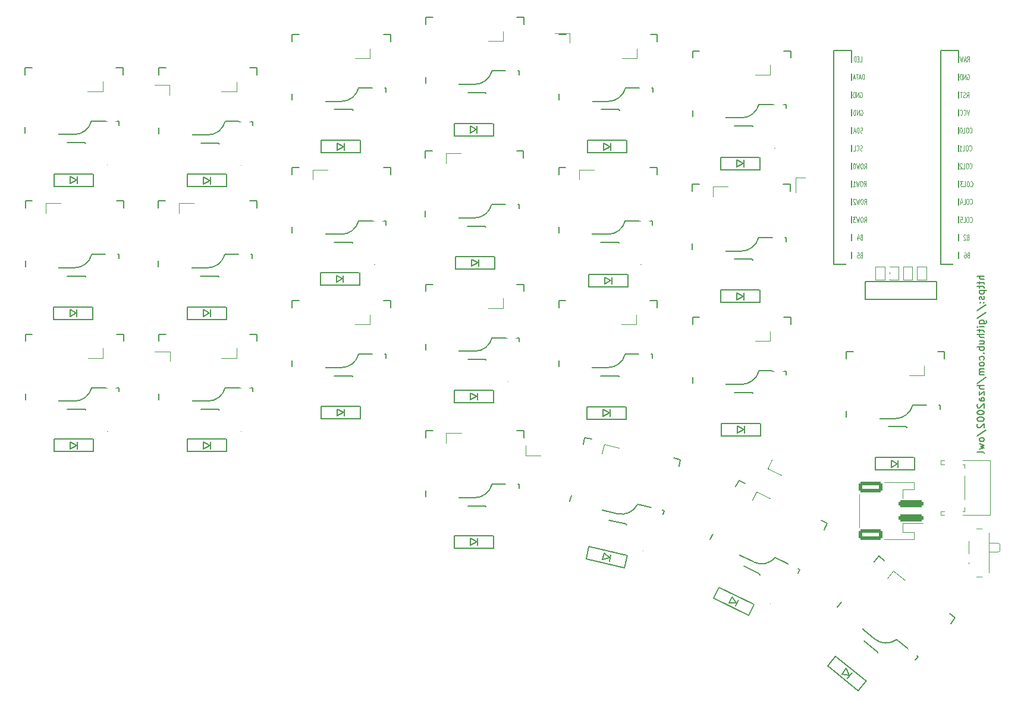
<source format=gbo>
G04 #@! TF.GenerationSoftware,KiCad,Pcbnew,7.0.8*
G04 #@! TF.CreationDate,2023-11-01T04:13:04+08:00*
G04 #@! TF.ProjectId,owl,6f776c2e-6b69-4636-9164-5f7063625858,rev?*
G04 #@! TF.SameCoordinates,Original*
G04 #@! TF.FileFunction,Legend,Bot*
G04 #@! TF.FilePolarity,Positive*
%FSLAX46Y46*%
G04 Gerber Fmt 4.6, Leading zero omitted, Abs format (unit mm)*
G04 Created by KiCad (PCBNEW 7.0.8) date 2023-11-01 04:13:04*
%MOMM*%
%LPD*%
G01*
G04 APERTURE LIST*
G04 Aperture macros list*
%AMRoundRect*
0 Rectangle with rounded corners*
0 $1 Rounding radius*
0 $2 $3 $4 $5 $6 $7 $8 $9 X,Y pos of 4 corners*
0 Add a 4 corners polygon primitive as box body*
4,1,4,$2,$3,$4,$5,$6,$7,$8,$9,$2,$3,0*
0 Add four circle primitives for the rounded corners*
1,1,$1+$1,$2,$3*
1,1,$1+$1,$4,$5*
1,1,$1+$1,$6,$7*
1,1,$1+$1,$8,$9*
0 Add four rect primitives between the rounded corners*
20,1,$1+$1,$2,$3,$4,$5,0*
20,1,$1+$1,$4,$5,$6,$7,0*
20,1,$1+$1,$6,$7,$8,$9,0*
20,1,$1+$1,$8,$9,$2,$3,0*%
%AMRotRect*
0 Rectangle, with rotation*
0 The origin of the aperture is its center*
0 $1 length*
0 $2 width*
0 $3 Rotation angle, in degrees counterclockwise*
0 Add horizontal line*
21,1,$1,$2,0,0,$3*%
G04 Aperture macros list end*
%ADD10C,0.150000*%
%ADD11C,0.125000*%
%ADD12C,0.120000*%
%ADD13C,0.100000*%
%ADD14C,1.524000*%
%ADD15C,1.701800*%
%ADD16C,3.000000*%
%ADD17C,3.987800*%
%ADD18R,6.908800X2.208000*%
%ADD19R,2.667000X3.360000*%
%ADD20R,1.864200X3.860800*%
%ADD21R,4.216400X2.494600*%
%ADD22RotRect,6.908800X2.208000X321.000000*%
%ADD23RotRect,2.667000X3.360000X141.000000*%
%ADD24RotRect,1.864200X3.860800X321.000000*%
%ADD25RotRect,4.216400X2.494600X141.000000*%
%ADD26RotRect,6.908800X2.208000X334.000000*%
%ADD27RotRect,2.667000X3.360000X154.000000*%
%ADD28RotRect,1.864200X3.860800X334.000000*%
%ADD29RotRect,4.216400X2.494600X154.000000*%
%ADD30RotRect,6.908800X2.208000X347.000000*%
%ADD31RotRect,2.667000X3.360000X167.000000*%
%ADD32RotRect,1.864200X3.860800X347.000000*%
%ADD33RotRect,4.216400X2.494600X167.000000*%
%ADD34R,1.397000X1.397000*%
%ADD35R,1.800000X1.500000*%
%ADD36C,1.397000*%
%ADD37R,0.800000X1.000000*%
%ADD38C,0.900000*%
%ADD39R,1.500000X0.700000*%
%ADD40C,4.200000*%
%ADD41RotRect,1.700000X1.000000X154.000000*%
%ADD42R,1.700000X1.000000*%
%ADD43RotRect,1.397000X1.397000X154.000000*%
%ADD44RotRect,1.800000X1.500000X154.000000*%
%ADD45R,1.000000X1.700000*%
%ADD46RotRect,1.700000X1.000000X334.000000*%
%ADD47RotRect,1.397000X1.397000X167.000000*%
%ADD48RotRect,1.800000X1.500000X167.000000*%
%ADD49C,2.100000*%
%ADD50C,1.750000*%
%ADD51RotRect,1.700000X1.000000X167.000000*%
%ADD52RotRect,1.700000X1.000000X141.000000*%
%ADD53RotRect,1.397000X1.397000X141.000000*%
%ADD54RotRect,1.800000X1.500000X141.000000*%
%ADD55RoundRect,0.250000X-1.500000X0.250000X-1.500000X-0.250000X1.500000X-0.250000X1.500000X0.250000X0*%
%ADD56RoundRect,0.250001X-1.449999X0.499999X-1.449999X-0.499999X1.449999X-0.499999X1.449999X0.499999X0*%
%ADD57R,1.143000X0.635000*%
G04 APERTURE END LIST*
D10*
X214054819Y-90502380D02*
X213054819Y-90502380D01*
X214054819Y-90930951D02*
X213531009Y-90930951D01*
X213531009Y-90930951D02*
X213435771Y-90883332D01*
X213435771Y-90883332D02*
X213388152Y-90788094D01*
X213388152Y-90788094D02*
X213388152Y-90645237D01*
X213388152Y-90645237D02*
X213435771Y-90549999D01*
X213435771Y-90549999D02*
X213483390Y-90502380D01*
X213388152Y-91264285D02*
X213388152Y-91645237D01*
X213054819Y-91407142D02*
X213911961Y-91407142D01*
X213911961Y-91407142D02*
X214007200Y-91454761D01*
X214007200Y-91454761D02*
X214054819Y-91549999D01*
X214054819Y-91549999D02*
X214054819Y-91645237D01*
X213388152Y-91835714D02*
X213388152Y-92216666D01*
X213054819Y-91978571D02*
X213911961Y-91978571D01*
X213911961Y-91978571D02*
X214007200Y-92026190D01*
X214007200Y-92026190D02*
X214054819Y-92121428D01*
X214054819Y-92121428D02*
X214054819Y-92216666D01*
X213388152Y-92550000D02*
X214388152Y-92550000D01*
X213435771Y-92550000D02*
X213388152Y-92645238D01*
X213388152Y-92645238D02*
X213388152Y-92835714D01*
X213388152Y-92835714D02*
X213435771Y-92930952D01*
X213435771Y-92930952D02*
X213483390Y-92978571D01*
X213483390Y-92978571D02*
X213578628Y-93026190D01*
X213578628Y-93026190D02*
X213864342Y-93026190D01*
X213864342Y-93026190D02*
X213959580Y-92978571D01*
X213959580Y-92978571D02*
X214007200Y-92930952D01*
X214007200Y-92930952D02*
X214054819Y-92835714D01*
X214054819Y-92835714D02*
X214054819Y-92645238D01*
X214054819Y-92645238D02*
X214007200Y-92550000D01*
X214007200Y-93407143D02*
X214054819Y-93502381D01*
X214054819Y-93502381D02*
X214054819Y-93692857D01*
X214054819Y-93692857D02*
X214007200Y-93788095D01*
X214007200Y-93788095D02*
X213911961Y-93835714D01*
X213911961Y-93835714D02*
X213864342Y-93835714D01*
X213864342Y-93835714D02*
X213769104Y-93788095D01*
X213769104Y-93788095D02*
X213721485Y-93692857D01*
X213721485Y-93692857D02*
X213721485Y-93550000D01*
X213721485Y-93550000D02*
X213673866Y-93454762D01*
X213673866Y-93454762D02*
X213578628Y-93407143D01*
X213578628Y-93407143D02*
X213531009Y-93407143D01*
X213531009Y-93407143D02*
X213435771Y-93454762D01*
X213435771Y-93454762D02*
X213388152Y-93550000D01*
X213388152Y-93550000D02*
X213388152Y-93692857D01*
X213388152Y-93692857D02*
X213435771Y-93788095D01*
X213959580Y-94264286D02*
X214007200Y-94311905D01*
X214007200Y-94311905D02*
X214054819Y-94264286D01*
X214054819Y-94264286D02*
X214007200Y-94216667D01*
X214007200Y-94216667D02*
X213959580Y-94264286D01*
X213959580Y-94264286D02*
X214054819Y-94264286D01*
X213435771Y-94264286D02*
X213483390Y-94311905D01*
X213483390Y-94311905D02*
X213531009Y-94264286D01*
X213531009Y-94264286D02*
X213483390Y-94216667D01*
X213483390Y-94216667D02*
X213435771Y-94264286D01*
X213435771Y-94264286D02*
X213531009Y-94264286D01*
X213007200Y-95454761D02*
X214292914Y-94597619D01*
X213007200Y-96502380D02*
X214292914Y-95645238D01*
X213388152Y-97264285D02*
X214197676Y-97264285D01*
X214197676Y-97264285D02*
X214292914Y-97216666D01*
X214292914Y-97216666D02*
X214340533Y-97169047D01*
X214340533Y-97169047D02*
X214388152Y-97073809D01*
X214388152Y-97073809D02*
X214388152Y-96930952D01*
X214388152Y-96930952D02*
X214340533Y-96835714D01*
X214007200Y-97264285D02*
X214054819Y-97169047D01*
X214054819Y-97169047D02*
X214054819Y-96978571D01*
X214054819Y-96978571D02*
X214007200Y-96883333D01*
X214007200Y-96883333D02*
X213959580Y-96835714D01*
X213959580Y-96835714D02*
X213864342Y-96788095D01*
X213864342Y-96788095D02*
X213578628Y-96788095D01*
X213578628Y-96788095D02*
X213483390Y-96835714D01*
X213483390Y-96835714D02*
X213435771Y-96883333D01*
X213435771Y-96883333D02*
X213388152Y-96978571D01*
X213388152Y-96978571D02*
X213388152Y-97169047D01*
X213388152Y-97169047D02*
X213435771Y-97264285D01*
X214054819Y-97740476D02*
X213388152Y-97740476D01*
X213054819Y-97740476D02*
X213102438Y-97692857D01*
X213102438Y-97692857D02*
X213150057Y-97740476D01*
X213150057Y-97740476D02*
X213102438Y-97788095D01*
X213102438Y-97788095D02*
X213054819Y-97740476D01*
X213054819Y-97740476D02*
X213150057Y-97740476D01*
X213388152Y-98073809D02*
X213388152Y-98454761D01*
X213054819Y-98216666D02*
X213911961Y-98216666D01*
X213911961Y-98216666D02*
X214007200Y-98264285D01*
X214007200Y-98264285D02*
X214054819Y-98359523D01*
X214054819Y-98359523D02*
X214054819Y-98454761D01*
X214054819Y-98788095D02*
X213054819Y-98788095D01*
X214054819Y-99216666D02*
X213531009Y-99216666D01*
X213531009Y-99216666D02*
X213435771Y-99169047D01*
X213435771Y-99169047D02*
X213388152Y-99073809D01*
X213388152Y-99073809D02*
X213388152Y-98930952D01*
X213388152Y-98930952D02*
X213435771Y-98835714D01*
X213435771Y-98835714D02*
X213483390Y-98788095D01*
X213388152Y-100121428D02*
X214054819Y-100121428D01*
X213388152Y-99692857D02*
X213911961Y-99692857D01*
X213911961Y-99692857D02*
X214007200Y-99740476D01*
X214007200Y-99740476D02*
X214054819Y-99835714D01*
X214054819Y-99835714D02*
X214054819Y-99978571D01*
X214054819Y-99978571D02*
X214007200Y-100073809D01*
X214007200Y-100073809D02*
X213959580Y-100121428D01*
X214054819Y-100597619D02*
X213054819Y-100597619D01*
X213435771Y-100597619D02*
X213388152Y-100692857D01*
X213388152Y-100692857D02*
X213388152Y-100883333D01*
X213388152Y-100883333D02*
X213435771Y-100978571D01*
X213435771Y-100978571D02*
X213483390Y-101026190D01*
X213483390Y-101026190D02*
X213578628Y-101073809D01*
X213578628Y-101073809D02*
X213864342Y-101073809D01*
X213864342Y-101073809D02*
X213959580Y-101026190D01*
X213959580Y-101026190D02*
X214007200Y-100978571D01*
X214007200Y-100978571D02*
X214054819Y-100883333D01*
X214054819Y-100883333D02*
X214054819Y-100692857D01*
X214054819Y-100692857D02*
X214007200Y-100597619D01*
X213959580Y-101502381D02*
X214007200Y-101550000D01*
X214007200Y-101550000D02*
X214054819Y-101502381D01*
X214054819Y-101502381D02*
X214007200Y-101454762D01*
X214007200Y-101454762D02*
X213959580Y-101502381D01*
X213959580Y-101502381D02*
X214054819Y-101502381D01*
X214007200Y-102407142D02*
X214054819Y-102311904D01*
X214054819Y-102311904D02*
X214054819Y-102121428D01*
X214054819Y-102121428D02*
X214007200Y-102026190D01*
X214007200Y-102026190D02*
X213959580Y-101978571D01*
X213959580Y-101978571D02*
X213864342Y-101930952D01*
X213864342Y-101930952D02*
X213578628Y-101930952D01*
X213578628Y-101930952D02*
X213483390Y-101978571D01*
X213483390Y-101978571D02*
X213435771Y-102026190D01*
X213435771Y-102026190D02*
X213388152Y-102121428D01*
X213388152Y-102121428D02*
X213388152Y-102311904D01*
X213388152Y-102311904D02*
X213435771Y-102407142D01*
X214054819Y-102978571D02*
X214007200Y-102883333D01*
X214007200Y-102883333D02*
X213959580Y-102835714D01*
X213959580Y-102835714D02*
X213864342Y-102788095D01*
X213864342Y-102788095D02*
X213578628Y-102788095D01*
X213578628Y-102788095D02*
X213483390Y-102835714D01*
X213483390Y-102835714D02*
X213435771Y-102883333D01*
X213435771Y-102883333D02*
X213388152Y-102978571D01*
X213388152Y-102978571D02*
X213388152Y-103121428D01*
X213388152Y-103121428D02*
X213435771Y-103216666D01*
X213435771Y-103216666D02*
X213483390Y-103264285D01*
X213483390Y-103264285D02*
X213578628Y-103311904D01*
X213578628Y-103311904D02*
X213864342Y-103311904D01*
X213864342Y-103311904D02*
X213959580Y-103264285D01*
X213959580Y-103264285D02*
X214007200Y-103216666D01*
X214007200Y-103216666D02*
X214054819Y-103121428D01*
X214054819Y-103121428D02*
X214054819Y-102978571D01*
X214054819Y-103740476D02*
X213388152Y-103740476D01*
X213483390Y-103740476D02*
X213435771Y-103788095D01*
X213435771Y-103788095D02*
X213388152Y-103883333D01*
X213388152Y-103883333D02*
X213388152Y-104026190D01*
X213388152Y-104026190D02*
X213435771Y-104121428D01*
X213435771Y-104121428D02*
X213531009Y-104169047D01*
X213531009Y-104169047D02*
X214054819Y-104169047D01*
X213531009Y-104169047D02*
X213435771Y-104216666D01*
X213435771Y-104216666D02*
X213388152Y-104311904D01*
X213388152Y-104311904D02*
X213388152Y-104454761D01*
X213388152Y-104454761D02*
X213435771Y-104550000D01*
X213435771Y-104550000D02*
X213531009Y-104597619D01*
X213531009Y-104597619D02*
X214054819Y-104597619D01*
X213007200Y-105788094D02*
X214292914Y-104930952D01*
X214054819Y-106121428D02*
X213054819Y-106121428D01*
X214054819Y-106549999D02*
X213531009Y-106549999D01*
X213531009Y-106549999D02*
X213435771Y-106502380D01*
X213435771Y-106502380D02*
X213388152Y-106407142D01*
X213388152Y-106407142D02*
X213388152Y-106264285D01*
X213388152Y-106264285D02*
X213435771Y-106169047D01*
X213435771Y-106169047D02*
X213483390Y-106121428D01*
X213388152Y-106930952D02*
X213388152Y-107454761D01*
X213388152Y-107454761D02*
X214054819Y-106930952D01*
X214054819Y-106930952D02*
X214054819Y-107454761D01*
X214054819Y-108264285D02*
X213531009Y-108264285D01*
X213531009Y-108264285D02*
X213435771Y-108216666D01*
X213435771Y-108216666D02*
X213388152Y-108121428D01*
X213388152Y-108121428D02*
X213388152Y-107930952D01*
X213388152Y-107930952D02*
X213435771Y-107835714D01*
X214007200Y-108264285D02*
X214054819Y-108169047D01*
X214054819Y-108169047D02*
X214054819Y-107930952D01*
X214054819Y-107930952D02*
X214007200Y-107835714D01*
X214007200Y-107835714D02*
X213911961Y-107788095D01*
X213911961Y-107788095D02*
X213816723Y-107788095D01*
X213816723Y-107788095D02*
X213721485Y-107835714D01*
X213721485Y-107835714D02*
X213673866Y-107930952D01*
X213673866Y-107930952D02*
X213673866Y-108169047D01*
X213673866Y-108169047D02*
X213626247Y-108264285D01*
X213150057Y-108692857D02*
X213102438Y-108740476D01*
X213102438Y-108740476D02*
X213054819Y-108835714D01*
X213054819Y-108835714D02*
X213054819Y-109073809D01*
X213054819Y-109073809D02*
X213102438Y-109169047D01*
X213102438Y-109169047D02*
X213150057Y-109216666D01*
X213150057Y-109216666D02*
X213245295Y-109264285D01*
X213245295Y-109264285D02*
X213340533Y-109264285D01*
X213340533Y-109264285D02*
X213483390Y-109216666D01*
X213483390Y-109216666D02*
X214054819Y-108645238D01*
X214054819Y-108645238D02*
X214054819Y-109264285D01*
X213054819Y-109883333D02*
X213054819Y-109978571D01*
X213054819Y-109978571D02*
X213102438Y-110073809D01*
X213102438Y-110073809D02*
X213150057Y-110121428D01*
X213150057Y-110121428D02*
X213245295Y-110169047D01*
X213245295Y-110169047D02*
X213435771Y-110216666D01*
X213435771Y-110216666D02*
X213673866Y-110216666D01*
X213673866Y-110216666D02*
X213864342Y-110169047D01*
X213864342Y-110169047D02*
X213959580Y-110121428D01*
X213959580Y-110121428D02*
X214007200Y-110073809D01*
X214007200Y-110073809D02*
X214054819Y-109978571D01*
X214054819Y-109978571D02*
X214054819Y-109883333D01*
X214054819Y-109883333D02*
X214007200Y-109788095D01*
X214007200Y-109788095D02*
X213959580Y-109740476D01*
X213959580Y-109740476D02*
X213864342Y-109692857D01*
X213864342Y-109692857D02*
X213673866Y-109645238D01*
X213673866Y-109645238D02*
X213435771Y-109645238D01*
X213435771Y-109645238D02*
X213245295Y-109692857D01*
X213245295Y-109692857D02*
X213150057Y-109740476D01*
X213150057Y-109740476D02*
X213102438Y-109788095D01*
X213102438Y-109788095D02*
X213054819Y-109883333D01*
X213054819Y-110835714D02*
X213054819Y-110930952D01*
X213054819Y-110930952D02*
X213102438Y-111026190D01*
X213102438Y-111026190D02*
X213150057Y-111073809D01*
X213150057Y-111073809D02*
X213245295Y-111121428D01*
X213245295Y-111121428D02*
X213435771Y-111169047D01*
X213435771Y-111169047D02*
X213673866Y-111169047D01*
X213673866Y-111169047D02*
X213864342Y-111121428D01*
X213864342Y-111121428D02*
X213959580Y-111073809D01*
X213959580Y-111073809D02*
X214007200Y-111026190D01*
X214007200Y-111026190D02*
X214054819Y-110930952D01*
X214054819Y-110930952D02*
X214054819Y-110835714D01*
X214054819Y-110835714D02*
X214007200Y-110740476D01*
X214007200Y-110740476D02*
X213959580Y-110692857D01*
X213959580Y-110692857D02*
X213864342Y-110645238D01*
X213864342Y-110645238D02*
X213673866Y-110597619D01*
X213673866Y-110597619D02*
X213435771Y-110597619D01*
X213435771Y-110597619D02*
X213245295Y-110645238D01*
X213245295Y-110645238D02*
X213150057Y-110692857D01*
X213150057Y-110692857D02*
X213102438Y-110740476D01*
X213102438Y-110740476D02*
X213054819Y-110835714D01*
X213150057Y-111550000D02*
X213102438Y-111597619D01*
X213102438Y-111597619D02*
X213054819Y-111692857D01*
X213054819Y-111692857D02*
X213054819Y-111930952D01*
X213054819Y-111930952D02*
X213102438Y-112026190D01*
X213102438Y-112026190D02*
X213150057Y-112073809D01*
X213150057Y-112073809D02*
X213245295Y-112121428D01*
X213245295Y-112121428D02*
X213340533Y-112121428D01*
X213340533Y-112121428D02*
X213483390Y-112073809D01*
X213483390Y-112073809D02*
X214054819Y-111502381D01*
X214054819Y-111502381D02*
X214054819Y-112121428D01*
X213007200Y-113264285D02*
X214292914Y-112407143D01*
X214054819Y-113740476D02*
X214007200Y-113645238D01*
X214007200Y-113645238D02*
X213959580Y-113597619D01*
X213959580Y-113597619D02*
X213864342Y-113550000D01*
X213864342Y-113550000D02*
X213578628Y-113550000D01*
X213578628Y-113550000D02*
X213483390Y-113597619D01*
X213483390Y-113597619D02*
X213435771Y-113645238D01*
X213435771Y-113645238D02*
X213388152Y-113740476D01*
X213388152Y-113740476D02*
X213388152Y-113883333D01*
X213388152Y-113883333D02*
X213435771Y-113978571D01*
X213435771Y-113978571D02*
X213483390Y-114026190D01*
X213483390Y-114026190D02*
X213578628Y-114073809D01*
X213578628Y-114073809D02*
X213864342Y-114073809D01*
X213864342Y-114073809D02*
X213959580Y-114026190D01*
X213959580Y-114026190D02*
X214007200Y-113978571D01*
X214007200Y-113978571D02*
X214054819Y-113883333D01*
X214054819Y-113883333D02*
X214054819Y-113740476D01*
X213388152Y-114407143D02*
X214054819Y-114597619D01*
X214054819Y-114597619D02*
X213578628Y-114788095D01*
X213578628Y-114788095D02*
X214054819Y-114978571D01*
X214054819Y-114978571D02*
X213388152Y-115169047D01*
X214054819Y-115692857D02*
X214007200Y-115597619D01*
X214007200Y-115597619D02*
X213911961Y-115550000D01*
X213911961Y-115550000D02*
X213054819Y-115550000D01*
D11*
X211956271Y-72532035D02*
X211980080Y-72567750D01*
X211980080Y-72567750D02*
X212051509Y-72603464D01*
X212051509Y-72603464D02*
X212099128Y-72603464D01*
X212099128Y-72603464D02*
X212170556Y-72567750D01*
X212170556Y-72567750D02*
X212218175Y-72496321D01*
X212218175Y-72496321D02*
X212241985Y-72424892D01*
X212241985Y-72424892D02*
X212265794Y-72282035D01*
X212265794Y-72282035D02*
X212265794Y-72174892D01*
X212265794Y-72174892D02*
X212241985Y-72032035D01*
X212241985Y-72032035D02*
X212218175Y-71960607D01*
X212218175Y-71960607D02*
X212170556Y-71889178D01*
X212170556Y-71889178D02*
X212099128Y-71853464D01*
X212099128Y-71853464D02*
X212051509Y-71853464D01*
X212051509Y-71853464D02*
X211980080Y-71889178D01*
X211980080Y-71889178D02*
X211956271Y-71924892D01*
X211646747Y-71853464D02*
X211551509Y-71853464D01*
X211551509Y-71853464D02*
X211503890Y-71889178D01*
X211503890Y-71889178D02*
X211456271Y-71960607D01*
X211456271Y-71960607D02*
X211432461Y-72103464D01*
X211432461Y-72103464D02*
X211432461Y-72353464D01*
X211432461Y-72353464D02*
X211456271Y-72496321D01*
X211456271Y-72496321D02*
X211503890Y-72567750D01*
X211503890Y-72567750D02*
X211551509Y-72603464D01*
X211551509Y-72603464D02*
X211646747Y-72603464D01*
X211646747Y-72603464D02*
X211694366Y-72567750D01*
X211694366Y-72567750D02*
X211741985Y-72496321D01*
X211741985Y-72496321D02*
X211765794Y-72353464D01*
X211765794Y-72353464D02*
X211765794Y-72103464D01*
X211765794Y-72103464D02*
X211741985Y-71960607D01*
X211741985Y-71960607D02*
X211694366Y-71889178D01*
X211694366Y-71889178D02*
X211646747Y-71853464D01*
X210980080Y-72603464D02*
X211218175Y-72603464D01*
X211218175Y-72603464D02*
X211218175Y-71853464D01*
X210551508Y-72603464D02*
X210837222Y-72603464D01*
X210694365Y-72603464D02*
X210694365Y-71853464D01*
X210694365Y-71853464D02*
X210741984Y-71960607D01*
X210741984Y-71960607D02*
X210789603Y-72032035D01*
X210789603Y-72032035D02*
X210837222Y-72067750D01*
X211547961Y-65046964D02*
X211714627Y-64689821D01*
X211833675Y-65046964D02*
X211833675Y-64296964D01*
X211833675Y-64296964D02*
X211643199Y-64296964D01*
X211643199Y-64296964D02*
X211595580Y-64332678D01*
X211595580Y-64332678D02*
X211571770Y-64368392D01*
X211571770Y-64368392D02*
X211547961Y-64439821D01*
X211547961Y-64439821D02*
X211547961Y-64546964D01*
X211547961Y-64546964D02*
X211571770Y-64618392D01*
X211571770Y-64618392D02*
X211595580Y-64654107D01*
X211595580Y-64654107D02*
X211643199Y-64689821D01*
X211643199Y-64689821D02*
X211833675Y-64689821D01*
X211357484Y-65011250D02*
X211286056Y-65046964D01*
X211286056Y-65046964D02*
X211167008Y-65046964D01*
X211167008Y-65046964D02*
X211119389Y-65011250D01*
X211119389Y-65011250D02*
X211095580Y-64975535D01*
X211095580Y-64975535D02*
X211071770Y-64904107D01*
X211071770Y-64904107D02*
X211071770Y-64832678D01*
X211071770Y-64832678D02*
X211095580Y-64761250D01*
X211095580Y-64761250D02*
X211119389Y-64725535D01*
X211119389Y-64725535D02*
X211167008Y-64689821D01*
X211167008Y-64689821D02*
X211262246Y-64654107D01*
X211262246Y-64654107D02*
X211309865Y-64618392D01*
X211309865Y-64618392D02*
X211333675Y-64582678D01*
X211333675Y-64582678D02*
X211357484Y-64511250D01*
X211357484Y-64511250D02*
X211357484Y-64439821D01*
X211357484Y-64439821D02*
X211333675Y-64368392D01*
X211333675Y-64368392D02*
X211309865Y-64332678D01*
X211309865Y-64332678D02*
X211262246Y-64296964D01*
X211262246Y-64296964D02*
X211143199Y-64296964D01*
X211143199Y-64296964D02*
X211071770Y-64332678D01*
X210928913Y-64296964D02*
X210643199Y-64296964D01*
X210786056Y-65046964D02*
X210786056Y-64296964D01*
X196989604Y-75181464D02*
X197156270Y-74824321D01*
X197275318Y-75181464D02*
X197275318Y-74431464D01*
X197275318Y-74431464D02*
X197084842Y-74431464D01*
X197084842Y-74431464D02*
X197037223Y-74467178D01*
X197037223Y-74467178D02*
X197013413Y-74502892D01*
X197013413Y-74502892D02*
X196989604Y-74574321D01*
X196989604Y-74574321D02*
X196989604Y-74681464D01*
X196989604Y-74681464D02*
X197013413Y-74752892D01*
X197013413Y-74752892D02*
X197037223Y-74788607D01*
X197037223Y-74788607D02*
X197084842Y-74824321D01*
X197084842Y-74824321D02*
X197275318Y-74824321D01*
X196680080Y-74431464D02*
X196584842Y-74431464D01*
X196584842Y-74431464D02*
X196537223Y-74467178D01*
X196537223Y-74467178D02*
X196489604Y-74538607D01*
X196489604Y-74538607D02*
X196465794Y-74681464D01*
X196465794Y-74681464D02*
X196465794Y-74931464D01*
X196465794Y-74931464D02*
X196489604Y-75074321D01*
X196489604Y-75074321D02*
X196537223Y-75145750D01*
X196537223Y-75145750D02*
X196584842Y-75181464D01*
X196584842Y-75181464D02*
X196680080Y-75181464D01*
X196680080Y-75181464D02*
X196727699Y-75145750D01*
X196727699Y-75145750D02*
X196775318Y-75074321D01*
X196775318Y-75074321D02*
X196799127Y-74931464D01*
X196799127Y-74931464D02*
X196799127Y-74681464D01*
X196799127Y-74681464D02*
X196775318Y-74538607D01*
X196775318Y-74538607D02*
X196727699Y-74467178D01*
X196727699Y-74467178D02*
X196680080Y-74431464D01*
X196299127Y-74431464D02*
X196180079Y-75181464D01*
X196180079Y-75181464D02*
X196084841Y-74645750D01*
X196084841Y-74645750D02*
X195989603Y-75181464D01*
X195989603Y-75181464D02*
X195870556Y-74431464D01*
X195584841Y-74431464D02*
X195537222Y-74431464D01*
X195537222Y-74431464D02*
X195489603Y-74467178D01*
X195489603Y-74467178D02*
X195465793Y-74502892D01*
X195465793Y-74502892D02*
X195441984Y-74574321D01*
X195441984Y-74574321D02*
X195418174Y-74717178D01*
X195418174Y-74717178D02*
X195418174Y-74895750D01*
X195418174Y-74895750D02*
X195441984Y-75038607D01*
X195441984Y-75038607D02*
X195465793Y-75110035D01*
X195465793Y-75110035D02*
X195489603Y-75145750D01*
X195489603Y-75145750D02*
X195537222Y-75181464D01*
X195537222Y-75181464D02*
X195584841Y-75181464D01*
X195584841Y-75181464D02*
X195632460Y-75145750D01*
X195632460Y-75145750D02*
X195656269Y-75110035D01*
X195656269Y-75110035D02*
X195680079Y-75038607D01*
X195680079Y-75038607D02*
X195703888Y-74895750D01*
X195703888Y-74895750D02*
X195703888Y-74717178D01*
X195703888Y-74717178D02*
X195680079Y-74574321D01*
X195680079Y-74574321D02*
X195656269Y-74502892D01*
X195656269Y-74502892D02*
X195632460Y-74467178D01*
X195632460Y-74467178D02*
X195584841Y-74431464D01*
X196561032Y-87514107D02*
X196489604Y-87549821D01*
X196489604Y-87549821D02*
X196465794Y-87585535D01*
X196465794Y-87585535D02*
X196441985Y-87656964D01*
X196441985Y-87656964D02*
X196441985Y-87764107D01*
X196441985Y-87764107D02*
X196465794Y-87835535D01*
X196465794Y-87835535D02*
X196489604Y-87871250D01*
X196489604Y-87871250D02*
X196537223Y-87906964D01*
X196537223Y-87906964D02*
X196727699Y-87906964D01*
X196727699Y-87906964D02*
X196727699Y-87156964D01*
X196727699Y-87156964D02*
X196561032Y-87156964D01*
X196561032Y-87156964D02*
X196513413Y-87192678D01*
X196513413Y-87192678D02*
X196489604Y-87228392D01*
X196489604Y-87228392D02*
X196465794Y-87299821D01*
X196465794Y-87299821D02*
X196465794Y-87371250D01*
X196465794Y-87371250D02*
X196489604Y-87442678D01*
X196489604Y-87442678D02*
X196513413Y-87478392D01*
X196513413Y-87478392D02*
X196561032Y-87514107D01*
X196561032Y-87514107D02*
X196727699Y-87514107D01*
X195989604Y-87156964D02*
X196227699Y-87156964D01*
X196227699Y-87156964D02*
X196251508Y-87514107D01*
X196251508Y-87514107D02*
X196227699Y-87478392D01*
X196227699Y-87478392D02*
X196180080Y-87442678D01*
X196180080Y-87442678D02*
X196061032Y-87442678D01*
X196061032Y-87442678D02*
X196013413Y-87478392D01*
X196013413Y-87478392D02*
X195989604Y-87514107D01*
X195989604Y-87514107D02*
X195965794Y-87585535D01*
X195965794Y-87585535D02*
X195965794Y-87764107D01*
X195965794Y-87764107D02*
X195989604Y-87835535D01*
X195989604Y-87835535D02*
X196013413Y-87871250D01*
X196013413Y-87871250D02*
X196061032Y-87906964D01*
X196061032Y-87906964D02*
X196180080Y-87906964D01*
X196180080Y-87906964D02*
X196227699Y-87871250D01*
X196227699Y-87871250D02*
X196251508Y-87835535D01*
X196989604Y-80231464D02*
X197156270Y-79874321D01*
X197275318Y-80231464D02*
X197275318Y-79481464D01*
X197275318Y-79481464D02*
X197084842Y-79481464D01*
X197084842Y-79481464D02*
X197037223Y-79517178D01*
X197037223Y-79517178D02*
X197013413Y-79552892D01*
X197013413Y-79552892D02*
X196989604Y-79624321D01*
X196989604Y-79624321D02*
X196989604Y-79731464D01*
X196989604Y-79731464D02*
X197013413Y-79802892D01*
X197013413Y-79802892D02*
X197037223Y-79838607D01*
X197037223Y-79838607D02*
X197084842Y-79874321D01*
X197084842Y-79874321D02*
X197275318Y-79874321D01*
X196680080Y-79481464D02*
X196584842Y-79481464D01*
X196584842Y-79481464D02*
X196537223Y-79517178D01*
X196537223Y-79517178D02*
X196489604Y-79588607D01*
X196489604Y-79588607D02*
X196465794Y-79731464D01*
X196465794Y-79731464D02*
X196465794Y-79981464D01*
X196465794Y-79981464D02*
X196489604Y-80124321D01*
X196489604Y-80124321D02*
X196537223Y-80195750D01*
X196537223Y-80195750D02*
X196584842Y-80231464D01*
X196584842Y-80231464D02*
X196680080Y-80231464D01*
X196680080Y-80231464D02*
X196727699Y-80195750D01*
X196727699Y-80195750D02*
X196775318Y-80124321D01*
X196775318Y-80124321D02*
X196799127Y-79981464D01*
X196799127Y-79981464D02*
X196799127Y-79731464D01*
X196799127Y-79731464D02*
X196775318Y-79588607D01*
X196775318Y-79588607D02*
X196727699Y-79517178D01*
X196727699Y-79517178D02*
X196680080Y-79481464D01*
X196299127Y-79481464D02*
X196180079Y-80231464D01*
X196180079Y-80231464D02*
X196084841Y-79695750D01*
X196084841Y-79695750D02*
X195989603Y-80231464D01*
X195989603Y-80231464D02*
X195870556Y-79481464D01*
X195703888Y-79552892D02*
X195680079Y-79517178D01*
X195680079Y-79517178D02*
X195632460Y-79481464D01*
X195632460Y-79481464D02*
X195513412Y-79481464D01*
X195513412Y-79481464D02*
X195465793Y-79517178D01*
X195465793Y-79517178D02*
X195441984Y-79552892D01*
X195441984Y-79552892D02*
X195418174Y-79624321D01*
X195418174Y-79624321D02*
X195418174Y-79695750D01*
X195418174Y-79695750D02*
X195441984Y-79802892D01*
X195441984Y-79802892D02*
X195727698Y-80231464D01*
X195727698Y-80231464D02*
X195418174Y-80231464D01*
X196958651Y-62431464D02*
X196958651Y-61681464D01*
X196958651Y-61681464D02*
X196839603Y-61681464D01*
X196839603Y-61681464D02*
X196768175Y-61717178D01*
X196768175Y-61717178D02*
X196720556Y-61788607D01*
X196720556Y-61788607D02*
X196696746Y-61860035D01*
X196696746Y-61860035D02*
X196672937Y-62002892D01*
X196672937Y-62002892D02*
X196672937Y-62110035D01*
X196672937Y-62110035D02*
X196696746Y-62252892D01*
X196696746Y-62252892D02*
X196720556Y-62324321D01*
X196720556Y-62324321D02*
X196768175Y-62395750D01*
X196768175Y-62395750D02*
X196839603Y-62431464D01*
X196839603Y-62431464D02*
X196958651Y-62431464D01*
X196482460Y-62217178D02*
X196244365Y-62217178D01*
X196530079Y-62431464D02*
X196363413Y-61681464D01*
X196363413Y-61681464D02*
X196196746Y-62431464D01*
X196101508Y-61681464D02*
X195815794Y-61681464D01*
X195958651Y-62431464D02*
X195958651Y-61681464D01*
X195672937Y-62217178D02*
X195434842Y-62217178D01*
X195720556Y-62431464D02*
X195553890Y-61681464D01*
X195553890Y-61681464D02*
X195387223Y-62431464D01*
X196989604Y-82826964D02*
X197156270Y-82469821D01*
X197275318Y-82826964D02*
X197275318Y-82076964D01*
X197275318Y-82076964D02*
X197084842Y-82076964D01*
X197084842Y-82076964D02*
X197037223Y-82112678D01*
X197037223Y-82112678D02*
X197013413Y-82148392D01*
X197013413Y-82148392D02*
X196989604Y-82219821D01*
X196989604Y-82219821D02*
X196989604Y-82326964D01*
X196989604Y-82326964D02*
X197013413Y-82398392D01*
X197013413Y-82398392D02*
X197037223Y-82434107D01*
X197037223Y-82434107D02*
X197084842Y-82469821D01*
X197084842Y-82469821D02*
X197275318Y-82469821D01*
X196680080Y-82076964D02*
X196584842Y-82076964D01*
X196584842Y-82076964D02*
X196537223Y-82112678D01*
X196537223Y-82112678D02*
X196489604Y-82184107D01*
X196489604Y-82184107D02*
X196465794Y-82326964D01*
X196465794Y-82326964D02*
X196465794Y-82576964D01*
X196465794Y-82576964D02*
X196489604Y-82719821D01*
X196489604Y-82719821D02*
X196537223Y-82791250D01*
X196537223Y-82791250D02*
X196584842Y-82826964D01*
X196584842Y-82826964D02*
X196680080Y-82826964D01*
X196680080Y-82826964D02*
X196727699Y-82791250D01*
X196727699Y-82791250D02*
X196775318Y-82719821D01*
X196775318Y-82719821D02*
X196799127Y-82576964D01*
X196799127Y-82576964D02*
X196799127Y-82326964D01*
X196799127Y-82326964D02*
X196775318Y-82184107D01*
X196775318Y-82184107D02*
X196727699Y-82112678D01*
X196727699Y-82112678D02*
X196680080Y-82076964D01*
X196299127Y-82076964D02*
X196180079Y-82826964D01*
X196180079Y-82826964D02*
X196084841Y-82291250D01*
X196084841Y-82291250D02*
X195989603Y-82826964D01*
X195989603Y-82826964D02*
X195870556Y-82076964D01*
X195727698Y-82076964D02*
X195418174Y-82076964D01*
X195418174Y-82076964D02*
X195584841Y-82362678D01*
X195584841Y-82362678D02*
X195513412Y-82362678D01*
X195513412Y-82362678D02*
X195465793Y-82398392D01*
X195465793Y-82398392D02*
X195441984Y-82434107D01*
X195441984Y-82434107D02*
X195418174Y-82505535D01*
X195418174Y-82505535D02*
X195418174Y-82684107D01*
X195418174Y-82684107D02*
X195441984Y-82755535D01*
X195441984Y-82755535D02*
X195465793Y-82791250D01*
X195465793Y-82791250D02*
X195513412Y-82826964D01*
X195513412Y-82826964D02*
X195656269Y-82826964D01*
X195656269Y-82826964D02*
X195703888Y-82791250D01*
X195703888Y-82791250D02*
X195727698Y-82755535D01*
X212056271Y-82755535D02*
X212080080Y-82791250D01*
X212080080Y-82791250D02*
X212151509Y-82826964D01*
X212151509Y-82826964D02*
X212199128Y-82826964D01*
X212199128Y-82826964D02*
X212270556Y-82791250D01*
X212270556Y-82791250D02*
X212318175Y-82719821D01*
X212318175Y-82719821D02*
X212341985Y-82648392D01*
X212341985Y-82648392D02*
X212365794Y-82505535D01*
X212365794Y-82505535D02*
X212365794Y-82398392D01*
X212365794Y-82398392D02*
X212341985Y-82255535D01*
X212341985Y-82255535D02*
X212318175Y-82184107D01*
X212318175Y-82184107D02*
X212270556Y-82112678D01*
X212270556Y-82112678D02*
X212199128Y-82076964D01*
X212199128Y-82076964D02*
X212151509Y-82076964D01*
X212151509Y-82076964D02*
X212080080Y-82112678D01*
X212080080Y-82112678D02*
X212056271Y-82148392D01*
X211746747Y-82076964D02*
X211651509Y-82076964D01*
X211651509Y-82076964D02*
X211603890Y-82112678D01*
X211603890Y-82112678D02*
X211556271Y-82184107D01*
X211556271Y-82184107D02*
X211532461Y-82326964D01*
X211532461Y-82326964D02*
X211532461Y-82576964D01*
X211532461Y-82576964D02*
X211556271Y-82719821D01*
X211556271Y-82719821D02*
X211603890Y-82791250D01*
X211603890Y-82791250D02*
X211651509Y-82826964D01*
X211651509Y-82826964D02*
X211746747Y-82826964D01*
X211746747Y-82826964D02*
X211794366Y-82791250D01*
X211794366Y-82791250D02*
X211841985Y-82719821D01*
X211841985Y-82719821D02*
X211865794Y-82576964D01*
X211865794Y-82576964D02*
X211865794Y-82326964D01*
X211865794Y-82326964D02*
X211841985Y-82184107D01*
X211841985Y-82184107D02*
X211794366Y-82112678D01*
X211794366Y-82112678D02*
X211746747Y-82076964D01*
X211080080Y-82826964D02*
X211318175Y-82826964D01*
X211318175Y-82826964D02*
X211318175Y-82076964D01*
X210675318Y-82076964D02*
X210913413Y-82076964D01*
X210913413Y-82076964D02*
X210937222Y-82434107D01*
X210937222Y-82434107D02*
X210913413Y-82398392D01*
X210913413Y-82398392D02*
X210865794Y-82362678D01*
X210865794Y-82362678D02*
X210746746Y-82362678D01*
X210746746Y-82362678D02*
X210699127Y-82398392D01*
X210699127Y-82398392D02*
X210675318Y-82434107D01*
X210675318Y-82434107D02*
X210651508Y-82505535D01*
X210651508Y-82505535D02*
X210651508Y-82684107D01*
X210651508Y-82684107D02*
X210675318Y-82755535D01*
X210675318Y-82755535D02*
X210699127Y-82791250D01*
X210699127Y-82791250D02*
X210746746Y-82826964D01*
X210746746Y-82826964D02*
X210865794Y-82826964D01*
X210865794Y-82826964D02*
X210913413Y-82791250D01*
X210913413Y-82791250D02*
X210937222Y-82755535D01*
X212006271Y-70010035D02*
X212030080Y-70045750D01*
X212030080Y-70045750D02*
X212101509Y-70081464D01*
X212101509Y-70081464D02*
X212149128Y-70081464D01*
X212149128Y-70081464D02*
X212220556Y-70045750D01*
X212220556Y-70045750D02*
X212268175Y-69974321D01*
X212268175Y-69974321D02*
X212291985Y-69902892D01*
X212291985Y-69902892D02*
X212315794Y-69760035D01*
X212315794Y-69760035D02*
X212315794Y-69652892D01*
X212315794Y-69652892D02*
X212291985Y-69510035D01*
X212291985Y-69510035D02*
X212268175Y-69438607D01*
X212268175Y-69438607D02*
X212220556Y-69367178D01*
X212220556Y-69367178D02*
X212149128Y-69331464D01*
X212149128Y-69331464D02*
X212101509Y-69331464D01*
X212101509Y-69331464D02*
X212030080Y-69367178D01*
X212030080Y-69367178D02*
X212006271Y-69402892D01*
X211696747Y-69331464D02*
X211601509Y-69331464D01*
X211601509Y-69331464D02*
X211553890Y-69367178D01*
X211553890Y-69367178D02*
X211506271Y-69438607D01*
X211506271Y-69438607D02*
X211482461Y-69581464D01*
X211482461Y-69581464D02*
X211482461Y-69831464D01*
X211482461Y-69831464D02*
X211506271Y-69974321D01*
X211506271Y-69974321D02*
X211553890Y-70045750D01*
X211553890Y-70045750D02*
X211601509Y-70081464D01*
X211601509Y-70081464D02*
X211696747Y-70081464D01*
X211696747Y-70081464D02*
X211744366Y-70045750D01*
X211744366Y-70045750D02*
X211791985Y-69974321D01*
X211791985Y-69974321D02*
X211815794Y-69831464D01*
X211815794Y-69831464D02*
X211815794Y-69581464D01*
X211815794Y-69581464D02*
X211791985Y-69438607D01*
X211791985Y-69438607D02*
X211744366Y-69367178D01*
X211744366Y-69367178D02*
X211696747Y-69331464D01*
X211030080Y-70081464D02*
X211268175Y-70081464D01*
X211268175Y-70081464D02*
X211268175Y-69331464D01*
X210768175Y-69331464D02*
X210720556Y-69331464D01*
X210720556Y-69331464D02*
X210672937Y-69367178D01*
X210672937Y-69367178D02*
X210649127Y-69402892D01*
X210649127Y-69402892D02*
X210625318Y-69474321D01*
X210625318Y-69474321D02*
X210601508Y-69617178D01*
X210601508Y-69617178D02*
X210601508Y-69795750D01*
X210601508Y-69795750D02*
X210625318Y-69938607D01*
X210625318Y-69938607D02*
X210649127Y-70010035D01*
X210649127Y-70010035D02*
X210672937Y-70045750D01*
X210672937Y-70045750D02*
X210720556Y-70081464D01*
X210720556Y-70081464D02*
X210768175Y-70081464D01*
X210768175Y-70081464D02*
X210815794Y-70045750D01*
X210815794Y-70045750D02*
X210839603Y-70010035D01*
X210839603Y-70010035D02*
X210863413Y-69938607D01*
X210863413Y-69938607D02*
X210887222Y-69795750D01*
X210887222Y-69795750D02*
X210887222Y-69617178D01*
X210887222Y-69617178D02*
X210863413Y-69474321D01*
X210863413Y-69474321D02*
X210839603Y-69402892D01*
X210839603Y-69402892D02*
X210815794Y-69367178D01*
X210815794Y-69367178D02*
X210768175Y-69331464D01*
X196692889Y-72567750D02*
X196621461Y-72603464D01*
X196621461Y-72603464D02*
X196502413Y-72603464D01*
X196502413Y-72603464D02*
X196454794Y-72567750D01*
X196454794Y-72567750D02*
X196430985Y-72532035D01*
X196430985Y-72532035D02*
X196407175Y-72460607D01*
X196407175Y-72460607D02*
X196407175Y-72389178D01*
X196407175Y-72389178D02*
X196430985Y-72317750D01*
X196430985Y-72317750D02*
X196454794Y-72282035D01*
X196454794Y-72282035D02*
X196502413Y-72246321D01*
X196502413Y-72246321D02*
X196597651Y-72210607D01*
X196597651Y-72210607D02*
X196645270Y-72174892D01*
X196645270Y-72174892D02*
X196669080Y-72139178D01*
X196669080Y-72139178D02*
X196692889Y-72067750D01*
X196692889Y-72067750D02*
X196692889Y-71996321D01*
X196692889Y-71996321D02*
X196669080Y-71924892D01*
X196669080Y-71924892D02*
X196645270Y-71889178D01*
X196645270Y-71889178D02*
X196597651Y-71853464D01*
X196597651Y-71853464D02*
X196478604Y-71853464D01*
X196478604Y-71853464D02*
X196407175Y-71889178D01*
X195907176Y-72532035D02*
X195930985Y-72567750D01*
X195930985Y-72567750D02*
X196002414Y-72603464D01*
X196002414Y-72603464D02*
X196050033Y-72603464D01*
X196050033Y-72603464D02*
X196121461Y-72567750D01*
X196121461Y-72567750D02*
X196169080Y-72496321D01*
X196169080Y-72496321D02*
X196192890Y-72424892D01*
X196192890Y-72424892D02*
X196216699Y-72282035D01*
X196216699Y-72282035D02*
X196216699Y-72174892D01*
X196216699Y-72174892D02*
X196192890Y-72032035D01*
X196192890Y-72032035D02*
X196169080Y-71960607D01*
X196169080Y-71960607D02*
X196121461Y-71889178D01*
X196121461Y-71889178D02*
X196050033Y-71853464D01*
X196050033Y-71853464D02*
X196002414Y-71853464D01*
X196002414Y-71853464D02*
X195930985Y-71889178D01*
X195930985Y-71889178D02*
X195907176Y-71924892D01*
X195454795Y-72603464D02*
X195692890Y-72603464D01*
X195692890Y-72603464D02*
X195692890Y-71853464D01*
X196415104Y-64332678D02*
X196462723Y-64296964D01*
X196462723Y-64296964D02*
X196534152Y-64296964D01*
X196534152Y-64296964D02*
X196605580Y-64332678D01*
X196605580Y-64332678D02*
X196653199Y-64404107D01*
X196653199Y-64404107D02*
X196677009Y-64475535D01*
X196677009Y-64475535D02*
X196700818Y-64618392D01*
X196700818Y-64618392D02*
X196700818Y-64725535D01*
X196700818Y-64725535D02*
X196677009Y-64868392D01*
X196677009Y-64868392D02*
X196653199Y-64939821D01*
X196653199Y-64939821D02*
X196605580Y-65011250D01*
X196605580Y-65011250D02*
X196534152Y-65046964D01*
X196534152Y-65046964D02*
X196486533Y-65046964D01*
X196486533Y-65046964D02*
X196415104Y-65011250D01*
X196415104Y-65011250D02*
X196391295Y-64975535D01*
X196391295Y-64975535D02*
X196391295Y-64725535D01*
X196391295Y-64725535D02*
X196486533Y-64725535D01*
X196177009Y-65046964D02*
X196177009Y-64296964D01*
X196177009Y-64296964D02*
X195891295Y-65046964D01*
X195891295Y-65046964D02*
X195891295Y-64296964D01*
X195653199Y-65046964D02*
X195653199Y-64296964D01*
X195653199Y-64296964D02*
X195534151Y-64296964D01*
X195534151Y-64296964D02*
X195462723Y-64332678D01*
X195462723Y-64332678D02*
X195415104Y-64404107D01*
X195415104Y-64404107D02*
X195391294Y-64475535D01*
X195391294Y-64475535D02*
X195367485Y-64618392D01*
X195367485Y-64618392D02*
X195367485Y-64725535D01*
X195367485Y-64725535D02*
X195391294Y-64868392D01*
X195391294Y-64868392D02*
X195415104Y-64939821D01*
X195415104Y-64939821D02*
X195462723Y-65011250D01*
X195462723Y-65011250D02*
X195534151Y-65046964D01*
X195534151Y-65046964D02*
X195653199Y-65046964D01*
X211711032Y-84938607D02*
X211639604Y-84974321D01*
X211639604Y-84974321D02*
X211615794Y-85010035D01*
X211615794Y-85010035D02*
X211591985Y-85081464D01*
X211591985Y-85081464D02*
X211591985Y-85188607D01*
X211591985Y-85188607D02*
X211615794Y-85260035D01*
X211615794Y-85260035D02*
X211639604Y-85295750D01*
X211639604Y-85295750D02*
X211687223Y-85331464D01*
X211687223Y-85331464D02*
X211877699Y-85331464D01*
X211877699Y-85331464D02*
X211877699Y-84581464D01*
X211877699Y-84581464D02*
X211711032Y-84581464D01*
X211711032Y-84581464D02*
X211663413Y-84617178D01*
X211663413Y-84617178D02*
X211639604Y-84652892D01*
X211639604Y-84652892D02*
X211615794Y-84724321D01*
X211615794Y-84724321D02*
X211615794Y-84795750D01*
X211615794Y-84795750D02*
X211639604Y-84867178D01*
X211639604Y-84867178D02*
X211663413Y-84902892D01*
X211663413Y-84902892D02*
X211711032Y-84938607D01*
X211711032Y-84938607D02*
X211877699Y-84938607D01*
X211401508Y-84652892D02*
X211377699Y-84617178D01*
X211377699Y-84617178D02*
X211330080Y-84581464D01*
X211330080Y-84581464D02*
X211211032Y-84581464D01*
X211211032Y-84581464D02*
X211163413Y-84617178D01*
X211163413Y-84617178D02*
X211139604Y-84652892D01*
X211139604Y-84652892D02*
X211115794Y-84724321D01*
X211115794Y-84724321D02*
X211115794Y-84795750D01*
X211115794Y-84795750D02*
X211139604Y-84902892D01*
X211139604Y-84902892D02*
X211425318Y-85331464D01*
X211425318Y-85331464D02*
X211115794Y-85331464D01*
X211940817Y-66773464D02*
X211774151Y-67523464D01*
X211774151Y-67523464D02*
X211607484Y-66773464D01*
X211155104Y-67452035D02*
X211178913Y-67487750D01*
X211178913Y-67487750D02*
X211250342Y-67523464D01*
X211250342Y-67523464D02*
X211297961Y-67523464D01*
X211297961Y-67523464D02*
X211369389Y-67487750D01*
X211369389Y-67487750D02*
X211417008Y-67416321D01*
X211417008Y-67416321D02*
X211440818Y-67344892D01*
X211440818Y-67344892D02*
X211464627Y-67202035D01*
X211464627Y-67202035D02*
X211464627Y-67094892D01*
X211464627Y-67094892D02*
X211440818Y-66952035D01*
X211440818Y-66952035D02*
X211417008Y-66880607D01*
X211417008Y-66880607D02*
X211369389Y-66809178D01*
X211369389Y-66809178D02*
X211297961Y-66773464D01*
X211297961Y-66773464D02*
X211250342Y-66773464D01*
X211250342Y-66773464D02*
X211178913Y-66809178D01*
X211178913Y-66809178D02*
X211155104Y-66844892D01*
X210655104Y-67452035D02*
X210678913Y-67487750D01*
X210678913Y-67487750D02*
X210750342Y-67523464D01*
X210750342Y-67523464D02*
X210797961Y-67523464D01*
X210797961Y-67523464D02*
X210869389Y-67487750D01*
X210869389Y-67487750D02*
X210917008Y-67416321D01*
X210917008Y-67416321D02*
X210940818Y-67344892D01*
X210940818Y-67344892D02*
X210964627Y-67202035D01*
X210964627Y-67202035D02*
X210964627Y-67094892D01*
X210964627Y-67094892D02*
X210940818Y-66952035D01*
X210940818Y-66952035D02*
X210917008Y-66880607D01*
X210917008Y-66880607D02*
X210869389Y-66809178D01*
X210869389Y-66809178D02*
X210797961Y-66773464D01*
X210797961Y-66773464D02*
X210750342Y-66773464D01*
X210750342Y-66773464D02*
X210678913Y-66809178D01*
X210678913Y-66809178D02*
X210655104Y-66844892D01*
X211655104Y-61729178D02*
X211702723Y-61693464D01*
X211702723Y-61693464D02*
X211774152Y-61693464D01*
X211774152Y-61693464D02*
X211845580Y-61729178D01*
X211845580Y-61729178D02*
X211893199Y-61800607D01*
X211893199Y-61800607D02*
X211917009Y-61872035D01*
X211917009Y-61872035D02*
X211940818Y-62014892D01*
X211940818Y-62014892D02*
X211940818Y-62122035D01*
X211940818Y-62122035D02*
X211917009Y-62264892D01*
X211917009Y-62264892D02*
X211893199Y-62336321D01*
X211893199Y-62336321D02*
X211845580Y-62407750D01*
X211845580Y-62407750D02*
X211774152Y-62443464D01*
X211774152Y-62443464D02*
X211726533Y-62443464D01*
X211726533Y-62443464D02*
X211655104Y-62407750D01*
X211655104Y-62407750D02*
X211631295Y-62372035D01*
X211631295Y-62372035D02*
X211631295Y-62122035D01*
X211631295Y-62122035D02*
X211726533Y-62122035D01*
X211417009Y-62443464D02*
X211417009Y-61693464D01*
X211417009Y-61693464D02*
X211131295Y-62443464D01*
X211131295Y-62443464D02*
X211131295Y-61693464D01*
X210893199Y-62443464D02*
X210893199Y-61693464D01*
X210893199Y-61693464D02*
X210774151Y-61693464D01*
X210774151Y-61693464D02*
X210702723Y-61729178D01*
X210702723Y-61729178D02*
X210655104Y-61800607D01*
X210655104Y-61800607D02*
X210631294Y-61872035D01*
X210631294Y-61872035D02*
X210607485Y-62014892D01*
X210607485Y-62014892D02*
X210607485Y-62122035D01*
X210607485Y-62122035D02*
X210631294Y-62264892D01*
X210631294Y-62264892D02*
X210655104Y-62336321D01*
X210655104Y-62336321D02*
X210702723Y-62407750D01*
X210702723Y-62407750D02*
X210774151Y-62443464D01*
X210774151Y-62443464D02*
X210893199Y-62443464D01*
X196478604Y-66872678D02*
X196526223Y-66836964D01*
X196526223Y-66836964D02*
X196597652Y-66836964D01*
X196597652Y-66836964D02*
X196669080Y-66872678D01*
X196669080Y-66872678D02*
X196716699Y-66944107D01*
X196716699Y-66944107D02*
X196740509Y-67015535D01*
X196740509Y-67015535D02*
X196764318Y-67158392D01*
X196764318Y-67158392D02*
X196764318Y-67265535D01*
X196764318Y-67265535D02*
X196740509Y-67408392D01*
X196740509Y-67408392D02*
X196716699Y-67479821D01*
X196716699Y-67479821D02*
X196669080Y-67551250D01*
X196669080Y-67551250D02*
X196597652Y-67586964D01*
X196597652Y-67586964D02*
X196550033Y-67586964D01*
X196550033Y-67586964D02*
X196478604Y-67551250D01*
X196478604Y-67551250D02*
X196454795Y-67515535D01*
X196454795Y-67515535D02*
X196454795Y-67265535D01*
X196454795Y-67265535D02*
X196550033Y-67265535D01*
X196240509Y-67586964D02*
X196240509Y-66836964D01*
X196240509Y-66836964D02*
X195954795Y-67586964D01*
X195954795Y-67586964D02*
X195954795Y-66836964D01*
X195716699Y-67586964D02*
X195716699Y-66836964D01*
X195716699Y-66836964D02*
X195597651Y-66836964D01*
X195597651Y-66836964D02*
X195526223Y-66872678D01*
X195526223Y-66872678D02*
X195478604Y-66944107D01*
X195478604Y-66944107D02*
X195454794Y-67015535D01*
X195454794Y-67015535D02*
X195430985Y-67158392D01*
X195430985Y-67158392D02*
X195430985Y-67265535D01*
X195430985Y-67265535D02*
X195454794Y-67408392D01*
X195454794Y-67408392D02*
X195478604Y-67479821D01*
X195478604Y-67479821D02*
X195526223Y-67551250D01*
X195526223Y-67551250D02*
X195597651Y-67586964D01*
X195597651Y-67586964D02*
X195716699Y-67586964D01*
X212106271Y-77660035D02*
X212130080Y-77695750D01*
X212130080Y-77695750D02*
X212201509Y-77731464D01*
X212201509Y-77731464D02*
X212249128Y-77731464D01*
X212249128Y-77731464D02*
X212320556Y-77695750D01*
X212320556Y-77695750D02*
X212368175Y-77624321D01*
X212368175Y-77624321D02*
X212391985Y-77552892D01*
X212391985Y-77552892D02*
X212415794Y-77410035D01*
X212415794Y-77410035D02*
X212415794Y-77302892D01*
X212415794Y-77302892D02*
X212391985Y-77160035D01*
X212391985Y-77160035D02*
X212368175Y-77088607D01*
X212368175Y-77088607D02*
X212320556Y-77017178D01*
X212320556Y-77017178D02*
X212249128Y-76981464D01*
X212249128Y-76981464D02*
X212201509Y-76981464D01*
X212201509Y-76981464D02*
X212130080Y-77017178D01*
X212130080Y-77017178D02*
X212106271Y-77052892D01*
X211796747Y-76981464D02*
X211701509Y-76981464D01*
X211701509Y-76981464D02*
X211653890Y-77017178D01*
X211653890Y-77017178D02*
X211606271Y-77088607D01*
X211606271Y-77088607D02*
X211582461Y-77231464D01*
X211582461Y-77231464D02*
X211582461Y-77481464D01*
X211582461Y-77481464D02*
X211606271Y-77624321D01*
X211606271Y-77624321D02*
X211653890Y-77695750D01*
X211653890Y-77695750D02*
X211701509Y-77731464D01*
X211701509Y-77731464D02*
X211796747Y-77731464D01*
X211796747Y-77731464D02*
X211844366Y-77695750D01*
X211844366Y-77695750D02*
X211891985Y-77624321D01*
X211891985Y-77624321D02*
X211915794Y-77481464D01*
X211915794Y-77481464D02*
X211915794Y-77231464D01*
X211915794Y-77231464D02*
X211891985Y-77088607D01*
X211891985Y-77088607D02*
X211844366Y-77017178D01*
X211844366Y-77017178D02*
X211796747Y-76981464D01*
X211130080Y-77731464D02*
X211368175Y-77731464D01*
X211368175Y-77731464D02*
X211368175Y-76981464D01*
X211011032Y-76981464D02*
X210701508Y-76981464D01*
X210701508Y-76981464D02*
X210868175Y-77267178D01*
X210868175Y-77267178D02*
X210796746Y-77267178D01*
X210796746Y-77267178D02*
X210749127Y-77302892D01*
X210749127Y-77302892D02*
X210725318Y-77338607D01*
X210725318Y-77338607D02*
X210701508Y-77410035D01*
X210701508Y-77410035D02*
X210701508Y-77588607D01*
X210701508Y-77588607D02*
X210725318Y-77660035D01*
X210725318Y-77660035D02*
X210749127Y-77695750D01*
X210749127Y-77695750D02*
X210796746Y-77731464D01*
X210796746Y-77731464D02*
X210939603Y-77731464D01*
X210939603Y-77731464D02*
X210987222Y-77695750D01*
X210987222Y-77695750D02*
X211011032Y-77660035D01*
X196380080Y-59903464D02*
X196618175Y-59903464D01*
X196618175Y-59903464D02*
X196618175Y-59153464D01*
X196213413Y-59510607D02*
X196046746Y-59510607D01*
X195975318Y-59903464D02*
X196213413Y-59903464D01*
X196213413Y-59903464D02*
X196213413Y-59153464D01*
X196213413Y-59153464D02*
X195975318Y-59153464D01*
X195761032Y-59903464D02*
X195761032Y-59153464D01*
X195761032Y-59153464D02*
X195641984Y-59153464D01*
X195641984Y-59153464D02*
X195570556Y-59189178D01*
X195570556Y-59189178D02*
X195522937Y-59260607D01*
X195522937Y-59260607D02*
X195499127Y-59332035D01*
X195499127Y-59332035D02*
X195475318Y-59474892D01*
X195475318Y-59474892D02*
X195475318Y-59582035D01*
X195475318Y-59582035D02*
X195499127Y-59724892D01*
X195499127Y-59724892D02*
X195522937Y-59796321D01*
X195522937Y-59796321D02*
X195570556Y-59867750D01*
X195570556Y-59867750D02*
X195641984Y-59903464D01*
X195641984Y-59903464D02*
X195761032Y-59903464D01*
X196561032Y-84910607D02*
X196489604Y-84946321D01*
X196489604Y-84946321D02*
X196465794Y-84982035D01*
X196465794Y-84982035D02*
X196441985Y-85053464D01*
X196441985Y-85053464D02*
X196441985Y-85160607D01*
X196441985Y-85160607D02*
X196465794Y-85232035D01*
X196465794Y-85232035D02*
X196489604Y-85267750D01*
X196489604Y-85267750D02*
X196537223Y-85303464D01*
X196537223Y-85303464D02*
X196727699Y-85303464D01*
X196727699Y-85303464D02*
X196727699Y-84553464D01*
X196727699Y-84553464D02*
X196561032Y-84553464D01*
X196561032Y-84553464D02*
X196513413Y-84589178D01*
X196513413Y-84589178D02*
X196489604Y-84624892D01*
X196489604Y-84624892D02*
X196465794Y-84696321D01*
X196465794Y-84696321D02*
X196465794Y-84767750D01*
X196465794Y-84767750D02*
X196489604Y-84839178D01*
X196489604Y-84839178D02*
X196513413Y-84874892D01*
X196513413Y-84874892D02*
X196561032Y-84910607D01*
X196561032Y-84910607D02*
X196727699Y-84910607D01*
X196013413Y-84803464D02*
X196013413Y-85303464D01*
X196132461Y-84517750D02*
X196251508Y-85053464D01*
X196251508Y-85053464D02*
X195941985Y-85053464D01*
X212006271Y-75072035D02*
X212030080Y-75107750D01*
X212030080Y-75107750D02*
X212101509Y-75143464D01*
X212101509Y-75143464D02*
X212149128Y-75143464D01*
X212149128Y-75143464D02*
X212220556Y-75107750D01*
X212220556Y-75107750D02*
X212268175Y-75036321D01*
X212268175Y-75036321D02*
X212291985Y-74964892D01*
X212291985Y-74964892D02*
X212315794Y-74822035D01*
X212315794Y-74822035D02*
X212315794Y-74714892D01*
X212315794Y-74714892D02*
X212291985Y-74572035D01*
X212291985Y-74572035D02*
X212268175Y-74500607D01*
X212268175Y-74500607D02*
X212220556Y-74429178D01*
X212220556Y-74429178D02*
X212149128Y-74393464D01*
X212149128Y-74393464D02*
X212101509Y-74393464D01*
X212101509Y-74393464D02*
X212030080Y-74429178D01*
X212030080Y-74429178D02*
X212006271Y-74464892D01*
X211696747Y-74393464D02*
X211601509Y-74393464D01*
X211601509Y-74393464D02*
X211553890Y-74429178D01*
X211553890Y-74429178D02*
X211506271Y-74500607D01*
X211506271Y-74500607D02*
X211482461Y-74643464D01*
X211482461Y-74643464D02*
X211482461Y-74893464D01*
X211482461Y-74893464D02*
X211506271Y-75036321D01*
X211506271Y-75036321D02*
X211553890Y-75107750D01*
X211553890Y-75107750D02*
X211601509Y-75143464D01*
X211601509Y-75143464D02*
X211696747Y-75143464D01*
X211696747Y-75143464D02*
X211744366Y-75107750D01*
X211744366Y-75107750D02*
X211791985Y-75036321D01*
X211791985Y-75036321D02*
X211815794Y-74893464D01*
X211815794Y-74893464D02*
X211815794Y-74643464D01*
X211815794Y-74643464D02*
X211791985Y-74500607D01*
X211791985Y-74500607D02*
X211744366Y-74429178D01*
X211744366Y-74429178D02*
X211696747Y-74393464D01*
X211030080Y-75143464D02*
X211268175Y-75143464D01*
X211268175Y-75143464D02*
X211268175Y-74393464D01*
X210887222Y-74464892D02*
X210863413Y-74429178D01*
X210863413Y-74429178D02*
X210815794Y-74393464D01*
X210815794Y-74393464D02*
X210696746Y-74393464D01*
X210696746Y-74393464D02*
X210649127Y-74429178D01*
X210649127Y-74429178D02*
X210625318Y-74464892D01*
X210625318Y-74464892D02*
X210601508Y-74536321D01*
X210601508Y-74536321D02*
X210601508Y-74607750D01*
X210601508Y-74607750D02*
X210625318Y-74714892D01*
X210625318Y-74714892D02*
X210911032Y-75143464D01*
X210911032Y-75143464D02*
X210601508Y-75143464D01*
X211811032Y-87488607D02*
X211739604Y-87524321D01*
X211739604Y-87524321D02*
X211715794Y-87560035D01*
X211715794Y-87560035D02*
X211691985Y-87631464D01*
X211691985Y-87631464D02*
X211691985Y-87738607D01*
X211691985Y-87738607D02*
X211715794Y-87810035D01*
X211715794Y-87810035D02*
X211739604Y-87845750D01*
X211739604Y-87845750D02*
X211787223Y-87881464D01*
X211787223Y-87881464D02*
X211977699Y-87881464D01*
X211977699Y-87881464D02*
X211977699Y-87131464D01*
X211977699Y-87131464D02*
X211811032Y-87131464D01*
X211811032Y-87131464D02*
X211763413Y-87167178D01*
X211763413Y-87167178D02*
X211739604Y-87202892D01*
X211739604Y-87202892D02*
X211715794Y-87274321D01*
X211715794Y-87274321D02*
X211715794Y-87345750D01*
X211715794Y-87345750D02*
X211739604Y-87417178D01*
X211739604Y-87417178D02*
X211763413Y-87452892D01*
X211763413Y-87452892D02*
X211811032Y-87488607D01*
X211811032Y-87488607D02*
X211977699Y-87488607D01*
X211263413Y-87131464D02*
X211358651Y-87131464D01*
X211358651Y-87131464D02*
X211406270Y-87167178D01*
X211406270Y-87167178D02*
X211430080Y-87202892D01*
X211430080Y-87202892D02*
X211477699Y-87310035D01*
X211477699Y-87310035D02*
X211501508Y-87452892D01*
X211501508Y-87452892D02*
X211501508Y-87738607D01*
X211501508Y-87738607D02*
X211477699Y-87810035D01*
X211477699Y-87810035D02*
X211453889Y-87845750D01*
X211453889Y-87845750D02*
X211406270Y-87881464D01*
X211406270Y-87881464D02*
X211311032Y-87881464D01*
X211311032Y-87881464D02*
X211263413Y-87845750D01*
X211263413Y-87845750D02*
X211239604Y-87810035D01*
X211239604Y-87810035D02*
X211215794Y-87738607D01*
X211215794Y-87738607D02*
X211215794Y-87560035D01*
X211215794Y-87560035D02*
X211239604Y-87488607D01*
X211239604Y-87488607D02*
X211263413Y-87452892D01*
X211263413Y-87452892D02*
X211311032Y-87417178D01*
X211311032Y-87417178D02*
X211406270Y-87417178D01*
X211406270Y-87417178D02*
X211453889Y-87452892D01*
X211453889Y-87452892D02*
X211477699Y-87488607D01*
X211477699Y-87488607D02*
X211501508Y-87560035D01*
X196704793Y-70027750D02*
X196633365Y-70063464D01*
X196633365Y-70063464D02*
X196514317Y-70063464D01*
X196514317Y-70063464D02*
X196466698Y-70027750D01*
X196466698Y-70027750D02*
X196442889Y-69992035D01*
X196442889Y-69992035D02*
X196419079Y-69920607D01*
X196419079Y-69920607D02*
X196419079Y-69849178D01*
X196419079Y-69849178D02*
X196442889Y-69777750D01*
X196442889Y-69777750D02*
X196466698Y-69742035D01*
X196466698Y-69742035D02*
X196514317Y-69706321D01*
X196514317Y-69706321D02*
X196609555Y-69670607D01*
X196609555Y-69670607D02*
X196657174Y-69634892D01*
X196657174Y-69634892D02*
X196680984Y-69599178D01*
X196680984Y-69599178D02*
X196704793Y-69527750D01*
X196704793Y-69527750D02*
X196704793Y-69456321D01*
X196704793Y-69456321D02*
X196680984Y-69384892D01*
X196680984Y-69384892D02*
X196657174Y-69349178D01*
X196657174Y-69349178D02*
X196609555Y-69313464D01*
X196609555Y-69313464D02*
X196490508Y-69313464D01*
X196490508Y-69313464D02*
X196419079Y-69349178D01*
X196204794Y-70063464D02*
X196204794Y-69313464D01*
X196204794Y-69313464D02*
X196085746Y-69313464D01*
X196085746Y-69313464D02*
X196014318Y-69349178D01*
X196014318Y-69349178D02*
X195966699Y-69420607D01*
X195966699Y-69420607D02*
X195942889Y-69492035D01*
X195942889Y-69492035D02*
X195919080Y-69634892D01*
X195919080Y-69634892D02*
X195919080Y-69742035D01*
X195919080Y-69742035D02*
X195942889Y-69884892D01*
X195942889Y-69884892D02*
X195966699Y-69956321D01*
X195966699Y-69956321D02*
X196014318Y-70027750D01*
X196014318Y-70027750D02*
X196085746Y-70063464D01*
X196085746Y-70063464D02*
X196204794Y-70063464D01*
X195728603Y-69849178D02*
X195490508Y-69849178D01*
X195776222Y-70063464D02*
X195609556Y-69313464D01*
X195609556Y-69313464D02*
X195442889Y-70063464D01*
X211619390Y-59903464D02*
X211786056Y-59546321D01*
X211905104Y-59903464D02*
X211905104Y-59153464D01*
X211905104Y-59153464D02*
X211714628Y-59153464D01*
X211714628Y-59153464D02*
X211667009Y-59189178D01*
X211667009Y-59189178D02*
X211643199Y-59224892D01*
X211643199Y-59224892D02*
X211619390Y-59296321D01*
X211619390Y-59296321D02*
X211619390Y-59403464D01*
X211619390Y-59403464D02*
X211643199Y-59474892D01*
X211643199Y-59474892D02*
X211667009Y-59510607D01*
X211667009Y-59510607D02*
X211714628Y-59546321D01*
X211714628Y-59546321D02*
X211905104Y-59546321D01*
X211428913Y-59689178D02*
X211190818Y-59689178D01*
X211476532Y-59903464D02*
X211309866Y-59153464D01*
X211309866Y-59153464D02*
X211143199Y-59903464D01*
X211024152Y-59153464D02*
X210905104Y-59903464D01*
X210905104Y-59903464D02*
X210809866Y-59367750D01*
X210809866Y-59367750D02*
X210714628Y-59903464D01*
X210714628Y-59903464D02*
X210595581Y-59153464D01*
X196939604Y-77683464D02*
X197106270Y-77326321D01*
X197225318Y-77683464D02*
X197225318Y-76933464D01*
X197225318Y-76933464D02*
X197034842Y-76933464D01*
X197034842Y-76933464D02*
X196987223Y-76969178D01*
X196987223Y-76969178D02*
X196963413Y-77004892D01*
X196963413Y-77004892D02*
X196939604Y-77076321D01*
X196939604Y-77076321D02*
X196939604Y-77183464D01*
X196939604Y-77183464D02*
X196963413Y-77254892D01*
X196963413Y-77254892D02*
X196987223Y-77290607D01*
X196987223Y-77290607D02*
X197034842Y-77326321D01*
X197034842Y-77326321D02*
X197225318Y-77326321D01*
X196630080Y-76933464D02*
X196534842Y-76933464D01*
X196534842Y-76933464D02*
X196487223Y-76969178D01*
X196487223Y-76969178D02*
X196439604Y-77040607D01*
X196439604Y-77040607D02*
X196415794Y-77183464D01*
X196415794Y-77183464D02*
X196415794Y-77433464D01*
X196415794Y-77433464D02*
X196439604Y-77576321D01*
X196439604Y-77576321D02*
X196487223Y-77647750D01*
X196487223Y-77647750D02*
X196534842Y-77683464D01*
X196534842Y-77683464D02*
X196630080Y-77683464D01*
X196630080Y-77683464D02*
X196677699Y-77647750D01*
X196677699Y-77647750D02*
X196725318Y-77576321D01*
X196725318Y-77576321D02*
X196749127Y-77433464D01*
X196749127Y-77433464D02*
X196749127Y-77183464D01*
X196749127Y-77183464D02*
X196725318Y-77040607D01*
X196725318Y-77040607D02*
X196677699Y-76969178D01*
X196677699Y-76969178D02*
X196630080Y-76933464D01*
X196249127Y-76933464D02*
X196130079Y-77683464D01*
X196130079Y-77683464D02*
X196034841Y-77147750D01*
X196034841Y-77147750D02*
X195939603Y-77683464D01*
X195939603Y-77683464D02*
X195820556Y-76933464D01*
X195368174Y-77683464D02*
X195653888Y-77683464D01*
X195511031Y-77683464D02*
X195511031Y-76933464D01*
X195511031Y-76933464D02*
X195558650Y-77040607D01*
X195558650Y-77040607D02*
X195606269Y-77112035D01*
X195606269Y-77112035D02*
X195653888Y-77147750D01*
X212056271Y-80160035D02*
X212080080Y-80195750D01*
X212080080Y-80195750D02*
X212151509Y-80231464D01*
X212151509Y-80231464D02*
X212199128Y-80231464D01*
X212199128Y-80231464D02*
X212270556Y-80195750D01*
X212270556Y-80195750D02*
X212318175Y-80124321D01*
X212318175Y-80124321D02*
X212341985Y-80052892D01*
X212341985Y-80052892D02*
X212365794Y-79910035D01*
X212365794Y-79910035D02*
X212365794Y-79802892D01*
X212365794Y-79802892D02*
X212341985Y-79660035D01*
X212341985Y-79660035D02*
X212318175Y-79588607D01*
X212318175Y-79588607D02*
X212270556Y-79517178D01*
X212270556Y-79517178D02*
X212199128Y-79481464D01*
X212199128Y-79481464D02*
X212151509Y-79481464D01*
X212151509Y-79481464D02*
X212080080Y-79517178D01*
X212080080Y-79517178D02*
X212056271Y-79552892D01*
X211746747Y-79481464D02*
X211651509Y-79481464D01*
X211651509Y-79481464D02*
X211603890Y-79517178D01*
X211603890Y-79517178D02*
X211556271Y-79588607D01*
X211556271Y-79588607D02*
X211532461Y-79731464D01*
X211532461Y-79731464D02*
X211532461Y-79981464D01*
X211532461Y-79981464D02*
X211556271Y-80124321D01*
X211556271Y-80124321D02*
X211603890Y-80195750D01*
X211603890Y-80195750D02*
X211651509Y-80231464D01*
X211651509Y-80231464D02*
X211746747Y-80231464D01*
X211746747Y-80231464D02*
X211794366Y-80195750D01*
X211794366Y-80195750D02*
X211841985Y-80124321D01*
X211841985Y-80124321D02*
X211865794Y-79981464D01*
X211865794Y-79981464D02*
X211865794Y-79731464D01*
X211865794Y-79731464D02*
X211841985Y-79588607D01*
X211841985Y-79588607D02*
X211794366Y-79517178D01*
X211794366Y-79517178D02*
X211746747Y-79481464D01*
X211080080Y-80231464D02*
X211318175Y-80231464D01*
X211318175Y-80231464D02*
X211318175Y-79481464D01*
X210699127Y-79731464D02*
X210699127Y-80231464D01*
X210818175Y-79445750D02*
X210937222Y-79981464D01*
X210937222Y-79981464D02*
X210627699Y-79981464D01*
D10*
X194422000Y-101254799D02*
X194422000Y-102254799D01*
X194422000Y-101254799D02*
X195422000Y-101254799D01*
X194422000Y-109754800D02*
X194422000Y-110604800D01*
X197447000Y-110794800D02*
X201422000Y-110794800D01*
X202922000Y-111954800D02*
X200422000Y-111954800D01*
X203422000Y-112454800D02*
X202922000Y-111954800D01*
X203422000Y-112829800D02*
X203422000Y-112454800D01*
X203886162Y-108870840D02*
X207597000Y-108889800D01*
X207422000Y-101254799D02*
X208422000Y-101254799D01*
X207597000Y-108889800D02*
X207772000Y-108889800D01*
X207772000Y-109454800D02*
X207772000Y-108889800D01*
X207772000Y-112699800D02*
X207772000Y-112129800D01*
X208422000Y-102254799D02*
X208422000Y-101254799D01*
X201422000Y-110794799D02*
G75*
G03*
X203886161Y-108870840I0J2539999D01*
G01*
X206122000Y-115079800D02*
G75*
G03*
X207772964Y-112699800I-890000J2380000D01*
G01*
X199051923Y-130410083D02*
X198422602Y-131187229D01*
X199051923Y-130410083D02*
X199829069Y-131039403D01*
X193702699Y-137015824D02*
X193167776Y-137676398D01*
X195399072Y-139727750D02*
X198488227Y-142229299D01*
X198923934Y-144074769D02*
X196981070Y-142501468D01*
X198997847Y-144778002D02*
X198923934Y-144074769D01*
X198761852Y-145069432D02*
X198997847Y-144778002D01*
X201614028Y-142284848D02*
X204485959Y-144634889D01*
X209154820Y-138591248D02*
X209931966Y-139220568D01*
X204485959Y-144634889D02*
X204621959Y-144745020D01*
X204266393Y-145184108D02*
X204621959Y-144745020D01*
X202224249Y-147705946D02*
X202582961Y-147262973D01*
X209302646Y-139997714D02*
X209931966Y-139220568D01*
X198488228Y-142229298D02*
G75*
G03*
X201614028Y-142284848I1598473J1973950D01*
G01*
X199444175Y-148517174D02*
G75*
G03*
X202224998Y-147706553I806123J2409702D01*
G01*
X179142914Y-119612768D02*
X178704543Y-120511562D01*
X179142914Y-119612768D02*
X180041708Y-120051139D01*
X175416759Y-127252518D02*
X175044143Y-128016493D01*
X177679705Y-129513337D02*
X181252411Y-131255862D01*
X182092092Y-132956020D02*
X179845107Y-131860092D01*
X182322303Y-133624602D02*
X182092092Y-132956020D01*
X182157914Y-133961650D02*
X182322303Y-133624602D01*
X184310594Y-130606836D02*
X187637562Y-132250601D01*
X190827237Y-125311593D02*
X191726031Y-125749964D01*
X187637562Y-132250601D02*
X187794851Y-132327316D01*
X187547171Y-132835135D02*
X187794851Y-132327316D01*
X186124656Y-135751721D02*
X186374528Y-135239409D01*
X191287660Y-126648758D02*
X191726031Y-125749964D01*
X181252411Y-131255862D02*
G75*
G03*
X184310594Y-130606836I1113463J2282937D01*
G01*
X183598323Y-137167538D02*
G75*
G03*
X186125522Y-135752144I243397J2529279D01*
G01*
X157183867Y-113499102D02*
X156958916Y-114473472D01*
X157183867Y-113499102D02*
X158158237Y-113724053D01*
X155271783Y-121781249D02*
X155080575Y-122609463D01*
X157985303Y-123475071D02*
X161858424Y-124369251D01*
X163059036Y-125836947D02*
X160623111Y-125274569D01*
X163433746Y-126436607D02*
X163059036Y-125836947D01*
X163349389Y-126801996D02*
X163433746Y-126436607D01*
X164692227Y-123048918D02*
X168303691Y-123902149D01*
X169850678Y-116423466D02*
X170825048Y-116648417D01*
X168303691Y-123902149D02*
X168474206Y-123941515D01*
X168347109Y-124492034D02*
X168474206Y-123941515D01*
X167617142Y-127653865D02*
X167745365Y-127098474D01*
X170600097Y-117622787D02*
X170825048Y-116648417D01*
X161858424Y-124369251D02*
G75*
G03*
X164692227Y-123048918I571376J2474900D01*
G01*
X165474048Y-129601695D02*
G75*
G03*
X167618081Y-127654082I-331805J2519206D01*
G01*
X134528800Y-112532399D02*
X134528800Y-113532399D01*
X134528800Y-112532399D02*
X135528800Y-112532399D01*
X134528800Y-121032400D02*
X134528800Y-121882400D01*
X137553800Y-122072400D02*
X141528800Y-122072400D01*
X143028800Y-123232400D02*
X140528800Y-123232400D01*
X143528800Y-123732400D02*
X143028800Y-123232400D01*
X143528800Y-124107400D02*
X143528800Y-123732400D01*
X143992962Y-120148440D02*
X147703800Y-120167400D01*
X147528800Y-112532399D02*
X148528800Y-112532399D01*
X147703800Y-120167400D02*
X147878800Y-120167400D01*
X147878800Y-120732400D02*
X147878800Y-120167400D01*
X147878800Y-123977400D02*
X147878800Y-123407400D01*
X148528800Y-113532399D02*
X148528800Y-112532399D01*
X141528800Y-122072399D02*
G75*
G03*
X143992961Y-120148440I0J2539999D01*
G01*
X146228800Y-126357400D02*
G75*
G03*
X147879764Y-123977400I-890000J2380000D01*
G01*
X172527200Y-96377999D02*
X172527200Y-97377999D01*
X172527200Y-96377999D02*
X173527200Y-96377999D01*
X172527200Y-104878000D02*
X172527200Y-105728000D01*
X175552200Y-105918000D02*
X179527200Y-105918000D01*
X181027200Y-107078000D02*
X178527200Y-107078000D01*
X181527200Y-107578000D02*
X181027200Y-107078000D01*
X181527200Y-107953000D02*
X181527200Y-107578000D01*
X181991362Y-103994040D02*
X185702200Y-104013000D01*
X185527200Y-96377999D02*
X186527200Y-96377999D01*
X185702200Y-104013000D02*
X185877200Y-104013000D01*
X185877200Y-104578000D02*
X185877200Y-104013000D01*
X185877200Y-107823000D02*
X185877200Y-107253000D01*
X186527200Y-97377999D02*
X186527200Y-96377999D01*
X179527200Y-105917999D02*
G75*
G03*
X181991361Y-103994040I0J2539999D01*
G01*
X184227200Y-110203000D02*
G75*
G03*
X185878164Y-107823000I-890000J2380000D01*
G01*
X153477200Y-93990399D02*
X153477200Y-94990399D01*
X153477200Y-93990399D02*
X154477200Y-93990399D01*
X153477200Y-102490400D02*
X153477200Y-103340400D01*
X156502200Y-103530400D02*
X160477200Y-103530400D01*
X161977200Y-104690400D02*
X159477200Y-104690400D01*
X162477200Y-105190400D02*
X161977200Y-104690400D01*
X162477200Y-105565400D02*
X162477200Y-105190400D01*
X162941362Y-101606440D02*
X166652200Y-101625400D01*
X166477200Y-93990399D02*
X167477200Y-93990399D01*
X166652200Y-101625400D02*
X166827200Y-101625400D01*
X166827200Y-102190400D02*
X166827200Y-101625400D01*
X166827200Y-105435400D02*
X166827200Y-104865400D01*
X167477200Y-94990399D02*
X167477200Y-93990399D01*
X160477200Y-103530399D02*
G75*
G03*
X162941361Y-101606440I0J2539999D01*
G01*
X165177200Y-107815400D02*
G75*
G03*
X166828164Y-105435400I-890000J2380000D01*
G01*
X134528800Y-91653599D02*
X134528800Y-92653599D01*
X134528800Y-91653599D02*
X135528800Y-91653599D01*
X134528800Y-100153600D02*
X134528800Y-101003600D01*
X137553800Y-101193600D02*
X141528800Y-101193600D01*
X143028800Y-102353600D02*
X140528800Y-102353600D01*
X143528800Y-102853600D02*
X143028800Y-102353600D01*
X143528800Y-103228600D02*
X143528800Y-102853600D01*
X143992962Y-99269640D02*
X147703800Y-99288600D01*
X147528800Y-91653599D02*
X148528800Y-91653599D01*
X147703800Y-99288600D02*
X147878800Y-99288600D01*
X147878800Y-99853600D02*
X147878800Y-99288600D01*
X147878800Y-103098600D02*
X147878800Y-102528600D01*
X148528800Y-92653599D02*
X148528800Y-91653599D01*
X141528800Y-101193599D02*
G75*
G03*
X143992961Y-99269640I0J2539999D01*
G01*
X146228800Y-105478600D02*
G75*
G03*
X147879764Y-103098600I-890000J2380000D01*
G01*
X115529600Y-93990399D02*
X115529600Y-94990399D01*
X115529600Y-93990399D02*
X116529600Y-93990399D01*
X115529600Y-102490400D02*
X115529600Y-103340400D01*
X118554600Y-103530400D02*
X122529600Y-103530400D01*
X124029600Y-104690400D02*
X121529600Y-104690400D01*
X124529600Y-105190400D02*
X124029600Y-104690400D01*
X124529600Y-105565400D02*
X124529600Y-105190400D01*
X124993762Y-101606440D02*
X128704600Y-101625400D01*
X128529600Y-93990399D02*
X129529600Y-93990399D01*
X128704600Y-101625400D02*
X128879600Y-101625400D01*
X128879600Y-102190400D02*
X128879600Y-101625400D01*
X128879600Y-105435400D02*
X128879600Y-104865400D01*
X129529600Y-94990399D02*
X129529600Y-93990399D01*
X122529600Y-103530399D02*
G75*
G03*
X124993761Y-101606440I0J2539999D01*
G01*
X127229600Y-107815400D02*
G75*
G03*
X128880564Y-105435400I-890000J2380000D01*
G01*
X96530400Y-98765599D02*
X96530400Y-99765599D01*
X96530400Y-98765599D02*
X97530400Y-98765599D01*
X96530400Y-107265600D02*
X96530400Y-108115600D01*
X99555400Y-108305600D02*
X103530400Y-108305600D01*
X105030400Y-109465600D02*
X102530400Y-109465600D01*
X105530400Y-109965600D02*
X105030400Y-109465600D01*
X105530400Y-110340600D02*
X105530400Y-109965600D01*
X105994562Y-106381640D02*
X109705400Y-106400600D01*
X109530400Y-98765599D02*
X110530400Y-98765599D01*
X109705400Y-106400600D02*
X109880400Y-106400600D01*
X109880400Y-106965600D02*
X109880400Y-106400600D01*
X109880400Y-110210600D02*
X109880400Y-109640600D01*
X110530400Y-99765599D02*
X110530400Y-98765599D01*
X103530400Y-108305599D02*
G75*
G03*
X105994561Y-106381640I0J2539999D01*
G01*
X108230400Y-112590600D02*
G75*
G03*
X109881364Y-110210600I-890000J2380000D01*
G01*
X77531200Y-98765599D02*
X77531200Y-99765599D01*
X77531200Y-98765599D02*
X78531200Y-98765599D01*
X77531200Y-107265600D02*
X77531200Y-108115600D01*
X80556200Y-108305600D02*
X84531200Y-108305600D01*
X86031200Y-109465600D02*
X83531200Y-109465600D01*
X86531200Y-109965600D02*
X86031200Y-109465600D01*
X86531200Y-110340600D02*
X86531200Y-109965600D01*
X86995362Y-106381640D02*
X90706200Y-106400600D01*
X90531200Y-98765599D02*
X91531200Y-98765599D01*
X90706200Y-106400600D02*
X90881200Y-106400600D01*
X90881200Y-106965600D02*
X90881200Y-106400600D01*
X90881200Y-110210600D02*
X90881200Y-109640600D01*
X91531200Y-99765599D02*
X91531200Y-98765599D01*
X84531200Y-108305599D02*
G75*
G03*
X86995361Y-106381640I0J2539999D01*
G01*
X89231200Y-112590600D02*
G75*
G03*
X90882164Y-110210600I-890000J2380000D01*
G01*
X172476400Y-77378799D02*
X172476400Y-78378799D01*
X172476400Y-77378799D02*
X173476400Y-77378799D01*
X172476400Y-85878800D02*
X172476400Y-86728800D01*
X175501400Y-86918800D02*
X179476400Y-86918800D01*
X180976400Y-88078800D02*
X178476400Y-88078800D01*
X181476400Y-88578800D02*
X180976400Y-88078800D01*
X181476400Y-88953800D02*
X181476400Y-88578800D01*
X181940562Y-84994840D02*
X185651400Y-85013800D01*
X185476400Y-77378799D02*
X186476400Y-77378799D01*
X185651400Y-85013800D02*
X185826400Y-85013800D01*
X185826400Y-85578800D02*
X185826400Y-85013800D01*
X185826400Y-88823800D02*
X185826400Y-88253800D01*
X186476400Y-78378799D02*
X186476400Y-77378799D01*
X179476400Y-86918799D02*
G75*
G03*
X181940561Y-84994840I0J2539999D01*
G01*
X184176400Y-91203800D02*
G75*
G03*
X185827364Y-88823800I-890000J2380000D01*
G01*
X153477200Y-74991199D02*
X153477200Y-75991199D01*
X153477200Y-74991199D02*
X154477200Y-74991199D01*
X153477200Y-83491200D02*
X153477200Y-84341200D01*
X156502200Y-84531200D02*
X160477200Y-84531200D01*
X161977200Y-85691200D02*
X159477200Y-85691200D01*
X162477200Y-86191200D02*
X161977200Y-85691200D01*
X162477200Y-86566200D02*
X162477200Y-86191200D01*
X162941362Y-82607240D02*
X166652200Y-82626200D01*
X166477200Y-74991199D02*
X167477200Y-74991199D01*
X166652200Y-82626200D02*
X166827200Y-82626200D01*
X166827200Y-83191200D02*
X166827200Y-82626200D01*
X166827200Y-86436200D02*
X166827200Y-85866200D01*
X167477200Y-75991199D02*
X167477200Y-74991199D01*
X160477200Y-84531199D02*
G75*
G03*
X162941361Y-82607240I0J2539999D01*
G01*
X165177200Y-88816200D02*
G75*
G03*
X166828164Y-86436200I-890000J2380000D01*
G01*
X134478000Y-72654399D02*
X134478000Y-73654399D01*
X134478000Y-72654399D02*
X135478000Y-72654399D01*
X134478000Y-81154400D02*
X134478000Y-82004400D01*
X137503000Y-82194400D02*
X141478000Y-82194400D01*
X142978000Y-83354400D02*
X140478000Y-83354400D01*
X143478000Y-83854400D02*
X142978000Y-83354400D01*
X143478000Y-84229400D02*
X143478000Y-83854400D01*
X143942162Y-80270440D02*
X147653000Y-80289400D01*
X147478000Y-72654399D02*
X148478000Y-72654399D01*
X147653000Y-80289400D02*
X147828000Y-80289400D01*
X147828000Y-80854400D02*
X147828000Y-80289400D01*
X147828000Y-84099400D02*
X147828000Y-83529400D01*
X148478000Y-73654399D02*
X148478000Y-72654399D01*
X141478000Y-82194399D02*
G75*
G03*
X143942161Y-80270440I0J2539999D01*
G01*
X146178000Y-86479400D02*
G75*
G03*
X147828964Y-84099400I-890000J2380000D01*
G01*
X115529600Y-74991199D02*
X115529600Y-75991199D01*
X115529600Y-74991199D02*
X116529600Y-74991199D01*
X115529600Y-83491200D02*
X115529600Y-84341200D01*
X118554600Y-84531200D02*
X122529600Y-84531200D01*
X124029600Y-85691200D02*
X121529600Y-85691200D01*
X124529600Y-86191200D02*
X124029600Y-85691200D01*
X124529600Y-86566200D02*
X124529600Y-86191200D01*
X124993762Y-82607240D02*
X128704600Y-82626200D01*
X128529600Y-74991199D02*
X129529600Y-74991199D01*
X128704600Y-82626200D02*
X128879600Y-82626200D01*
X128879600Y-83191200D02*
X128879600Y-82626200D01*
X128879600Y-86436200D02*
X128879600Y-85866200D01*
X129529600Y-75991199D02*
X129529600Y-74991199D01*
X122529600Y-84531199D02*
G75*
G03*
X124993761Y-82607240I0J2539999D01*
G01*
X127229600Y-88816200D02*
G75*
G03*
X128880564Y-86436200I-890000J2380000D01*
G01*
X96479600Y-79766399D02*
X96479600Y-80766399D01*
X96479600Y-79766399D02*
X97479600Y-79766399D01*
X96479600Y-88266400D02*
X96479600Y-89116400D01*
X99504600Y-89306400D02*
X103479600Y-89306400D01*
X104979600Y-90466400D02*
X102479600Y-90466400D01*
X105479600Y-90966400D02*
X104979600Y-90466400D01*
X105479600Y-91341400D02*
X105479600Y-90966400D01*
X105943762Y-87382440D02*
X109654600Y-87401400D01*
X109479600Y-79766399D02*
X110479600Y-79766399D01*
X109654600Y-87401400D02*
X109829600Y-87401400D01*
X109829600Y-87966400D02*
X109829600Y-87401400D01*
X109829600Y-91211400D02*
X109829600Y-90641400D01*
X110479600Y-80766399D02*
X110479600Y-79766399D01*
X103479600Y-89306399D02*
G75*
G03*
X105943761Y-87382440I0J2539999D01*
G01*
X108179600Y-93591400D02*
G75*
G03*
X109830564Y-91211400I-890000J2380000D01*
G01*
X77531200Y-79766399D02*
X77531200Y-80766399D01*
X77531200Y-79766399D02*
X78531200Y-79766399D01*
X77531200Y-88266400D02*
X77531200Y-89116400D01*
X80556200Y-89306400D02*
X84531200Y-89306400D01*
X86031200Y-90466400D02*
X83531200Y-90466400D01*
X86531200Y-90966400D02*
X86031200Y-90466400D01*
X86531200Y-91341400D02*
X86531200Y-90966400D01*
X86995362Y-87382440D02*
X90706200Y-87401400D01*
X90531200Y-79766399D02*
X91531200Y-79766399D01*
X90706200Y-87401400D02*
X90881200Y-87401400D01*
X90881200Y-87966400D02*
X90881200Y-87401400D01*
X90881200Y-91211400D02*
X90881200Y-90641400D01*
X91531200Y-80766399D02*
X91531200Y-79766399D01*
X84531200Y-89306399D02*
G75*
G03*
X86995361Y-87382440I0J2539999D01*
G01*
X89231200Y-93591400D02*
G75*
G03*
X90882164Y-91211400I-890000J2380000D01*
G01*
X172527200Y-58379599D02*
X172527200Y-59379599D01*
X172527200Y-58379599D02*
X173527200Y-58379599D01*
X172527200Y-66879600D02*
X172527200Y-67729600D01*
X175552200Y-67919600D02*
X179527200Y-67919600D01*
X181027200Y-69079600D02*
X178527200Y-69079600D01*
X181527200Y-69579600D02*
X181027200Y-69079600D01*
X181527200Y-69954600D02*
X181527200Y-69579600D01*
X181991362Y-65995640D02*
X185702200Y-66014600D01*
X185527200Y-58379599D02*
X186527200Y-58379599D01*
X185702200Y-66014600D02*
X185877200Y-66014600D01*
X185877200Y-66579600D02*
X185877200Y-66014600D01*
X185877200Y-69824600D02*
X185877200Y-69254600D01*
X186527200Y-59379599D02*
X186527200Y-58379599D01*
X179527200Y-67919599D02*
G75*
G03*
X181991361Y-65995640I0J2539999D01*
G01*
X184227200Y-72204600D02*
G75*
G03*
X185878164Y-69824600I-890000J2380000D01*
G01*
X153528000Y-56042799D02*
X153528000Y-57042799D01*
X153528000Y-56042799D02*
X154528000Y-56042799D01*
X153528000Y-64542800D02*
X153528000Y-65392800D01*
X156553000Y-65582800D02*
X160528000Y-65582800D01*
X162028000Y-66742800D02*
X159528000Y-66742800D01*
X162528000Y-67242800D02*
X162028000Y-66742800D01*
X162528000Y-67617800D02*
X162528000Y-67242800D01*
X162992162Y-63658840D02*
X166703000Y-63677800D01*
X166528000Y-56042799D02*
X167528000Y-56042799D01*
X166703000Y-63677800D02*
X166878000Y-63677800D01*
X166878000Y-64242800D02*
X166878000Y-63677800D01*
X166878000Y-67487800D02*
X166878000Y-66917800D01*
X167528000Y-57042799D02*
X167528000Y-56042799D01*
X160528000Y-65582799D02*
G75*
G03*
X162992161Y-63658840I0J2539999D01*
G01*
X165228000Y-69867800D02*
G75*
G03*
X166878964Y-67487800I-890000J2380000D01*
G01*
X134528800Y-53604399D02*
X134528800Y-54604399D01*
X134528800Y-53604399D02*
X135528800Y-53604399D01*
X134528800Y-62104400D02*
X134528800Y-62954400D01*
X137553800Y-63144400D02*
X141528800Y-63144400D01*
X143028800Y-64304400D02*
X140528800Y-64304400D01*
X143528800Y-64804400D02*
X143028800Y-64304400D01*
X143528800Y-65179400D02*
X143528800Y-64804400D01*
X143992962Y-61220440D02*
X147703800Y-61239400D01*
X147528800Y-53604399D02*
X148528800Y-53604399D01*
X147703800Y-61239400D02*
X147878800Y-61239400D01*
X147878800Y-61804400D02*
X147878800Y-61239400D01*
X147878800Y-65049400D02*
X147878800Y-64479400D01*
X148528800Y-54604399D02*
X148528800Y-53604399D01*
X141528800Y-63144399D02*
G75*
G03*
X143992961Y-61220440I0J2539999D01*
G01*
X146228800Y-67429400D02*
G75*
G03*
X147879764Y-65049400I-890000J2380000D01*
G01*
X115529600Y-56042799D02*
X115529600Y-57042799D01*
X115529600Y-56042799D02*
X116529600Y-56042799D01*
X115529600Y-64542800D02*
X115529600Y-65392800D01*
X118554600Y-65582800D02*
X122529600Y-65582800D01*
X124029600Y-66742800D02*
X121529600Y-66742800D01*
X124529600Y-67242800D02*
X124029600Y-66742800D01*
X124529600Y-67617800D02*
X124529600Y-67242800D01*
X124993762Y-63658840D02*
X128704600Y-63677800D01*
X128529600Y-56042799D02*
X129529600Y-56042799D01*
X128704600Y-63677800D02*
X128879600Y-63677800D01*
X128879600Y-64242800D02*
X128879600Y-63677800D01*
X128879600Y-67487800D02*
X128879600Y-66917800D01*
X129529600Y-57042799D02*
X129529600Y-56042799D01*
X122529600Y-65582799D02*
G75*
G03*
X124993761Y-63658840I0J2539999D01*
G01*
X127229600Y-69867800D02*
G75*
G03*
X128880564Y-67487800I-890000J2380000D01*
G01*
X96530400Y-60817999D02*
X96530400Y-61817999D01*
X96530400Y-60817999D02*
X97530400Y-60817999D01*
X96530400Y-69318000D02*
X96530400Y-70168000D01*
X99555400Y-70358000D02*
X103530400Y-70358000D01*
X105030400Y-71518000D02*
X102530400Y-71518000D01*
X105530400Y-72018000D02*
X105030400Y-71518000D01*
X105530400Y-72393000D02*
X105530400Y-72018000D01*
X105994562Y-68434040D02*
X109705400Y-68453000D01*
X109530400Y-60817999D02*
X110530400Y-60817999D01*
X109705400Y-68453000D02*
X109880400Y-68453000D01*
X109880400Y-69018000D02*
X109880400Y-68453000D01*
X109880400Y-72263000D02*
X109880400Y-71693000D01*
X110530400Y-61817999D02*
X110530400Y-60817999D01*
X103530400Y-70357999D02*
G75*
G03*
X105994561Y-68434040I0J2539999D01*
G01*
X108230400Y-74643000D02*
G75*
G03*
X109881364Y-72263000I-890000J2380000D01*
G01*
X77480400Y-60767199D02*
X77480400Y-61767199D01*
X77480400Y-60767199D02*
X78480400Y-60767199D01*
X77480400Y-69267200D02*
X77480400Y-70117200D01*
X80505400Y-70307200D02*
X84480400Y-70307200D01*
X85980400Y-71467200D02*
X83480400Y-71467200D01*
X86480400Y-71967200D02*
X85980400Y-71467200D01*
X86480400Y-72342200D02*
X86480400Y-71967200D01*
X86944562Y-68383240D02*
X90655400Y-68402200D01*
X90480400Y-60767199D02*
X91480400Y-60767199D01*
X90655400Y-68402200D02*
X90830400Y-68402200D01*
X90830400Y-68967200D02*
X90830400Y-68402200D01*
X90830400Y-72212200D02*
X90830400Y-71642200D01*
X91480400Y-61767199D02*
X91480400Y-60767199D01*
X84480400Y-70307199D02*
G75*
G03*
X86944561Y-68383240I0J2539999D01*
G01*
X89180400Y-74592200D02*
G75*
G03*
X90831364Y-72212200I-890000J2380000D01*
G01*
X144376600Y-89484200D02*
X144376600Y-87706200D01*
X144282600Y-87706200D02*
X138788600Y-87706200D01*
X142082600Y-89095200D02*
X142082600Y-88095200D01*
X141982600Y-88595200D02*
X141082600Y-89095200D01*
X141082600Y-89095200D02*
X141082600Y-88095200D01*
X141082600Y-88095200D02*
X141982600Y-88595200D01*
X138788600Y-89484200D02*
X144376600Y-89484200D01*
X138788600Y-87706200D02*
X138788600Y-89484200D01*
D12*
X213715000Y-133350000D02*
X212925000Y-133350000D01*
X211875000Y-131300000D02*
X211875000Y-131500000D01*
X216015000Y-129800000D02*
X214725000Y-129800000D01*
X216015000Y-129800000D02*
X216225000Y-129600000D01*
X216225000Y-128700000D02*
X216225000Y-129600000D01*
X214725000Y-128500000D02*
X216015000Y-128500000D01*
X216015000Y-128500000D02*
X216225000Y-128700000D01*
X211875000Y-128300000D02*
X211875000Y-130000000D01*
X214725000Y-127050000D02*
X214725000Y-132750000D01*
X212925000Y-126450000D02*
X213715000Y-126450000D01*
D13*
X181622579Y-121207098D02*
X183540246Y-122142406D01*
X181010174Y-122462713D02*
X181622579Y-121207098D01*
X137414000Y-72999600D02*
X139547600Y-72999600D01*
X137414000Y-74396600D02*
X137414000Y-72999600D01*
X126593600Y-97383600D02*
X124460000Y-97383600D01*
X126593600Y-95986600D02*
X126593600Y-97383600D01*
D10*
X163169600Y-72923400D02*
X163169600Y-71145400D01*
X163075600Y-71145400D02*
X157581600Y-71145400D01*
X160875600Y-72534400D02*
X160875600Y-71534400D01*
X160775600Y-72034400D02*
X159875600Y-72534400D01*
X159875600Y-72534400D02*
X159875600Y-71534400D01*
X159875600Y-71534400D02*
X160775600Y-72034400D01*
X157581600Y-72923400D02*
X163169600Y-72923400D01*
X157581600Y-71145400D02*
X157581600Y-72923400D01*
X182168800Y-94259400D02*
X182168800Y-92481400D01*
X182074800Y-92481400D02*
X176580800Y-92481400D01*
X179874800Y-93870400D02*
X179874800Y-92870400D01*
X179774800Y-93370400D02*
X178874800Y-93870400D01*
X178874800Y-93870400D02*
X178874800Y-92870400D01*
X178874800Y-92870400D02*
X179774800Y-93370400D01*
X176580800Y-94259400D02*
X182168800Y-94259400D01*
X176580800Y-92481400D02*
X176580800Y-94259400D01*
D13*
X88544400Y-64160400D02*
X86410800Y-64160400D01*
X88544400Y-62763400D02*
X88544400Y-64160400D01*
D10*
X180531119Y-138879037D02*
X181310543Y-137280981D01*
X181226056Y-137239774D02*
X176288081Y-134831363D01*
X178639811Y-137523783D02*
X179078183Y-136624989D01*
X178769118Y-137030548D02*
X177741017Y-137085411D01*
X177741017Y-137085411D02*
X178179389Y-136186617D01*
X178179389Y-136186617D02*
X178769118Y-137030548D01*
X175508657Y-136429419D02*
X180531119Y-138879037D01*
X176288081Y-134831363D02*
X175508657Y-136429419D01*
D13*
X187198000Y-78587600D02*
X187198000Y-76454000D01*
X188595000Y-76454000D02*
X187198000Y-76454000D01*
X183591200Y-61772800D02*
X181457600Y-61772800D01*
X183591200Y-60375800D02*
X183591200Y-61772800D01*
X185146890Y-118848530D02*
X183229223Y-117913222D01*
X183841628Y-116657607D02*
X183229223Y-117913222D01*
X126593600Y-59436000D02*
X124460000Y-59436000D01*
X126593600Y-58039000D02*
X126593600Y-59436000D01*
D10*
X106222800Y-115493800D02*
X106222800Y-113715800D01*
X106128800Y-113715800D02*
X100634800Y-113715800D01*
X103928800Y-115104800D02*
X103928800Y-114104800D01*
X103828800Y-114604800D02*
X102928800Y-115104800D01*
X102928800Y-115104800D02*
X102928800Y-114104800D01*
X102928800Y-114104800D02*
X103828800Y-114604800D01*
X100634800Y-115493800D02*
X106222800Y-115493800D01*
X100634800Y-113715800D02*
X100634800Y-115493800D01*
X144221200Y-108534200D02*
X144221200Y-106756200D01*
X144127200Y-106756200D02*
X138633200Y-106756200D01*
X141927200Y-108145200D02*
X141927200Y-107145200D01*
X141827200Y-107645200D02*
X140927200Y-108145200D01*
X140927200Y-108145200D02*
X140927200Y-107145200D01*
X140927200Y-107145200D02*
X141827200Y-107645200D01*
X138633200Y-108534200D02*
X144221200Y-108534200D01*
X138633200Y-106756200D02*
X138633200Y-108534200D01*
X162828395Y-132038997D02*
X163228358Y-130306567D01*
X163136768Y-130285422D02*
X157783579Y-129049541D01*
X160680697Y-131143930D02*
X160905648Y-130169559D01*
X160695735Y-130634249D02*
X159706326Y-130918979D01*
X159706326Y-130918979D02*
X159931277Y-129944608D01*
X159931277Y-129944608D02*
X160695735Y-130634249D01*
X157383616Y-130781971D02*
X162828395Y-132038997D01*
X157783579Y-129049541D02*
X157383616Y-130781971D01*
X163118800Y-110871000D02*
X163118800Y-109093000D01*
X163024800Y-109093000D02*
X157530800Y-109093000D01*
X160824800Y-110482000D02*
X160824800Y-109482000D01*
X160724800Y-109982000D02*
X159824800Y-110482000D01*
X159824800Y-110482000D02*
X159824800Y-109482000D01*
X159824800Y-109482000D02*
X160724800Y-109982000D01*
X157530800Y-110871000D02*
X163118800Y-110871000D01*
X157530800Y-109093000D02*
X157530800Y-110871000D01*
X106169000Y-96647000D02*
X106169000Y-94869000D01*
X106075000Y-94869000D02*
X100581000Y-94869000D01*
X103875000Y-96258000D02*
X103875000Y-95258000D01*
X103775000Y-95758000D02*
X102875000Y-96258000D01*
X102875000Y-96258000D02*
X102875000Y-95258000D01*
X102875000Y-95258000D02*
X103775000Y-95758000D01*
X100581000Y-96647000D02*
X106169000Y-96647000D01*
X100581000Y-94869000D02*
X100581000Y-96647000D01*
X204114400Y-118135400D02*
X204114400Y-116357400D01*
X204020400Y-116357400D02*
X198526400Y-116357400D01*
X201820400Y-117746400D02*
X201820400Y-116746400D01*
X201720400Y-117246400D02*
X200820400Y-117746400D01*
X200820400Y-117746400D02*
X200820400Y-116746400D01*
X200820400Y-116746400D02*
X201720400Y-117246400D01*
X198526400Y-118135400D02*
X204114400Y-118135400D01*
X198526400Y-116357400D02*
X198526400Y-118135400D01*
D12*
X214925000Y-116790000D02*
X211025000Y-116790000D01*
X208425000Y-116790000D02*
X207915000Y-116790000D01*
X211255000Y-117310000D02*
X211025000Y-117310000D01*
X208425000Y-117310000D02*
X207915000Y-117310000D01*
X207915000Y-117310000D02*
X207915000Y-116790000D01*
X211255000Y-117850000D02*
X211255000Y-117310000D01*
X211255000Y-122350000D02*
X211255000Y-118950000D01*
X211255000Y-123990000D02*
X211255000Y-123450000D01*
X211255000Y-123990000D02*
X211025000Y-123990000D01*
X208425000Y-123990000D02*
X207915000Y-123990000D01*
X214925000Y-124510000D02*
X214925000Y-116790000D01*
X214925000Y-124510000D02*
X211025000Y-124510000D01*
X208425000Y-124510000D02*
X207915000Y-124510000D01*
X207915000Y-124510000D02*
X207915000Y-123990000D01*
D13*
X107594400Y-64211200D02*
X105460800Y-64211200D01*
X107594400Y-62814200D02*
X107594400Y-64211200D01*
D10*
X182216600Y-113258600D02*
X182216600Y-111480600D01*
X182122600Y-111480600D02*
X176628600Y-111480600D01*
X179922600Y-112869600D02*
X179922600Y-111869600D01*
X179822600Y-112369600D02*
X178922600Y-112869600D01*
X178922600Y-112869600D02*
X178922600Y-111869600D01*
X178922600Y-111869600D02*
X179822600Y-112369600D01*
X176628600Y-113258600D02*
X182216600Y-113258600D01*
X176628600Y-111480600D02*
X176628600Y-113258600D01*
X87175800Y-96647000D02*
X87175800Y-94869000D01*
X87081800Y-94869000D02*
X81587800Y-94869000D01*
X84881800Y-96258000D02*
X84881800Y-95258000D01*
X84781800Y-95758000D02*
X83881800Y-96258000D01*
X83881800Y-96258000D02*
X83881800Y-95258000D01*
X83881800Y-95258000D02*
X84781800Y-95758000D01*
X81587800Y-96647000D02*
X87175800Y-96647000D01*
X81587800Y-94869000D02*
X81587800Y-96647000D01*
D13*
X159958985Y-114491659D02*
X162037901Y-114971615D01*
X159644729Y-115852854D02*
X159958985Y-114491659D01*
X99422400Y-80122800D02*
X101556000Y-80122800D01*
X99422400Y-81519800D02*
X99422400Y-80122800D01*
X152930400Y-55851000D02*
X155064000Y-55851000D01*
X155064000Y-57248000D02*
X155064000Y-55851000D01*
D10*
X144170400Y-70485000D02*
X144170400Y-68707000D01*
X144076400Y-68707000D02*
X138582400Y-68707000D01*
X141876400Y-70096000D02*
X141876400Y-69096000D01*
X141776400Y-69596000D02*
X140876400Y-70096000D01*
X140876400Y-70096000D02*
X140876400Y-69096000D01*
X140876400Y-69096000D02*
X141776400Y-69596000D01*
X138582400Y-70485000D02*
X144170400Y-70485000D01*
X138582400Y-68707000D02*
X138582400Y-70485000D01*
X144221200Y-129260600D02*
X144221200Y-127482600D01*
X144127200Y-127482600D02*
X138633200Y-127482600D01*
X141927200Y-128871600D02*
X141927200Y-127871600D01*
X141827200Y-128371600D02*
X140927200Y-128871600D01*
X140927200Y-128871600D02*
X140927200Y-127871600D01*
X140927200Y-127871600D02*
X141827200Y-128371600D01*
X138633200Y-129260600D02*
X144221200Y-129260600D01*
X138633200Y-127482600D02*
X138633200Y-129260600D01*
D13*
X118465600Y-75336400D02*
X120599200Y-75336400D01*
X118465600Y-76733400D02*
X118465600Y-75336400D01*
X145592800Y-95046800D02*
X143459200Y-95046800D01*
X145592800Y-93649800D02*
X145592800Y-95046800D01*
X145592800Y-56997600D02*
X143459200Y-56997600D01*
X145592800Y-55600600D02*
X145592800Y-56997600D01*
D10*
X163319000Y-92024200D02*
X163319000Y-90246200D01*
X163225000Y-90246200D02*
X157731000Y-90246200D01*
X161025000Y-91635200D02*
X161025000Y-90635200D01*
X160925000Y-91135200D02*
X160025000Y-91635200D01*
X160025000Y-91635200D02*
X160025000Y-90635200D01*
X160025000Y-90635200D02*
X160925000Y-91135200D01*
X157731000Y-92024200D02*
X163319000Y-92024200D01*
X157731000Y-90246200D02*
X157731000Y-92024200D01*
X125120400Y-91770200D02*
X125120400Y-89992200D01*
X125026400Y-89992200D02*
X119532400Y-89992200D01*
X122826400Y-91381200D02*
X122826400Y-90381200D01*
X122726400Y-90881200D02*
X121826400Y-91381200D01*
X121826400Y-91381200D02*
X121826400Y-90381200D01*
X121826400Y-90381200D02*
X122726400Y-90881200D01*
X119532400Y-91770200D02*
X125120400Y-91770200D01*
X119532400Y-89992200D02*
X119532400Y-91770200D01*
D13*
X156413200Y-75336400D02*
X158546800Y-75336400D01*
X156413200Y-76733400D02*
X156413200Y-75336400D01*
X205486000Y-104648000D02*
X203352400Y-104648000D01*
X205486000Y-103251000D02*
X205486000Y-104648000D01*
X164592000Y-59436000D02*
X162458400Y-59436000D01*
X164592000Y-58039000D02*
X164592000Y-59436000D01*
X95930400Y-63251000D02*
X98064000Y-63251000D01*
X98064000Y-64648000D02*
X98064000Y-63251000D01*
X150869600Y-116049000D02*
X148736000Y-116049000D01*
X148736000Y-114652000D02*
X148736000Y-116049000D01*
X183591200Y-99771200D02*
X181457600Y-99771200D01*
X183591200Y-98374200D02*
X183591200Y-99771200D01*
X201102363Y-132503671D02*
X202760482Y-133846389D01*
X200223203Y-133589344D02*
X201102363Y-132503671D01*
D10*
X196135522Y-149576446D02*
X197254454Y-148194680D01*
X197181402Y-148135524D02*
X192911762Y-144678038D01*
X194597555Y-147830475D02*
X195226875Y-147053329D01*
X194834500Y-147378970D02*
X193820409Y-147201155D01*
X193820409Y-147201155D02*
X194449729Y-146424009D01*
X194449729Y-146424009D02*
X194834500Y-147378970D01*
X191792830Y-146059804D02*
X196135522Y-149576446D01*
X192911762Y-144678038D02*
X191792830Y-146059804D01*
D13*
X137464800Y-112877600D02*
X139598400Y-112877600D01*
X137464800Y-114274600D02*
X137464800Y-112877600D01*
X80467200Y-80111600D02*
X82600800Y-80111600D01*
X80467200Y-81508600D02*
X80467200Y-80111600D01*
X164541200Y-97383600D02*
X162407600Y-97383600D01*
X164541200Y-95986600D02*
X164541200Y-97383600D01*
D10*
X197104000Y-91236800D02*
X207264000Y-91236800D01*
X197104000Y-93776800D02*
X197104000Y-91236800D01*
X207264000Y-91236800D02*
X207264000Y-93776800D01*
X207264000Y-93776800D02*
X197104000Y-93776800D01*
X125222000Y-72923400D02*
X125222000Y-71145400D01*
X125128000Y-71145400D02*
X119634000Y-71145400D01*
X122928000Y-72534400D02*
X122928000Y-71534400D01*
X122828000Y-72034400D02*
X121928000Y-72534400D01*
X121928000Y-72534400D02*
X121928000Y-71534400D01*
X121928000Y-71534400D02*
X122828000Y-72034400D01*
X119634000Y-72923400D02*
X125222000Y-72923400D01*
X119634000Y-71145400D02*
X119634000Y-72923400D01*
X87223600Y-115493800D02*
X87223600Y-113715800D01*
X87129600Y-113715800D02*
X81635600Y-113715800D01*
X84929600Y-115104800D02*
X84929600Y-114104800D01*
X84829600Y-114604800D02*
X83929600Y-115104800D01*
X83929600Y-115104800D02*
X83929600Y-114104800D01*
X83929600Y-114104800D02*
X84829600Y-114604800D01*
X81635600Y-115493800D02*
X87223600Y-115493800D01*
X81635600Y-113715800D02*
X81635600Y-115493800D01*
D13*
X107594400Y-102158800D02*
X105460800Y-102158800D01*
X107594400Y-100761800D02*
X107594400Y-102158800D01*
X88595200Y-102158800D02*
X86461600Y-102158800D01*
X88595200Y-100761800D02*
X88595200Y-102158800D01*
D10*
X125222000Y-110820200D02*
X125222000Y-109042200D01*
X125128000Y-109042200D02*
X119634000Y-109042200D01*
X122928000Y-110431200D02*
X122928000Y-109431200D01*
X122828000Y-109931200D02*
X121928000Y-110431200D01*
X121928000Y-110431200D02*
X121928000Y-109431200D01*
X121928000Y-109431200D02*
X122828000Y-109931200D01*
X119634000Y-110820200D02*
X125222000Y-110820200D01*
X119634000Y-109042200D02*
X119634000Y-110820200D01*
D13*
X95980400Y-101251000D02*
X98114000Y-101251000D01*
X98114000Y-102648000D02*
X98114000Y-101251000D01*
X175412400Y-77724000D02*
X177546000Y-77724000D01*
X175412400Y-79121000D02*
X175412400Y-77724000D01*
D10*
X182168800Y-75314000D02*
X182168800Y-73536000D01*
X182074800Y-73536000D02*
X176580800Y-73536000D01*
X179874800Y-74925000D02*
X179874800Y-73925000D01*
X179774800Y-74425000D02*
X178874800Y-74925000D01*
X178874800Y-74925000D02*
X178874800Y-73925000D01*
X178874800Y-73925000D02*
X179774800Y-74425000D01*
X176580800Y-75314000D02*
X182168800Y-75314000D01*
X176580800Y-73536000D02*
X176580800Y-75314000D01*
X87219000Y-77689000D02*
X87219000Y-75911000D01*
X87125000Y-75911000D02*
X81631000Y-75911000D01*
X84925000Y-77300000D02*
X84925000Y-76300000D01*
X84825000Y-76800000D02*
X83925000Y-77300000D01*
X83925000Y-77300000D02*
X83925000Y-76300000D01*
X83925000Y-76300000D02*
X84825000Y-76800000D01*
X81631000Y-77689000D02*
X87219000Y-77689000D01*
X81631000Y-75911000D02*
X81631000Y-77689000D01*
D12*
X204060000Y-119890000D02*
X204060000Y-120910000D01*
X199810000Y-119890000D02*
X204060000Y-119890000D01*
X204060000Y-120910000D02*
X202460000Y-120910000D01*
X202460000Y-120910000D02*
X202460000Y-122190000D01*
X202460000Y-125710000D02*
X205350000Y-125710000D01*
X196240000Y-126290000D02*
X196240000Y-121610000D01*
X204060000Y-126990000D02*
X202460000Y-126990000D01*
X202460000Y-126990000D02*
X202460000Y-125710000D01*
X204060000Y-128010000D02*
X204060000Y-126990000D01*
X199810000Y-128010000D02*
X204060000Y-128010000D01*
D10*
X106222800Y-77739000D02*
X106222800Y-75961000D01*
X106128800Y-75961000D02*
X100634800Y-75961000D01*
X103928800Y-77350000D02*
X103928800Y-76350000D01*
X103828800Y-76850000D02*
X102928800Y-77350000D01*
X102928800Y-77350000D02*
X102928800Y-76350000D01*
X102928800Y-76350000D02*
X103828800Y-76850000D01*
X100634800Y-77739000D02*
X106222800Y-77739000D01*
X100634800Y-75961000D02*
X100634800Y-77739000D01*
X210392252Y-58293000D02*
X207852252Y-58293000D01*
X210392252Y-88773000D02*
X210392252Y-58293000D01*
X207852252Y-58293000D02*
X207852252Y-88773000D01*
X207852252Y-88773000D02*
X210392252Y-88773000D01*
X195172252Y-58293000D02*
X192632252Y-58293000D01*
X195172252Y-88773000D02*
X195172252Y-58293000D01*
X192632252Y-58293000D02*
X192632252Y-88773000D01*
X192632252Y-88773000D02*
X195172252Y-88773000D01*
D13*
X202548800Y-89189620D02*
X202548800Y-90989620D01*
X203848800Y-89189620D02*
X202548800Y-89189620D01*
X202548800Y-90989620D02*
X203848800Y-90989620D01*
X203848800Y-90989620D02*
X203848800Y-89189620D01*
X200568800Y-89190000D02*
X200568800Y-90990000D01*
X201868800Y-89190000D02*
X200568800Y-89190000D01*
X200568800Y-90990000D02*
X201868800Y-90990000D01*
X201868800Y-90990000D02*
X201868800Y-89190000D01*
X204530000Y-89186000D02*
X204530000Y-90986000D01*
X205830000Y-89186000D02*
X204530000Y-89186000D01*
X204530000Y-90986000D02*
X205830000Y-90986000D01*
X205830000Y-90986000D02*
X205830000Y-89186000D01*
X198586400Y-89189620D02*
X198586400Y-90989620D01*
X199886400Y-89189620D02*
X198586400Y-89189620D01*
X198586400Y-90989620D02*
X199886400Y-90989620D01*
X199886400Y-90989620D02*
X199886400Y-89189620D01*
D14*
X210448652Y-60833000D03*
X193902252Y-59563000D03*
X210448652Y-63373000D03*
X193902252Y-62103000D03*
X210448652Y-65913000D03*
X193902252Y-64643000D03*
X210448652Y-68453000D03*
X193902252Y-67183000D03*
X210448652Y-70993000D03*
X193902252Y-69723000D03*
X210448652Y-73533000D03*
X193902252Y-72263000D03*
X210448652Y-76073000D03*
X193902252Y-74803000D03*
X210448652Y-78613000D03*
X193902252Y-77343000D03*
X210448652Y-81153000D03*
X193902252Y-79883000D03*
X210448652Y-83693000D03*
X193902252Y-82423000D03*
X210448652Y-86233000D03*
X193902252Y-84963000D03*
X210448652Y-88773000D03*
X193902252Y-87503000D03*
X209122252Y-87503000D03*
X195208652Y-88773000D03*
X209122252Y-84963000D03*
X195208652Y-86233000D03*
X209122252Y-82423000D03*
X195208652Y-83693000D03*
X209122252Y-79883000D03*
X195208652Y-81153000D03*
X209122252Y-77343000D03*
X195208652Y-78613000D03*
X209122252Y-74803000D03*
X195208652Y-76073000D03*
X209122252Y-72263000D03*
X195208652Y-73533000D03*
X209122252Y-69723000D03*
X195208652Y-70993000D03*
X209122252Y-67183000D03*
X195208652Y-68453000D03*
X209122252Y-64643000D03*
X195208652Y-65913000D03*
X209122252Y-62103000D03*
X195208652Y-63373000D03*
X209122252Y-59563000D03*
X195208652Y-60833000D03*
%LPC*%
G36*
X129326190Y-113957043D02*
G01*
X129355574Y-113959132D01*
X129381308Y-113963204D01*
X129407479Y-113969722D01*
X129456850Y-113986876D01*
X129519750Y-114018865D01*
X129576022Y-114059681D01*
X129624890Y-114108378D01*
X129665577Y-114164012D01*
X129697306Y-114225636D01*
X129719300Y-114292307D01*
X129730783Y-114363079D01*
X129730830Y-114421408D01*
X129721210Y-114486022D01*
X129702514Y-114550704D01*
X129675689Y-114613269D01*
X129641682Y-114671533D01*
X129601440Y-114723312D01*
X129555910Y-114766421D01*
X129520234Y-114792734D01*
X129458102Y-114828994D01*
X129395314Y-114853663D01*
X129332007Y-114866680D01*
X129306441Y-114868754D01*
X129238705Y-114866757D01*
X129172041Y-114854370D01*
X129108662Y-114832114D01*
X129050781Y-114800510D01*
X129050312Y-114800198D01*
X128995976Y-114757624D01*
X128948659Y-114707566D01*
X128909128Y-114651521D01*
X128878150Y-114590988D01*
X128856495Y-114527464D01*
X128844928Y-114462448D01*
X128844219Y-114397438D01*
X128854040Y-114327369D01*
X128874857Y-114254775D01*
X128906118Y-114187504D01*
X128947822Y-114125553D01*
X128999971Y-114068923D01*
X129047560Y-114029311D01*
X129101303Y-113996553D01*
X129158699Y-113973891D01*
X129221285Y-113960730D01*
X129290598Y-113956475D01*
X129326190Y-113957043D01*
G37*
G36*
X131377766Y-113953670D02*
G01*
X131448133Y-113962359D01*
X131514306Y-113981309D01*
X131575527Y-114009749D01*
X131631041Y-114046905D01*
X131680089Y-114092004D01*
X131721917Y-114144272D01*
X131755766Y-114202937D01*
X131780881Y-114267225D01*
X131796505Y-114336364D01*
X131801881Y-114409579D01*
X131800848Y-114440725D01*
X131790411Y-114512632D01*
X131769225Y-114581329D01*
X131737890Y-114645704D01*
X131697009Y-114704650D01*
X131647185Y-114757056D01*
X131589019Y-114801813D01*
X131557567Y-114819874D01*
X131517270Y-114838492D01*
X131475905Y-114853782D01*
X131438521Y-114863669D01*
X131429330Y-114864535D01*
X131410155Y-114865128D01*
X131384859Y-114865217D01*
X131356472Y-114864760D01*
X131352892Y-114864664D01*
X131318913Y-114863083D01*
X131291981Y-114860091D01*
X131267829Y-114855036D01*
X131242190Y-114847263D01*
X131202616Y-114832031D01*
X131138023Y-114797739D01*
X131080529Y-114754528D01*
X131030753Y-114703084D01*
X130989313Y-114644090D01*
X130956828Y-114578230D01*
X130933915Y-114506189D01*
X130932313Y-114499197D01*
X130923514Y-114433007D01*
X130925091Y-114364547D01*
X130936700Y-114295962D01*
X130957994Y-114229396D01*
X130988627Y-114166993D01*
X130996721Y-114154446D01*
X131015789Y-114128946D01*
X131038897Y-114101466D01*
X131063065Y-114075663D01*
X131072281Y-114066524D01*
X131096312Y-114044141D01*
X131117914Y-114027090D01*
X131140866Y-114012595D01*
X131168947Y-113997881D01*
X131188475Y-113988678D01*
X131242893Y-113968374D01*
X131297090Y-113956877D01*
X131355254Y-113953182D01*
X131377766Y-113953670D01*
G37*
G36*
X132659997Y-117581822D02*
G01*
X132656410Y-117585725D01*
X132647245Y-117596057D01*
X132638323Y-117606880D01*
X132629208Y-117618955D01*
X132619467Y-117633046D01*
X132608666Y-117649916D01*
X132596372Y-117670327D01*
X132582150Y-117695041D01*
X132565566Y-117724821D01*
X132546188Y-117760430D01*
X132523581Y-117802630D01*
X132497311Y-117852184D01*
X132466944Y-117909854D01*
X132432047Y-117976404D01*
X132392186Y-118052595D01*
X132365620Y-118103387D01*
X132336276Y-118159444D01*
X132307471Y-118214427D01*
X132280021Y-118266782D01*
X132254738Y-118314959D01*
X132232439Y-118357403D01*
X132213936Y-118392563D01*
X132200045Y-118418885D01*
X132185643Y-118446308D01*
X132164342Y-118487433D01*
X132143098Y-118529016D01*
X132123743Y-118567463D01*
X132108108Y-118599181D01*
X132106609Y-118602268D01*
X132089900Y-118636160D01*
X132072107Y-118671467D01*
X132055264Y-118704189D01*
X132041408Y-118730322D01*
X132031577Y-118748689D01*
X132022321Y-118767433D01*
X132017822Y-118779699D01*
X132017369Y-118787598D01*
X132020252Y-118793242D01*
X132020757Y-118793851D01*
X132028334Y-118802833D01*
X132041575Y-118818426D01*
X132058765Y-118838608D01*
X132078186Y-118861363D01*
X132097753Y-118884431D01*
X132124918Y-118916969D01*
X132150779Y-118948496D01*
X132174288Y-118977690D01*
X132194398Y-119003233D01*
X132210060Y-119023804D01*
X132220225Y-119038085D01*
X132223847Y-119044756D01*
X132223845Y-119044799D01*
X132218005Y-119047209D01*
X132201791Y-119049536D01*
X132176523Y-119051713D01*
X132143523Y-119053675D01*
X132104115Y-119055355D01*
X132059620Y-119056686D01*
X132011360Y-119057600D01*
X131960657Y-119058032D01*
X131930177Y-119058019D01*
X131893775Y-119058039D01*
X131865486Y-119059014D01*
X131843368Y-119061958D01*
X131825480Y-119067888D01*
X131809881Y-119077817D01*
X131794630Y-119092761D01*
X131777786Y-119113736D01*
X131757406Y-119141757D01*
X131731550Y-119177838D01*
X131717419Y-119197214D01*
X131695338Y-119226783D01*
X131675794Y-119252093D01*
X131659844Y-119271817D01*
X131648545Y-119284625D01*
X131642953Y-119289190D01*
X131637713Y-119285016D01*
X131626379Y-119272619D01*
X131610039Y-119253218D01*
X131589703Y-119228042D01*
X131566381Y-119198319D01*
X131541083Y-119165277D01*
X131523936Y-119142684D01*
X131487647Y-119095433D01*
X131457533Y-119057160D01*
X131433214Y-119027424D01*
X131414310Y-119005781D01*
X131400440Y-118991789D01*
X131391225Y-118985004D01*
X131386284Y-118984984D01*
X131384691Y-118987268D01*
X131378117Y-119000432D01*
X131368119Y-119023589D01*
X131355002Y-119055967D01*
X131339069Y-119096794D01*
X131320622Y-119145299D01*
X131299966Y-119200708D01*
X131277402Y-119262250D01*
X131264051Y-119298817D01*
X131241272Y-119360470D01*
X131221709Y-119412293D01*
X131205031Y-119455128D01*
X131190907Y-119489820D01*
X131179006Y-119517210D01*
X131168996Y-119538142D01*
X131165310Y-119544942D01*
X131157366Y-119556953D01*
X131151884Y-119561709D01*
X131150781Y-119560938D01*
X131144917Y-119551702D01*
X131135014Y-119532558D01*
X131121376Y-119504179D01*
X131104309Y-119467243D01*
X131084118Y-119422423D01*
X131061109Y-119370394D01*
X131035587Y-119311833D01*
X131007857Y-119247413D01*
X130978225Y-119177809D01*
X130964586Y-119145693D01*
X130937548Y-119082661D01*
X130914426Y-119029770D01*
X130894974Y-118986486D01*
X130878944Y-118952279D01*
X130866090Y-118926616D01*
X130856167Y-118908965D01*
X130848926Y-118898793D01*
X130847562Y-118897188D01*
X130845219Y-118891650D01*
X130847983Y-118884987D01*
X130857200Y-118875131D01*
X130874220Y-118860016D01*
X130879050Y-118855944D01*
X130897957Y-118840746D01*
X130925772Y-118819076D01*
X130962086Y-118791245D01*
X131006491Y-118757561D01*
X131058578Y-118718333D01*
X131117938Y-118673873D01*
X131184162Y-118624487D01*
X131256842Y-118570487D01*
X131277305Y-118555400D01*
X131306203Y-118534232D01*
X131342208Y-118507947D01*
X131384117Y-118477420D01*
X131430724Y-118443523D01*
X131480826Y-118407130D01*
X131533219Y-118369116D01*
X131586699Y-118330353D01*
X131640061Y-118291716D01*
X131692102Y-118254078D01*
X131741617Y-118218312D01*
X131787402Y-118185293D01*
X131828254Y-118155893D01*
X131857414Y-118134923D01*
X131898693Y-118105211D01*
X131942769Y-118073461D01*
X131985961Y-118042325D01*
X132024585Y-118014456D01*
X132060892Y-117988308D01*
X132121739Y-117944756D01*
X132182536Y-117901555D01*
X132242606Y-117859166D01*
X132301271Y-117818051D01*
X132357853Y-117778670D01*
X132411674Y-117741486D01*
X132462057Y-117706960D01*
X132508324Y-117675554D01*
X132549796Y-117647728D01*
X132585797Y-117623945D01*
X132615648Y-117604667D01*
X132638671Y-117590353D01*
X132654189Y-117581467D01*
X132661523Y-117578470D01*
X132659997Y-117581822D01*
G37*
G36*
X127971017Y-117559715D02*
G01*
X127982445Y-117567795D01*
X127997514Y-117579647D01*
X128011862Y-117590975D01*
X128039821Y-117611860D01*
X128075255Y-117637352D01*
X128116747Y-117666447D01*
X128162881Y-117698147D01*
X128212241Y-117731448D01*
X128233092Y-117745484D01*
X128275540Y-117774441D01*
X128326047Y-117809273D01*
X128383713Y-117849343D01*
X128447641Y-117894014D01*
X128516934Y-117942648D01*
X128590692Y-117994608D01*
X128668019Y-118049255D01*
X128748017Y-118105953D01*
X128829788Y-118164064D01*
X128912434Y-118222951D01*
X128995057Y-118281975D01*
X129076760Y-118340500D01*
X129156644Y-118397888D01*
X129233813Y-118453501D01*
X129307368Y-118506701D01*
X129376411Y-118556852D01*
X129440044Y-118603316D01*
X129442591Y-118605181D01*
X129476098Y-118629585D01*
X129513173Y-118656405D01*
X129549485Y-118682514D01*
X129580700Y-118704786D01*
X129584098Y-118707205D01*
X129612879Y-118728117D01*
X129646008Y-118752790D01*
X129681178Y-118779449D01*
X129716082Y-118806322D01*
X129748416Y-118831635D01*
X129775873Y-118853614D01*
X129796147Y-118870485D01*
X129796581Y-118870860D01*
X129804797Y-118879362D01*
X129805967Y-118887611D01*
X129800930Y-118900944D01*
X129794938Y-118914586D01*
X129784730Y-118938082D01*
X129771210Y-118969349D01*
X129755043Y-119006837D01*
X129736894Y-119048998D01*
X129717430Y-119094283D01*
X129697314Y-119141143D01*
X129677212Y-119188030D01*
X129657790Y-119233394D01*
X129639713Y-119275688D01*
X129623645Y-119313361D01*
X129610253Y-119344866D01*
X129609441Y-119346780D01*
X129592941Y-119385261D01*
X129576079Y-119423904D01*
X129560072Y-119459965D01*
X129546140Y-119490699D01*
X129535500Y-119513359D01*
X129527325Y-119529794D01*
X129516974Y-119549297D01*
X129509069Y-119562631D01*
X129504870Y-119567570D01*
X129503369Y-119566711D01*
X129496984Y-119557665D01*
X129487495Y-119540176D01*
X129475742Y-119516008D01*
X129462560Y-119486923D01*
X129448787Y-119454684D01*
X129435262Y-119421054D01*
X129402862Y-119338075D01*
X129373257Y-119262985D01*
X129347331Y-119198094D01*
X129324909Y-119142990D01*
X129305816Y-119097261D01*
X129289878Y-119060498D01*
X129276919Y-119032288D01*
X129266765Y-119012219D01*
X129259241Y-118999881D01*
X129254172Y-118994863D01*
X129252545Y-118994420D01*
X129246950Y-118995193D01*
X129239481Y-118999658D01*
X129229403Y-119008630D01*
X129215978Y-119022919D01*
X129198471Y-119043340D01*
X129176145Y-119070705D01*
X129148266Y-119105826D01*
X129114096Y-119149516D01*
X129088834Y-119181822D01*
X129064677Y-119212436D01*
X129043510Y-119238975D01*
X129026377Y-119260139D01*
X129014323Y-119274628D01*
X129008391Y-119281142D01*
X129006975Y-119282248D01*
X129003101Y-119284019D01*
X128998526Y-119283185D01*
X128992362Y-119278767D01*
X128983725Y-119269782D01*
X128971728Y-119255250D01*
X128955485Y-119234188D01*
X128934110Y-119205618D01*
X128906717Y-119168556D01*
X128892966Y-119150070D01*
X128873000Y-119123805D01*
X128855324Y-119101207D01*
X128841465Y-119084220D01*
X128832951Y-119074786D01*
X128817884Y-119060625D01*
X128618043Y-119056356D01*
X128581446Y-119055497D01*
X128536858Y-119054226D01*
X128497060Y-119052840D01*
X128463437Y-119051401D01*
X128437376Y-119049968D01*
X128420263Y-119048604D01*
X128413484Y-119047368D01*
X128414336Y-119041537D01*
X128421875Y-119027966D01*
X128435357Y-119008108D01*
X128453804Y-118983239D01*
X128476238Y-118954635D01*
X128501682Y-118923572D01*
X128529159Y-118891324D01*
X128557691Y-118859168D01*
X128571992Y-118843323D01*
X128592397Y-118820431D01*
X128609208Y-118801224D01*
X128620986Y-118787355D01*
X128626289Y-118780476D01*
X128626765Y-118775357D01*
X128621548Y-118761146D01*
X128609577Y-118741076D01*
X128603244Y-118731032D01*
X128591022Y-118710355D01*
X128575112Y-118682556D01*
X128556538Y-118649445D01*
X128536320Y-118612830D01*
X128515482Y-118574519D01*
X128497712Y-118541649D01*
X128479060Y-118507276D01*
X128462658Y-118477182D01*
X128449330Y-118452876D01*
X128439903Y-118435870D01*
X128435204Y-118427676D01*
X128432635Y-118423210D01*
X128424796Y-118408857D01*
X128412945Y-118386762D01*
X128397930Y-118358518D01*
X128380601Y-118325716D01*
X128361806Y-118289951D01*
X128357020Y-118280829D01*
X128334073Y-118237309D01*
X128309633Y-118191249D01*
X128285424Y-118145884D01*
X128263172Y-118104448D01*
X128244601Y-118070177D01*
X128236657Y-118055610D01*
X128218555Y-118022395D01*
X128196611Y-117982108D01*
X128171957Y-117936828D01*
X128145724Y-117888630D01*
X128119042Y-117839594D01*
X128093043Y-117791797D01*
X128072721Y-117754486D01*
X128049817Y-117712572D01*
X128028725Y-117674117D01*
X128010201Y-117640492D01*
X127994997Y-117613064D01*
X127983869Y-117593204D01*
X127977572Y-117582279D01*
X127972345Y-117573194D01*
X127966879Y-117561817D01*
X127966414Y-117557372D01*
X127971017Y-117559715D01*
G37*
G36*
X132498074Y-114532445D02*
G01*
X132497890Y-114650163D01*
X132497687Y-114762896D01*
X132497466Y-114870124D01*
X132497228Y-114971330D01*
X132496974Y-115065995D01*
X132496707Y-115153602D01*
X132496427Y-115233631D01*
X132496136Y-115305567D01*
X132495835Y-115368889D01*
X132495525Y-115423081D01*
X132495209Y-115467623D01*
X132494887Y-115501999D01*
X132494561Y-115525689D01*
X132494233Y-115538176D01*
X132490506Y-115614158D01*
X132446551Y-115636716D01*
X132432825Y-115643881D01*
X132406623Y-115657981D01*
X132376481Y-115674581D01*
X132343976Y-115692773D01*
X132310687Y-115711651D01*
X132278191Y-115730305D01*
X132248065Y-115747829D01*
X132221888Y-115763314D01*
X132201237Y-115775853D01*
X132187689Y-115784538D01*
X132182822Y-115788461D01*
X132182864Y-115788699D01*
X132186097Y-115796057D01*
X132193894Y-115811914D01*
X132205420Y-115834621D01*
X132219838Y-115862531D01*
X132236315Y-115893996D01*
X132238969Y-115899037D01*
X132256557Y-115932567D01*
X132278027Y-115973668D01*
X132302123Y-116019925D01*
X132327588Y-116068921D01*
X132353165Y-116118241D01*
X132377596Y-116165470D01*
X132377818Y-116165900D01*
X132403654Y-116215862D01*
X132431852Y-116270294D01*
X132460864Y-116326216D01*
X132489146Y-116380652D01*
X132515150Y-116430624D01*
X132537332Y-116473154D01*
X132542732Y-116483494D01*
X132572582Y-116540700D01*
X132603824Y-116600663D01*
X132635893Y-116662289D01*
X132668219Y-116724480D01*
X132700235Y-116786141D01*
X132731374Y-116846176D01*
X132761067Y-116903490D01*
X132788746Y-116956986D01*
X132813845Y-117005568D01*
X132835794Y-117048141D01*
X132854026Y-117083609D01*
X132867974Y-117110875D01*
X132877070Y-117128845D01*
X132886174Y-117147584D01*
X132896229Y-117171083D01*
X132900934Y-117187488D01*
X132900877Y-117198523D01*
X132896878Y-117207375D01*
X132886989Y-117223955D01*
X132872941Y-117245097D01*
X132856332Y-117268300D01*
X132840866Y-117289753D01*
X132818154Y-117322687D01*
X132795136Y-117357366D01*
X132774973Y-117389093D01*
X132772752Y-117392695D01*
X132757081Y-117417929D01*
X132743242Y-117439937D01*
X132732662Y-117456463D01*
X132726770Y-117465248D01*
X132723995Y-117467668D01*
X132720373Y-117466755D01*
X132715483Y-117460976D01*
X132708652Y-117449153D01*
X132699202Y-117430104D01*
X132686461Y-117402652D01*
X132669752Y-117365617D01*
X132658969Y-117341678D01*
X132626248Y-117270298D01*
X132590976Y-117194988D01*
X132554176Y-117117847D01*
X132516875Y-117040975D01*
X132480096Y-116966473D01*
X132444865Y-116896442D01*
X132412206Y-116832982D01*
X132383144Y-116778193D01*
X132366671Y-116747715D01*
X132348690Y-116714365D01*
X132333183Y-116685514D01*
X132320930Y-116662613D01*
X132312708Y-116647114D01*
X132309294Y-116640468D01*
X132306697Y-116639946D01*
X132298518Y-116645767D01*
X132287310Y-116657764D01*
X132278522Y-116668023D01*
X132261934Y-116686601D01*
X132241831Y-116708554D01*
X132220809Y-116731022D01*
X132208764Y-116743985D01*
X132187134Y-116767861D01*
X132160818Y-116797384D01*
X132131483Y-116830667D01*
X132100797Y-116865828D01*
X132070428Y-116900980D01*
X132048305Y-116926657D01*
X132017360Y-116962353D01*
X131987250Y-116996852D01*
X131959669Y-117028225D01*
X131936309Y-117054541D01*
X131918862Y-117073869D01*
X131896396Y-117098771D01*
X131869196Y-117129565D01*
X131841321Y-117161648D01*
X131816218Y-117191082D01*
X131811572Y-117196589D01*
X131789923Y-117222063D01*
X131769405Y-117245916D01*
X131752146Y-117265690D01*
X131740272Y-117278926D01*
X131718617Y-117302303D01*
X131705332Y-117285642D01*
X131704108Y-117284037D01*
X131695330Y-117270930D01*
X131682724Y-117250541D01*
X131667789Y-117225340D01*
X131652023Y-117197798D01*
X131651069Y-117196103D01*
X131634984Y-117167780D01*
X131614756Y-117132529D01*
X131592087Y-117093297D01*
X131568680Y-117053030D01*
X131546237Y-117014677D01*
X131524526Y-116977507D01*
X131498218Y-116932049D01*
X131471450Y-116885430D01*
X131446374Y-116841397D01*
X131425138Y-116803694D01*
X131393162Y-116746563D01*
X131352046Y-116673405D01*
X131312965Y-116604209D01*
X131276637Y-116540240D01*
X131243780Y-116482763D01*
X131215113Y-116433040D01*
X131191354Y-116392336D01*
X131182646Y-116377443D01*
X131167939Y-116351753D01*
X131156156Y-116330467D01*
X131148328Y-116315467D01*
X131145490Y-116308638D01*
X131145461Y-116307798D01*
X131141428Y-116301555D01*
X131129890Y-116300441D01*
X131109875Y-116304537D01*
X131080411Y-116313921D01*
X131068103Y-116318355D01*
X131031251Y-116332649D01*
X130985177Y-116351644D01*
X130930768Y-116374942D01*
X130868911Y-116402147D01*
X130800493Y-116432863D01*
X130726400Y-116466692D01*
X130647520Y-116503239D01*
X130564739Y-116542107D01*
X130478945Y-116582899D01*
X130325206Y-116656445D01*
X130195061Y-116596290D01*
X130191707Y-116594740D01*
X130144214Y-116572938D01*
X130090700Y-116548581D01*
X130035324Y-116523550D01*
X129982246Y-116499727D01*
X129935625Y-116478991D01*
X129917170Y-116470824D01*
X129877735Y-116453309D01*
X129839984Y-116436464D01*
X129806179Y-116421301D01*
X129778580Y-116408834D01*
X129759449Y-116400074D01*
X129720395Y-116382272D01*
X129672052Y-116360986D01*
X129624069Y-116340572D01*
X129579831Y-116322466D01*
X129542722Y-116308104D01*
X129526581Y-116302317D01*
X129508112Y-116296736D01*
X129497612Y-116295528D01*
X129493423Y-116298366D01*
X129489148Y-116308367D01*
X129479628Y-116327908D01*
X129465695Y-116355227D01*
X129448028Y-116389046D01*
X129427307Y-116428086D01*
X129404210Y-116471068D01*
X129379416Y-116516713D01*
X129353605Y-116563743D01*
X129327456Y-116610879D01*
X129317198Y-116629255D01*
X129276365Y-116702251D01*
X129235925Y-116774308D01*
X129196288Y-116844709D01*
X129157864Y-116912740D01*
X129121061Y-116977685D01*
X129086287Y-117038830D01*
X129053953Y-117095459D01*
X129024467Y-117146858D01*
X128998237Y-117192311D01*
X128975674Y-117231103D01*
X128957185Y-117262520D01*
X128943180Y-117285846D01*
X128934068Y-117300365D01*
X128930258Y-117305364D01*
X128925134Y-117303154D01*
X128911796Y-117292029D01*
X128891538Y-117271568D01*
X128864401Y-117241811D01*
X128830426Y-117202803D01*
X128827843Y-117199793D01*
X128804841Y-117173210D01*
X128777139Y-117141522D01*
X128745516Y-117105596D01*
X128710752Y-117066299D01*
X128673627Y-117024499D01*
X128634919Y-116981064D01*
X128595409Y-116936860D01*
X128555877Y-116892756D01*
X128517101Y-116849618D01*
X128479861Y-116808314D01*
X128444937Y-116769712D01*
X128413108Y-116734678D01*
X128385155Y-116704081D01*
X128361856Y-116678787D01*
X128343991Y-116659665D01*
X128332339Y-116647581D01*
X128327681Y-116643403D01*
X128325721Y-116645298D01*
X128319240Y-116655603D01*
X128309876Y-116672836D01*
X128298925Y-116694683D01*
X128291020Y-116710840D01*
X128275307Y-116742345D01*
X128258175Y-116776131D01*
X128242142Y-116807210D01*
X128241593Y-116808262D01*
X128228354Y-116834074D01*
X128211608Y-116867354D01*
X128191934Y-116906904D01*
X128169912Y-116951523D01*
X128146121Y-117000015D01*
X128121140Y-117051179D01*
X128095549Y-117103817D01*
X128069927Y-117156731D01*
X128044853Y-117208722D01*
X128020907Y-117258591D01*
X127998668Y-117305139D01*
X127978715Y-117347168D01*
X127961628Y-117383478D01*
X127947986Y-117412872D01*
X127938369Y-117434150D01*
X127933356Y-117446114D01*
X127927787Y-117460822D01*
X127922315Y-117472511D01*
X127918563Y-117475315D01*
X127915548Y-117470587D01*
X127915381Y-117470149D01*
X127909807Y-117458789D01*
X127900042Y-117441373D01*
X127888091Y-117421487D01*
X127880401Y-117408871D01*
X127865242Y-117383264D01*
X127848430Y-117354209D01*
X127832394Y-117325876D01*
X127822249Y-117308208D01*
X127804666Y-117279295D01*
X127787352Y-117252563D01*
X127772904Y-117232106D01*
X127767796Y-117225289D01*
X127755280Y-117206572D01*
X127749498Y-117193052D01*
X127749296Y-117182291D01*
X127753225Y-117170924D01*
X127762324Y-117149742D01*
X127776098Y-117119889D01*
X127794111Y-117082213D01*
X127815929Y-117037564D01*
X127841114Y-116986794D01*
X127869233Y-116930751D01*
X127899850Y-116870285D01*
X127932529Y-116806248D01*
X127966835Y-116739489D01*
X128002333Y-116670857D01*
X128038587Y-116601204D01*
X128075161Y-116531379D01*
X128111621Y-116462231D01*
X128147530Y-116394612D01*
X128182455Y-116329372D01*
X128215958Y-116267359D01*
X128247605Y-116209425D01*
X128261483Y-116183973D01*
X128282946Y-116144057D01*
X128306705Y-116099377D01*
X128331636Y-116052085D01*
X128356614Y-116004336D01*
X128380512Y-115958283D01*
X128402206Y-115916078D01*
X128420571Y-115879875D01*
X128434481Y-115851826D01*
X128465096Y-115788872D01*
X128379328Y-115741382D01*
X128368882Y-115735616D01*
X128331554Y-115715246D01*
X128292170Y-115694043D01*
X128254821Y-115674202D01*
X128223598Y-115657915D01*
X128199888Y-115645390D01*
X128173182Y-115629879D01*
X128156651Y-115618006D01*
X128149823Y-115609463D01*
X128149761Y-115609052D01*
X128149435Y-115600038D01*
X128149113Y-115579873D01*
X128148795Y-115549036D01*
X128148483Y-115508008D01*
X128148179Y-115457268D01*
X128147883Y-115397295D01*
X128147598Y-115328569D01*
X128147324Y-115251570D01*
X128147062Y-115166777D01*
X128146814Y-115074670D01*
X128146582Y-114975729D01*
X128146366Y-114870433D01*
X128146168Y-114759262D01*
X128145989Y-114642695D01*
X128145831Y-114521213D01*
X128145694Y-114395294D01*
X128145693Y-114393917D01*
X128581162Y-114393917D01*
X128583977Y-114478978D01*
X128584691Y-114485840D01*
X128599833Y-114578330D01*
X128624522Y-114666190D01*
X128658278Y-114748661D01*
X128700623Y-114824980D01*
X128751076Y-114894388D01*
X128809158Y-114956125D01*
X128874389Y-115009429D01*
X128946290Y-115053540D01*
X129015919Y-115085461D01*
X129090225Y-115111107D01*
X129163368Y-115128271D01*
X129206104Y-115134028D01*
X129270465Y-115136345D01*
X129338804Y-115131251D01*
X129413595Y-115118652D01*
X129420150Y-115117260D01*
X129509312Y-115092191D01*
X129593937Y-115056547D01*
X129674305Y-115010170D01*
X129750694Y-114952901D01*
X129823382Y-114884579D01*
X129843651Y-114862842D01*
X129866853Y-114835261D01*
X129874873Y-114835261D01*
X129875046Y-114841933D01*
X129877902Y-114851992D01*
X129883863Y-114866268D01*
X129893347Y-114885594D01*
X129906775Y-114910804D01*
X129924566Y-114942728D01*
X129947139Y-114982199D01*
X129974915Y-115030050D01*
X130008312Y-115087113D01*
X130019592Y-115106397D01*
X130042305Y-115145456D01*
X130068727Y-115191117D01*
X130097562Y-115241131D01*
X130127516Y-115293248D01*
X130157291Y-115345220D01*
X130185592Y-115394797D01*
X130186261Y-115395972D01*
X130211235Y-115439801D01*
X130234752Y-115481053D01*
X130256088Y-115518461D01*
X130274520Y-115550755D01*
X130289324Y-115576668D01*
X130299776Y-115594932D01*
X130305151Y-115604277D01*
X130307044Y-115607443D01*
X130314851Y-115618739D01*
X130319887Y-115623324D01*
X130320984Y-115623201D01*
X130324891Y-115620814D01*
X130330285Y-115614410D01*
X130337964Y-115602720D01*
X130348725Y-115584474D01*
X130363362Y-115558402D01*
X130382675Y-115523233D01*
X130415723Y-115462819D01*
X130450322Y-115399806D01*
X130484139Y-115338451D01*
X130516572Y-115279832D01*
X130547018Y-115225030D01*
X130574876Y-115175125D01*
X130599546Y-115131198D01*
X130620424Y-115094330D01*
X130636909Y-115065600D01*
X130648401Y-115046089D01*
X130652173Y-115039820D01*
X130668236Y-115012725D01*
X130687357Y-114980009D01*
X130707458Y-114945242D01*
X130726462Y-114911994D01*
X130772627Y-114830645D01*
X130786790Y-114847527D01*
X130809298Y-114873510D01*
X130878670Y-114943563D01*
X130951409Y-115002450D01*
X131027617Y-115050247D01*
X131107395Y-115087031D01*
X131114352Y-115089693D01*
X131155223Y-115104852D01*
X131189271Y-115116117D01*
X131219585Y-115124044D01*
X131249252Y-115129190D01*
X131281362Y-115132112D01*
X131319003Y-115133366D01*
X131365263Y-115133510D01*
X131394702Y-115133324D01*
X131428173Y-115132786D01*
X131454246Y-115131708D01*
X131475452Y-115129843D01*
X131494328Y-115126946D01*
X131513407Y-115122773D01*
X131535222Y-115117079D01*
X131568367Y-115107346D01*
X131649068Y-115076635D01*
X131723160Y-115037334D01*
X131792388Y-114988425D01*
X131858500Y-114928893D01*
X131912414Y-114869430D01*
X131962338Y-114800126D01*
X132002713Y-114725833D01*
X132034283Y-114645163D01*
X132057793Y-114556725D01*
X132060314Y-114543613D01*
X132066354Y-114493988D01*
X132068769Y-114438429D01*
X132067604Y-114380933D01*
X132062903Y-114325496D01*
X132054709Y-114276115D01*
X132036981Y-114207268D01*
X132006072Y-114120690D01*
X131967159Y-114042264D01*
X131919940Y-113971487D01*
X131864114Y-113907858D01*
X131799377Y-113850872D01*
X131788577Y-113842629D01*
X131711907Y-113791917D01*
X131631722Y-113751699D01*
X131548903Y-113722016D01*
X131464330Y-113702908D01*
X131378884Y-113694416D01*
X131293446Y-113696581D01*
X131208896Y-113709444D01*
X131126115Y-113733044D01*
X131045984Y-113767422D01*
X130969383Y-113812620D01*
X130967174Y-113814125D01*
X130896512Y-113868425D01*
X130835504Y-113928369D01*
X130783654Y-113994680D01*
X130740469Y-114068084D01*
X130705453Y-114149304D01*
X130678113Y-114239063D01*
X130674888Y-114252148D01*
X130670034Y-114273886D01*
X130666629Y-114293875D01*
X130664427Y-114314808D01*
X130663184Y-114339379D01*
X130662658Y-114370282D01*
X130662602Y-114410210D01*
X130662647Y-114424376D01*
X130663023Y-114461613D01*
X130663947Y-114490721D01*
X130665667Y-114514414D01*
X130668431Y-114535410D01*
X130672485Y-114556423D01*
X130678076Y-114580168D01*
X130690796Y-114626646D01*
X130708730Y-114682850D01*
X130728674Y-114737736D01*
X130748858Y-114786154D01*
X130763868Y-114819251D01*
X130742231Y-114822517D01*
X130734264Y-114823538D01*
X130708243Y-114825739D01*
X130672640Y-114827731D01*
X130628942Y-114829493D01*
X130578637Y-114831001D01*
X130523214Y-114832237D01*
X130464161Y-114833178D01*
X130402966Y-114833803D01*
X130341117Y-114834091D01*
X130280103Y-114834020D01*
X130221411Y-114833570D01*
X130166530Y-114832718D01*
X130116948Y-114831445D01*
X130095661Y-114830762D01*
X130041559Y-114829048D01*
X129997656Y-114827715D01*
X129962828Y-114826756D01*
X129935950Y-114826162D01*
X129915896Y-114825926D01*
X129901540Y-114826041D01*
X129891757Y-114826500D01*
X129885422Y-114827295D01*
X129881409Y-114828418D01*
X129878594Y-114829862D01*
X129876965Y-114831142D01*
X129874873Y-114835261D01*
X129866853Y-114835261D01*
X129867958Y-114833948D01*
X129888109Y-114805278D01*
X129905875Y-114773940D01*
X129923024Y-114737037D01*
X129941326Y-114691678D01*
X129949176Y-114670593D01*
X129964538Y-114622797D01*
X129975586Y-114575982D01*
X129982835Y-114527027D01*
X129986805Y-114472810D01*
X129988014Y-114410210D01*
X129987964Y-114391829D01*
X129987134Y-114344892D01*
X129984970Y-114305713D01*
X129981072Y-114271359D01*
X129975040Y-114238896D01*
X129966474Y-114205392D01*
X129954975Y-114167914D01*
X129930583Y-114103800D01*
X129891047Y-114028285D01*
X129841445Y-113958433D01*
X129781380Y-113893615D01*
X129772860Y-113885615D01*
X129703764Y-113829659D01*
X129627978Y-113782681D01*
X129546838Y-113745214D01*
X129461679Y-113717791D01*
X129373837Y-113700945D01*
X129284648Y-113695212D01*
X129219250Y-113698402D01*
X129133071Y-113712425D01*
X129049739Y-113737059D01*
X128970246Y-113771697D01*
X128895586Y-113815732D01*
X128826750Y-113868559D01*
X128764731Y-113929571D01*
X128710521Y-113998161D01*
X128665113Y-114073723D01*
X128636424Y-114136199D01*
X128607744Y-114220738D01*
X128589204Y-114307241D01*
X128581162Y-114393917D01*
X128145693Y-114393917D01*
X128145580Y-114265418D01*
X128145491Y-114132066D01*
X128145428Y-113995716D01*
X128144843Y-112394444D01*
X128163891Y-112397864D01*
X128172429Y-112399504D01*
X128184629Y-112402152D01*
X128199694Y-112405752D01*
X128218464Y-112410535D01*
X128241778Y-112416733D01*
X128270475Y-112424579D01*
X128305392Y-112434305D01*
X128347371Y-112446143D01*
X128397249Y-112460324D01*
X128455865Y-112477081D01*
X128524059Y-112496647D01*
X128602669Y-112519252D01*
X128621779Y-112524744D01*
X128693212Y-112545150D01*
X128768188Y-112566397D01*
X128844593Y-112587895D01*
X128920313Y-112609056D01*
X128993236Y-112629289D01*
X129061247Y-112648007D01*
X129122233Y-112664620D01*
X129174081Y-112678538D01*
X129224882Y-112692045D01*
X129287087Y-112708607D01*
X129350764Y-112725580D01*
X129413351Y-112742282D01*
X129472290Y-112758030D01*
X129525019Y-112772140D01*
X129568978Y-112783929D01*
X129592987Y-112790364D01*
X129650458Y-112805690D01*
X129713163Y-112822323D01*
X129776965Y-112839171D01*
X129837727Y-112855140D01*
X129891313Y-112869136D01*
X129932948Y-112879974D01*
X129978676Y-112891900D01*
X130022234Y-112903280D01*
X130061328Y-112913515D01*
X130093664Y-112922004D01*
X130116948Y-112928148D01*
X130139453Y-112934096D01*
X130177519Y-112944101D01*
X130217326Y-112954514D01*
X130253213Y-112963850D01*
X130257683Y-112965023D01*
X130274070Y-112969523D01*
X130287705Y-112973252D01*
X130299761Y-112976024D01*
X130311411Y-112977654D01*
X130323829Y-112977955D01*
X130338190Y-112976742D01*
X130355665Y-112973829D01*
X130377429Y-112969029D01*
X130404656Y-112962156D01*
X130438519Y-112953026D01*
X130480191Y-112941451D01*
X130530847Y-112927246D01*
X130591659Y-112910225D01*
X130613999Y-112904006D01*
X130666570Y-112889448D01*
X130726943Y-112872810D01*
X130792764Y-112854737D01*
X130861680Y-112835874D01*
X130931334Y-112816867D01*
X130999372Y-112798360D01*
X131063441Y-112780997D01*
X131111423Y-112768000D01*
X131171100Y-112751776D01*
X131229540Y-112735827D01*
X131285064Y-112720615D01*
X131335990Y-112706601D01*
X131380639Y-112694247D01*
X131417330Y-112684014D01*
X131444382Y-112676364D01*
X131456646Y-112672859D01*
X131519592Y-112655014D01*
X131586744Y-112636200D01*
X131657189Y-112616656D01*
X131730016Y-112596625D01*
X131804312Y-112576347D01*
X131879166Y-112556064D01*
X131953667Y-112536016D01*
X132026902Y-112516445D01*
X132097959Y-112497593D01*
X132165927Y-112479700D01*
X132229894Y-112463007D01*
X132288949Y-112447756D01*
X132342178Y-112434188D01*
X132388671Y-112422544D01*
X132427515Y-112413066D01*
X132457800Y-112405993D01*
X132478612Y-112401569D01*
X132489041Y-112400033D01*
X132489643Y-112400146D01*
X132490662Y-112401084D01*
X132491606Y-112403324D01*
X132492478Y-112407281D01*
X132493280Y-112413373D01*
X132494016Y-112422017D01*
X132494687Y-112433629D01*
X132495296Y-112448626D01*
X132495847Y-112467425D01*
X132496341Y-112490443D01*
X132496781Y-112518097D01*
X132497170Y-112550803D01*
X132497510Y-112588978D01*
X132497804Y-112633039D01*
X132498055Y-112683402D01*
X132498265Y-112740486D01*
X132498437Y-112804705D01*
X132498573Y-112876478D01*
X132498676Y-112956221D01*
X132498749Y-113044351D01*
X132498794Y-113141285D01*
X132498814Y-113247438D01*
X132498812Y-113363230D01*
X132498789Y-113489075D01*
X132498749Y-113625391D01*
X132498695Y-113772594D01*
X132498629Y-113931103D01*
X132498582Y-114022068D01*
X132498492Y-114154552D01*
X132498376Y-114284121D01*
X132498236Y-114410258D01*
X132498199Y-114438429D01*
X132498074Y-114532445D01*
G37*
G36*
X124950690Y-113857362D02*
G01*
X124948730Y-113978984D01*
X124947485Y-114005323D01*
X124939029Y-114116016D01*
X124925490Y-114220804D01*
X124906682Y-114320265D01*
X124882421Y-114414974D01*
X124852520Y-114505511D01*
X124816794Y-114592452D01*
X124775058Y-114676374D01*
X124727125Y-114757856D01*
X124672811Y-114837474D01*
X124648137Y-114870062D01*
X124611442Y-114915093D01*
X124571871Y-114960318D01*
X124530805Y-115004269D01*
X124489628Y-115045479D01*
X124449723Y-115082481D01*
X124412471Y-115113807D01*
X124367547Y-115147449D01*
X124293527Y-115196181D01*
X124214548Y-115240884D01*
X124131818Y-115281073D01*
X124046547Y-115316263D01*
X123959945Y-115345972D01*
X123873220Y-115369714D01*
X123787582Y-115387005D01*
X123704241Y-115397362D01*
X123689455Y-115398444D01*
X123641564Y-115400523D01*
X123587153Y-115401084D01*
X123527357Y-115400201D01*
X123463307Y-115397948D01*
X123396140Y-115394403D01*
X123326987Y-115389638D01*
X123256982Y-115383730D01*
X123187260Y-115376753D01*
X123118954Y-115368782D01*
X123053197Y-115359893D01*
X122991123Y-115350160D01*
X122938348Y-115340925D01*
X122875608Y-115328919D01*
X122819072Y-115316715D01*
X122767612Y-115303983D01*
X122720096Y-115290394D01*
X122675396Y-115275621D01*
X122632383Y-115259333D01*
X122589925Y-115241203D01*
X122546895Y-115220902D01*
X122494989Y-115194010D01*
X122426819Y-115154039D01*
X122361188Y-115109761D01*
X122296882Y-115060285D01*
X122232688Y-115004718D01*
X122167392Y-114942171D01*
X122122358Y-114895539D01*
X122080684Y-114848698D01*
X122044311Y-114803400D01*
X122012238Y-114758461D01*
X121985874Y-114716941D01*
X121942671Y-114637832D01*
X121904387Y-114552380D01*
X121871064Y-114460758D01*
X121842744Y-114363143D01*
X121819470Y-114259709D01*
X121801285Y-114150630D01*
X121788230Y-114036082D01*
X121780349Y-113916240D01*
X121779667Y-113884287D01*
X122424285Y-113884287D01*
X122424288Y-113928344D01*
X122424769Y-113972173D01*
X122425719Y-114014180D01*
X122427131Y-114052773D01*
X122428996Y-114086358D01*
X122431307Y-114113342D01*
X122433830Y-114135233D01*
X122443099Y-114202616D01*
X122454638Y-114271377D01*
X122468053Y-114339599D01*
X122482949Y-114405368D01*
X122498930Y-114466768D01*
X122515602Y-114521882D01*
X122526100Y-114552507D01*
X122561488Y-114640598D01*
X122602860Y-114723253D01*
X122650416Y-114800807D01*
X122704355Y-114873595D01*
X122764877Y-114941954D01*
X122796073Y-114973342D01*
X122830261Y-115004895D01*
X122863370Y-115031858D01*
X122897135Y-115055533D01*
X122933292Y-115077219D01*
X122973579Y-115098216D01*
X123022216Y-115119916D01*
X123095536Y-115145286D01*
X123172991Y-115163954D01*
X123254025Y-115175767D01*
X123263524Y-115176616D01*
X123292507Y-115178308D01*
X123325957Y-115179264D01*
X123361765Y-115179505D01*
X123397824Y-115179048D01*
X123432024Y-115177913D01*
X123462259Y-115176118D01*
X123486420Y-115173683D01*
X123502221Y-115171416D01*
X123579435Y-115156034D01*
X123652672Y-115133948D01*
X123722159Y-115105009D01*
X123788117Y-115069066D01*
X123850773Y-115025967D01*
X123910349Y-114975562D01*
X123967070Y-114917699D01*
X124021161Y-114852228D01*
X124072845Y-114778999D01*
X124110416Y-114716881D01*
X124150465Y-114638418D01*
X124186687Y-114553341D01*
X124218966Y-114462055D01*
X124247185Y-114364966D01*
X124271230Y-114262478D01*
X124290983Y-114154995D01*
X124306329Y-114042924D01*
X124317151Y-113926668D01*
X124318098Y-113911436D01*
X124319391Y-113881343D01*
X124320332Y-113846703D01*
X124320921Y-113809111D01*
X124321159Y-113770159D01*
X124321046Y-113731441D01*
X124320582Y-113694548D01*
X124319768Y-113661075D01*
X124318604Y-113632614D01*
X124317090Y-113610758D01*
X124308078Y-113535331D01*
X124290159Y-113436596D01*
X124265743Y-113341268D01*
X124235007Y-113249805D01*
X124198129Y-113162664D01*
X124155289Y-113080303D01*
X124106665Y-113003182D01*
X124052435Y-112931756D01*
X124035647Y-112912503D01*
X124008787Y-112884087D01*
X123978890Y-112854568D01*
X123947960Y-112825851D01*
X123918004Y-112799841D01*
X123891027Y-112778443D01*
X123839551Y-112742659D01*
X123771626Y-112703027D01*
X123702090Y-112671076D01*
X123630297Y-112646594D01*
X123555599Y-112629370D01*
X123477349Y-112619191D01*
X123394899Y-112615846D01*
X123344076Y-112616971D01*
X123256722Y-112624554D01*
X123173387Y-112639289D01*
X123094053Y-112661188D01*
X123018702Y-112690258D01*
X122947314Y-112726512D01*
X122879872Y-112769957D01*
X122816357Y-112820605D01*
X122756751Y-112878465D01*
X122701035Y-112943548D01*
X122649191Y-113015862D01*
X122628890Y-113048038D01*
X122585388Y-113127180D01*
X122546907Y-113212630D01*
X122513433Y-113304428D01*
X122484955Y-113402613D01*
X122461460Y-113507225D01*
X122442937Y-113618305D01*
X122429373Y-113735891D01*
X122429216Y-113737636D01*
X122427225Y-113766676D01*
X122425746Y-113801860D01*
X122424768Y-113841595D01*
X122424285Y-113884287D01*
X121779667Y-113884287D01*
X121777683Y-113791278D01*
X121778895Y-113717376D01*
X121785658Y-113607777D01*
X121798398Y-113503571D01*
X121817158Y-113404570D01*
X121841984Y-113310588D01*
X121872920Y-113221438D01*
X121910010Y-113136934D01*
X121953300Y-113056889D01*
X121998240Y-112987659D01*
X122052198Y-112916387D01*
X122112182Y-112847432D01*
X122177076Y-112781993D01*
X122245768Y-112721263D01*
X122317142Y-112666439D01*
X122373100Y-112629002D01*
X122456424Y-112580784D01*
X122545766Y-112537109D01*
X122640527Y-112498174D01*
X122740105Y-112464180D01*
X122843903Y-112435325D01*
X122951320Y-112411809D01*
X123061756Y-112393831D01*
X123174612Y-112381590D01*
X123191768Y-112380477D01*
X123221429Y-112379353D01*
X123256360Y-112378709D01*
X123295065Y-112378520D01*
X123336045Y-112378761D01*
X123377806Y-112379407D01*
X123418848Y-112380433D01*
X123457677Y-112381813D01*
X123492795Y-112383522D01*
X123522704Y-112385536D01*
X123545910Y-112387829D01*
X123584836Y-112393029D01*
X123700433Y-112412390D01*
X123812638Y-112437094D01*
X123920729Y-112466925D01*
X124023984Y-112501671D01*
X124121680Y-112541119D01*
X124213093Y-112585054D01*
X124247654Y-112603846D01*
X124334237Y-112657184D01*
X124417685Y-112717651D01*
X124497382Y-112784705D01*
X124572709Y-112857803D01*
X124643052Y-112936404D01*
X124707791Y-113019965D01*
X124733372Y-113057094D01*
X124783051Y-113139788D01*
X124826327Y-113227554D01*
X124863185Y-113320332D01*
X124893611Y-113418065D01*
X124917589Y-113520693D01*
X124935104Y-113628158D01*
X124946143Y-113740401D01*
X124947300Y-113770159D01*
X124950690Y-113857362D01*
G37*
G36*
X117104534Y-112315299D02*
G01*
X117116107Y-112317033D01*
X117126726Y-112320503D01*
X117139113Y-112326193D01*
X117139756Y-112326510D01*
X117164277Y-112340555D01*
X117191639Y-112359419D01*
X117220612Y-112381964D01*
X117249968Y-112407048D01*
X117278479Y-112433533D01*
X117304916Y-112460277D01*
X117328050Y-112486142D01*
X117346653Y-112509987D01*
X117359495Y-112530672D01*
X117361022Y-112533922D01*
X117365866Y-112555269D01*
X117363540Y-112579656D01*
X117354097Y-112606361D01*
X117353129Y-112608395D01*
X117345515Y-112621877D01*
X117337136Y-112630335D01*
X117326197Y-112634509D01*
X117310906Y-112635134D01*
X117289469Y-112632950D01*
X117245103Y-112628773D01*
X117204673Y-112629089D01*
X117169321Y-112634388D01*
X117138157Y-112644884D01*
X117110292Y-112660791D01*
X117084837Y-112682325D01*
X117073044Y-112695678D01*
X117054674Y-112723770D01*
X117039105Y-112757252D01*
X117027206Y-112794433D01*
X117027033Y-112795115D01*
X117022838Y-112812076D01*
X117019115Y-112828352D01*
X117015855Y-112844466D01*
X117013049Y-112860939D01*
X117010689Y-112878296D01*
X117008764Y-112897057D01*
X117007267Y-112917746D01*
X117006187Y-112940886D01*
X117005517Y-112966998D01*
X117005247Y-112996607D01*
X117005368Y-113030233D01*
X117005871Y-113068401D01*
X117006748Y-113111632D01*
X117007988Y-113160449D01*
X117009584Y-113215375D01*
X117011526Y-113276933D01*
X117013806Y-113345644D01*
X117016413Y-113422032D01*
X117019583Y-113514415D01*
X117023082Y-113617243D01*
X117026489Y-113718246D01*
X117029793Y-113817069D01*
X117032983Y-113913359D01*
X117036048Y-114006762D01*
X117038978Y-114096923D01*
X117041760Y-114183487D01*
X117044384Y-114266102D01*
X117046839Y-114344412D01*
X117049115Y-114418064D01*
X117051199Y-114486703D01*
X117053081Y-114549976D01*
X117054750Y-114607527D01*
X117056195Y-114659003D01*
X117057405Y-114704049D01*
X117058368Y-114742312D01*
X117059075Y-114773437D01*
X117059513Y-114797070D01*
X117059672Y-114812857D01*
X117059413Y-114842976D01*
X117057485Y-114888617D01*
X117053445Y-114929152D01*
X117047018Y-114966419D01*
X117037930Y-115002257D01*
X117025904Y-115038508D01*
X117015111Y-115065571D01*
X116985691Y-115123591D01*
X116949227Y-115178049D01*
X116906137Y-115228534D01*
X116856839Y-115274635D01*
X116801753Y-115315940D01*
X116741297Y-115352037D01*
X116675889Y-115382516D01*
X116607038Y-115407232D01*
X116530397Y-115428479D01*
X116446853Y-115445943D01*
X116356615Y-115459586D01*
X116259892Y-115469372D01*
X116156893Y-115475262D01*
X116156519Y-115475276D01*
X116130548Y-115476237D01*
X116106352Y-115477131D01*
X116085538Y-115477897D01*
X116069712Y-115478477D01*
X116060479Y-115478811D01*
X116058350Y-115478874D01*
X116042187Y-115478926D01*
X116019483Y-115478532D01*
X115991630Y-115477752D01*
X115960024Y-115476648D01*
X115926058Y-115475283D01*
X115891126Y-115473718D01*
X115856620Y-115472016D01*
X115823936Y-115470237D01*
X115794467Y-115468444D01*
X115769607Y-115466699D01*
X115750750Y-115465064D01*
X115725972Y-115462427D01*
X115652614Y-115452898D01*
X115586432Y-115441403D01*
X115526774Y-115427731D01*
X115472993Y-115411670D01*
X115424437Y-115393009D01*
X115380457Y-115371535D01*
X115340403Y-115347036D01*
X115303626Y-115319301D01*
X115294373Y-115311261D01*
X115262082Y-115277065D01*
X115234959Y-115238230D01*
X115213574Y-115196040D01*
X115198495Y-115151775D01*
X115190291Y-115106717D01*
X115189531Y-115062148D01*
X115190107Y-115055435D01*
X115192436Y-115040219D01*
X115196593Y-115026245D01*
X115203246Y-115012620D01*
X115213064Y-114998456D01*
X115226717Y-114982860D01*
X115244873Y-114964943D01*
X115268201Y-114943813D01*
X115297371Y-114918579D01*
X115343158Y-114877908D01*
X115389044Y-114832894D01*
X115427566Y-114789800D01*
X115458975Y-114748343D01*
X115483523Y-114708238D01*
X115486996Y-114701542D01*
X115501730Y-114668336D01*
X115515764Y-114629172D01*
X115528493Y-114585873D01*
X115539311Y-114540263D01*
X115545925Y-114511811D01*
X115552792Y-114489561D01*
X115560028Y-114473950D01*
X115568002Y-114464185D01*
X115577086Y-114459473D01*
X115579720Y-114458952D01*
X115588673Y-114460294D01*
X115598286Y-114467779D01*
X115599613Y-114469114D01*
X115602744Y-114472609D01*
X115605190Y-114476575D01*
X115606981Y-114481870D01*
X115608143Y-114489352D01*
X115608703Y-114499880D01*
X115608691Y-114514312D01*
X115608133Y-114533505D01*
X115607057Y-114558318D01*
X115605490Y-114589608D01*
X115603461Y-114628235D01*
X115602771Y-114641874D01*
X115601109Y-114685581D01*
X115600730Y-114723008D01*
X115601701Y-114755588D01*
X115604089Y-114784755D01*
X115607963Y-114811942D01*
X115613390Y-114838583D01*
X115621969Y-114867639D01*
X115637414Y-114900448D01*
X115658282Y-114928833D01*
X115684957Y-114953068D01*
X115717823Y-114973429D01*
X115757262Y-114990192D01*
X115803658Y-115003633D01*
X115857394Y-115014026D01*
X115860902Y-115014560D01*
X115895721Y-115018811D01*
X115936532Y-115022259D01*
X115981380Y-115024834D01*
X116028308Y-115026466D01*
X116075360Y-115027084D01*
X116120578Y-115026617D01*
X116162007Y-115024996D01*
X116214057Y-115021320D01*
X116265712Y-115015794D01*
X116310751Y-115008584D01*
X116349967Y-114999465D01*
X116384149Y-114988215D01*
X116414089Y-114974610D01*
X116440577Y-114958425D01*
X116464404Y-114939437D01*
X116473414Y-114930828D01*
X116485004Y-114917712D01*
X116495197Y-114903125D01*
X116504064Y-114886549D01*
X116511676Y-114867467D01*
X116518101Y-114845364D01*
X116523410Y-114819722D01*
X116527674Y-114790023D01*
X116530962Y-114755752D01*
X116533344Y-114716391D01*
X116534890Y-114671424D01*
X116535671Y-114620333D01*
X116535757Y-114562601D01*
X116535217Y-114497712D01*
X116534121Y-114425150D01*
X116533297Y-114379740D01*
X116531593Y-114293020D01*
X116529703Y-114204916D01*
X116527643Y-114115907D01*
X116525431Y-114026473D01*
X116523083Y-113937094D01*
X116520616Y-113848247D01*
X116518047Y-113760414D01*
X116515393Y-113674073D01*
X116512670Y-113589704D01*
X116509896Y-113507786D01*
X116507086Y-113428798D01*
X116504259Y-113353221D01*
X116501431Y-113281533D01*
X116498618Y-113214214D01*
X116495838Y-113151743D01*
X116493107Y-113094599D01*
X116490443Y-113043263D01*
X116487861Y-112998213D01*
X116485379Y-112959929D01*
X116483014Y-112928890D01*
X116480783Y-112905576D01*
X116476806Y-112876117D01*
X116470217Y-112839454D01*
X116462124Y-112803415D01*
X116453004Y-112769893D01*
X116443333Y-112740782D01*
X116433588Y-112717973D01*
X116425372Y-112703269D01*
X116410961Y-112683997D01*
X116393678Y-112668702D01*
X116372475Y-112656849D01*
X116346308Y-112647901D01*
X116314131Y-112641321D01*
X116274897Y-112636573D01*
X116259136Y-112634868D01*
X116235177Y-112630737D01*
X116216669Y-112624804D01*
X116201849Y-112616422D01*
X116188950Y-112604939D01*
X116176694Y-112588023D01*
X116169892Y-112566494D01*
X116171009Y-112543004D01*
X116180061Y-112517713D01*
X116184539Y-112509814D01*
X116200914Y-112490789D01*
X116221550Y-112477265D01*
X116244609Y-112470583D01*
X116248215Y-112470168D01*
X116261285Y-112468733D01*
X116279737Y-112466762D01*
X116301650Y-112464459D01*
X116325105Y-112462028D01*
X116326256Y-112461909D01*
X116346722Y-112459523D01*
X116373520Y-112456040D01*
X116405443Y-112451643D01*
X116441288Y-112446518D01*
X116479850Y-112440850D01*
X116519923Y-112434822D01*
X116560302Y-112428621D01*
X116599783Y-112422432D01*
X116637160Y-112416438D01*
X116671228Y-112410825D01*
X116700783Y-112405779D01*
X116724619Y-112401483D01*
X116741532Y-112398124D01*
X116748938Y-112396487D01*
X116760897Y-112393678D01*
X116773602Y-112390437D01*
X116788062Y-112386469D01*
X116805289Y-112381479D01*
X116826291Y-112375172D01*
X116852078Y-112367253D01*
X116883662Y-112357426D01*
X116922052Y-112345398D01*
X116937161Y-112340721D01*
X116971365Y-112330832D01*
X117000535Y-112323668D01*
X117026477Y-112318870D01*
X117050998Y-112316082D01*
X117075905Y-112314946D01*
X117089284Y-112314815D01*
X117104534Y-112315299D01*
G37*
G36*
X119400111Y-112359489D02*
G01*
X119416634Y-112360144D01*
X119429055Y-112361958D01*
X119440138Y-112365447D01*
X119452644Y-112371124D01*
X119453971Y-112371786D01*
X119478625Y-112388845D01*
X119500212Y-112413230D01*
X119518368Y-112444536D01*
X119518858Y-112445596D01*
X119523626Y-112456726D01*
X119531017Y-112474896D01*
X119540816Y-112499547D01*
X119552807Y-112530121D01*
X119566771Y-112566057D01*
X119582494Y-112606798D01*
X119599759Y-112651783D01*
X119618348Y-112700455D01*
X119638046Y-112752255D01*
X119658635Y-112806623D01*
X119686509Y-112880313D01*
X119731362Y-112998641D01*
X119774951Y-113113321D01*
X119817187Y-113224126D01*
X119857983Y-113330834D01*
X119897252Y-113433217D01*
X119934904Y-113531053D01*
X119970852Y-113624115D01*
X120005009Y-113712179D01*
X120037286Y-113795021D01*
X120067595Y-113872415D01*
X120095849Y-113944136D01*
X120121959Y-114009961D01*
X120145838Y-114069663D01*
X120167398Y-114123018D01*
X120186550Y-114169802D01*
X120203208Y-114209789D01*
X120217282Y-114242755D01*
X120228686Y-114268474D01*
X120237331Y-114286723D01*
X120245329Y-114301885D01*
X120260630Y-114325987D01*
X120275624Y-114342635D01*
X120290770Y-114352287D01*
X120306533Y-114355403D01*
X120313065Y-114355009D01*
X120320684Y-114353049D01*
X120327702Y-114348912D01*
X120334357Y-114342016D01*
X120340884Y-114331777D01*
X120347520Y-114317610D01*
X120354500Y-114298933D01*
X120362062Y-114275160D01*
X120370442Y-114245709D01*
X120379875Y-114209995D01*
X120390599Y-114167435D01*
X120402849Y-114117445D01*
X120405798Y-114105231D01*
X120417943Y-114053591D01*
X120431300Y-113994903D01*
X120445697Y-113929985D01*
X120460966Y-113859657D01*
X120476934Y-113784737D01*
X120493431Y-113706043D01*
X120510287Y-113624394D01*
X120527331Y-113540610D01*
X120544392Y-113455508D01*
X120561300Y-113369907D01*
X120577884Y-113284627D01*
X120593973Y-113200485D01*
X120596483Y-113187263D01*
X120603840Y-113148774D01*
X120611462Y-113109220D01*
X120618996Y-113070429D01*
X120626085Y-113034226D01*
X120632374Y-113002436D01*
X120637508Y-112976886D01*
X120638497Y-112971985D01*
X120648543Y-112916260D01*
X120654894Y-112867342D01*
X120657508Y-112824727D01*
X120656342Y-112787915D01*
X120651352Y-112756402D01*
X120642498Y-112729687D01*
X120629735Y-112707267D01*
X120613022Y-112688641D01*
X120604193Y-112681189D01*
X120580774Y-112665929D01*
X120553519Y-112654338D01*
X120521069Y-112645912D01*
X120482062Y-112640148D01*
X120467198Y-112638478D01*
X120447788Y-112635816D01*
X120433934Y-112632888D01*
X120423987Y-112629176D01*
X120416297Y-112624166D01*
X120409215Y-112617340D01*
X120402795Y-112607924D01*
X120398469Y-112590772D01*
X120400344Y-112571424D01*
X120408019Y-112551265D01*
X120421091Y-112531681D01*
X120439160Y-112514056D01*
X120446106Y-112508569D01*
X120453441Y-112503128D01*
X120460657Y-112498690D01*
X120468586Y-112495149D01*
X120478060Y-112492401D01*
X120489913Y-112490340D01*
X120504976Y-112488861D01*
X120524083Y-112487860D01*
X120548064Y-112487232D01*
X120577754Y-112486871D01*
X120613985Y-112486674D01*
X120657588Y-112486535D01*
X120661272Y-112486523D01*
X120725642Y-112485984D01*
X120783244Y-112484721D01*
X120835428Y-112482554D01*
X120883542Y-112479301D01*
X120928934Y-112474781D01*
X120972954Y-112468811D01*
X121016950Y-112461210D01*
X121062270Y-112451797D01*
X121110263Y-112440390D01*
X121162277Y-112426808D01*
X121219662Y-112410869D01*
X121240794Y-112404998D01*
X121295485Y-112391207D01*
X121343834Y-112381290D01*
X121386438Y-112375135D01*
X121423894Y-112372631D01*
X121430649Y-112372501D01*
X121448514Y-112372398D01*
X121461090Y-112373088D01*
X121470617Y-112374950D01*
X121479331Y-112378360D01*
X121489470Y-112383697D01*
X121498050Y-112388819D01*
X121523296Y-112407623D01*
X121548825Y-112431473D01*
X121573419Y-112458825D01*
X121595858Y-112488131D01*
X121614924Y-112517843D01*
X121629399Y-112546416D01*
X121638063Y-112572303D01*
X121638952Y-112577036D01*
X121638831Y-112600461D01*
X121631434Y-112625917D01*
X121616611Y-112653969D01*
X121613419Y-112658881D01*
X121601515Y-112673425D01*
X121588828Y-112681369D01*
X121573206Y-112683623D01*
X121552500Y-112681096D01*
X121546689Y-112680121D01*
X121527760Y-112677986D01*
X121505738Y-112676549D01*
X121484288Y-112676081D01*
X121471969Y-112676384D01*
X121447564Y-112678676D01*
X121424848Y-112683501D01*
X121403641Y-112691207D01*
X121383763Y-112702144D01*
X121365036Y-112716660D01*
X121347279Y-112735106D01*
X121330312Y-112757830D01*
X121313956Y-112785181D01*
X121298030Y-112817509D01*
X121282356Y-112855162D01*
X121266753Y-112898490D01*
X121251042Y-112947842D01*
X121235043Y-113003568D01*
X121218576Y-113066016D01*
X121201461Y-113135536D01*
X121183519Y-113212476D01*
X121164570Y-113297187D01*
X121162936Y-113304637D01*
X121153315Y-113349247D01*
X121142343Y-113401214D01*
X121130138Y-113459935D01*
X121116819Y-113524810D01*
X121102502Y-113595238D01*
X121087307Y-113670617D01*
X121071350Y-113750347D01*
X121054750Y-113833827D01*
X121037625Y-113920455D01*
X121020092Y-114009631D01*
X121002270Y-114100753D01*
X120984276Y-114193221D01*
X120966229Y-114286433D01*
X120948246Y-114379788D01*
X120930445Y-114472686D01*
X120912945Y-114564525D01*
X120895862Y-114654704D01*
X120879315Y-114742622D01*
X120863422Y-114827678D01*
X120848301Y-114909272D01*
X120847776Y-114912118D01*
X120838238Y-114963549D01*
X120829913Y-115007784D01*
X120822611Y-115045668D01*
X120816144Y-115078045D01*
X120810322Y-115105759D01*
X120804957Y-115129655D01*
X120799858Y-115150576D01*
X120794837Y-115169367D01*
X120789704Y-115186871D01*
X120784270Y-115203934D01*
X120778347Y-115221400D01*
X120766376Y-115253534D01*
X120746985Y-115296350D01*
X120725926Y-115331877D01*
X120702754Y-115360636D01*
X120677022Y-115383150D01*
X120648286Y-115399939D01*
X120616100Y-115411526D01*
X120610488Y-115412790D01*
X120593700Y-115415243D01*
X120573399Y-115416999D01*
X120552804Y-115417740D01*
X120516123Y-115416199D01*
X120479403Y-115409717D01*
X120446848Y-115397677D01*
X120417033Y-115379531D01*
X120388533Y-115354732D01*
X120380461Y-115346366D01*
X120361078Y-115322942D01*
X120348100Y-115301450D01*
X120345772Y-115295923D01*
X120340510Y-115282053D01*
X120333244Y-115261957D01*
X120324296Y-115236559D01*
X120313988Y-115206782D01*
X120302640Y-115173550D01*
X120290576Y-115137787D01*
X120278115Y-115100416D01*
X120276495Y-115095536D01*
X120254083Y-115029154D01*
X120228792Y-114956138D01*
X120200940Y-114877335D01*
X120170843Y-114793590D01*
X120138820Y-114705750D01*
X120105189Y-114614662D01*
X120070267Y-114521171D01*
X120034372Y-114426124D01*
X119997821Y-114330367D01*
X119960934Y-114234746D01*
X119924026Y-114140109D01*
X119887417Y-114047300D01*
X119851424Y-113957167D01*
X119816364Y-113870555D01*
X119802435Y-113836528D01*
X119783837Y-113791453D01*
X119764981Y-113746123D01*
X119746174Y-113701251D01*
X119727721Y-113657551D01*
X119709931Y-113615736D01*
X119693108Y-113576520D01*
X119677558Y-113540615D01*
X119663590Y-113508736D01*
X119651508Y-113481595D01*
X119641619Y-113459907D01*
X119634230Y-113444384D01*
X119629647Y-113435740D01*
X119628167Y-113433381D01*
X119611193Y-113410258D01*
X119594314Y-113394282D01*
X119577949Y-113385767D01*
X119562514Y-113385029D01*
X119561859Y-113385186D01*
X119549482Y-113391575D01*
X119535866Y-113403871D01*
X119522585Y-113420406D01*
X119511209Y-113439510D01*
X119511206Y-113439517D01*
X119509947Y-113442101D01*
X119508518Y-113445194D01*
X119506818Y-113449061D01*
X119504748Y-113453967D01*
X119502208Y-113460180D01*
X119499096Y-113467964D01*
X119495314Y-113477586D01*
X119490761Y-113489310D01*
X119485337Y-113503405D01*
X119478942Y-113520134D01*
X119471475Y-113539764D01*
X119462837Y-113562560D01*
X119452928Y-113588789D01*
X119441647Y-113618717D01*
X119428894Y-113652609D01*
X119414570Y-113690730D01*
X119398573Y-113733348D01*
X119380804Y-113780727D01*
X119361163Y-113833134D01*
X119339550Y-113890834D01*
X119315865Y-113954094D01*
X119290007Y-114023178D01*
X119261876Y-114098354D01*
X119231373Y-114179886D01*
X119198396Y-114268041D01*
X119162847Y-114363084D01*
X119124625Y-114465282D01*
X119083629Y-114574899D01*
X119082332Y-114578368D01*
X119055864Y-114649084D01*
X119030020Y-114718029D01*
X119004962Y-114784782D01*
X118980848Y-114848919D01*
X118957838Y-114910017D01*
X118936094Y-114967654D01*
X118915776Y-115021406D01*
X118897042Y-115070852D01*
X118880054Y-115115569D01*
X118864972Y-115155133D01*
X118851955Y-115189122D01*
X118841164Y-115217114D01*
X118832760Y-115238686D01*
X118826902Y-115253414D01*
X118823750Y-115260877D01*
X118810310Y-115286651D01*
X118784575Y-115324638D01*
X118755231Y-115355386D01*
X118722397Y-115378814D01*
X118686195Y-115394844D01*
X118646747Y-115403397D01*
X118604172Y-115404394D01*
X118570041Y-115400613D01*
X118527313Y-115390600D01*
X118489624Y-115375237D01*
X118457464Y-115354790D01*
X118431322Y-115329527D01*
X118411689Y-115299713D01*
X118411086Y-115298454D01*
X118406645Y-115286404D01*
X118400713Y-115266486D01*
X118393282Y-115238661D01*
X118384341Y-115202892D01*
X118373880Y-115159139D01*
X118361889Y-115107365D01*
X118351129Y-115060408D01*
X118301240Y-114845327D01*
X118250619Y-114631472D01*
X118198903Y-114417361D01*
X118145726Y-114201512D01*
X118090726Y-113982440D01*
X118033536Y-113758665D01*
X117973793Y-113528703D01*
X117964706Y-113494024D01*
X117940663Y-113402657D01*
X117918438Y-113318807D01*
X117897931Y-113242141D01*
X117879047Y-113172325D01*
X117861689Y-113109025D01*
X117845759Y-113051909D01*
X117831161Y-113000642D01*
X117817797Y-112954890D01*
X117805570Y-112914321D01*
X117794385Y-112878600D01*
X117784143Y-112847394D01*
X117774747Y-112820368D01*
X117766101Y-112797191D01*
X117758108Y-112777527D01*
X117750671Y-112761043D01*
X117736353Y-112735404D01*
X117717476Y-112711360D01*
X117694667Y-112691496D01*
X117667112Y-112675346D01*
X117634000Y-112662442D01*
X117594517Y-112652319D01*
X117547852Y-112644508D01*
X117539168Y-112643278D01*
X117517442Y-112639290D01*
X117500949Y-112634288D01*
X117487452Y-112627462D01*
X117474715Y-112618003D01*
X117470317Y-112614008D01*
X117455839Y-112594880D01*
X117447382Y-112572845D01*
X117444651Y-112549343D01*
X117447357Y-112525815D01*
X117455205Y-112503702D01*
X117467905Y-112484445D01*
X117485165Y-112469485D01*
X117506691Y-112460263D01*
X117508770Y-112459849D01*
X117519622Y-112458477D01*
X117536733Y-112456891D01*
X117558672Y-112455203D01*
X117584008Y-112453528D01*
X117611311Y-112451977D01*
X117683320Y-112447933D01*
X117783457Y-112441211D01*
X117875671Y-112433614D01*
X117960105Y-112425129D01*
X118036899Y-112415740D01*
X118106198Y-112405433D01*
X118168143Y-112394192D01*
X118184312Y-112390958D01*
X118217760Y-112384401D01*
X118244606Y-112379422D01*
X118265849Y-112375904D01*
X118282489Y-112373733D01*
X118295524Y-112372790D01*
X118305954Y-112372960D01*
X118314778Y-112374127D01*
X118322995Y-112376175D01*
X118324511Y-112376648D01*
X118344231Y-112386421D01*
X118365305Y-112402562D01*
X118386758Y-112423708D01*
X118407611Y-112448493D01*
X118426885Y-112475556D01*
X118443604Y-112503532D01*
X118456790Y-112531057D01*
X118465464Y-112556769D01*
X118468649Y-112579302D01*
X118468512Y-112585448D01*
X118464535Y-112606061D01*
X118455001Y-112620739D01*
X118439813Y-112629650D01*
X118434203Y-112630674D01*
X118419496Y-112631432D01*
X118396805Y-112631380D01*
X118366069Y-112630517D01*
X118327227Y-112628843D01*
X118308299Y-112627955D01*
X118275910Y-112626702D01*
X118249800Y-112626275D01*
X118228701Y-112626824D01*
X118211342Y-112628503D01*
X118196455Y-112631461D01*
X118182769Y-112635850D01*
X118169015Y-112641823D01*
X118153923Y-112649531D01*
X118147532Y-112653103D01*
X118125633Y-112669225D01*
X118110067Y-112688712D01*
X118099411Y-112713229D01*
X118097753Y-112718881D01*
X118095524Y-112729126D01*
X118094183Y-112740900D01*
X118093639Y-112755870D01*
X118093801Y-112775700D01*
X118094579Y-112802053D01*
X118096036Y-112831609D01*
X118100646Y-112887566D01*
X118107954Y-112950953D01*
X118117968Y-113021814D01*
X118130694Y-113100192D01*
X118146140Y-113186129D01*
X118164313Y-113279669D01*
X118185220Y-113380854D01*
X118208869Y-113489727D01*
X118211001Y-113499311D01*
X118226635Y-113568284D01*
X118243030Y-113638515D01*
X118259965Y-113709158D01*
X118277220Y-113779368D01*
X118294576Y-113848302D01*
X118311811Y-113915113D01*
X118328706Y-113978958D01*
X118345040Y-114038992D01*
X118360593Y-114094369D01*
X118375145Y-114144245D01*
X118388475Y-114187776D01*
X118400363Y-114224116D01*
X118402497Y-114230276D01*
X118415885Y-114264754D01*
X118429058Y-114291142D01*
X118442182Y-114309529D01*
X118455428Y-114320008D01*
X118468963Y-114322668D01*
X118482957Y-114317599D01*
X118497577Y-114304893D01*
X118512992Y-114284640D01*
X118514774Y-114281859D01*
X118519687Y-114273443D01*
X118525508Y-114262452D01*
X118532392Y-114248526D01*
X118540492Y-114231306D01*
X118549962Y-114210431D01*
X118560957Y-114185541D01*
X118573629Y-114156278D01*
X118588134Y-114122281D01*
X118604624Y-114083190D01*
X118623255Y-114038646D01*
X118644179Y-113988289D01*
X118667550Y-113931758D01*
X118693524Y-113868695D01*
X118722252Y-113798740D01*
X118753891Y-113721531D01*
X118803402Y-113600486D01*
X118853924Y-113476702D01*
X118901352Y-113360207D01*
X118945678Y-113251022D01*
X118986893Y-113149167D01*
X119024989Y-113054662D01*
X119059958Y-112967529D01*
X119091792Y-112887787D01*
X119120483Y-112815457D01*
X119146023Y-112750560D01*
X119168402Y-112693115D01*
X119187614Y-112643145D01*
X119203650Y-112600668D01*
X119216501Y-112565706D01*
X119226160Y-112538279D01*
X119235323Y-112512288D01*
X119250419Y-112473943D01*
X119265276Y-112442463D01*
X119280399Y-112417045D01*
X119296292Y-112396886D01*
X119313459Y-112381183D01*
X119332406Y-112369132D01*
X119334689Y-112367959D01*
X119344923Y-112363604D01*
X119355864Y-112361013D01*
X119370006Y-112359764D01*
X119389844Y-112359436D01*
X119400111Y-112359489D01*
G37*
G36*
X202237236Y-70767711D02*
G01*
X202310080Y-70774386D01*
X202352798Y-70792523D01*
X202365194Y-70821706D01*
X202347075Y-70861518D01*
X202298247Y-70911543D01*
X202289492Y-70919322D01*
X202253231Y-70958692D01*
X202217986Y-71010354D01*
X202181882Y-71078117D01*
X202143043Y-71165784D01*
X202099594Y-71277162D01*
X202049660Y-71416056D01*
X202034482Y-71459045D01*
X201980900Y-71602543D01*
X201932522Y-71717523D01*
X201888122Y-71806505D01*
X201846474Y-71872011D01*
X201806352Y-71916564D01*
X201765846Y-71945779D01*
X201694671Y-71969278D01*
X201620019Y-71960819D01*
X201542427Y-71920511D01*
X201462435Y-71848459D01*
X201430959Y-71813118D01*
X201376204Y-71739812D01*
X201342398Y-71668619D01*
X201325234Y-71588646D01*
X201320409Y-71488998D01*
X201323263Y-71410045D01*
X201338530Y-71319642D01*
X201370529Y-71240812D01*
X201423218Y-71164614D01*
X201500556Y-71082107D01*
X201539028Y-71047742D01*
X201638042Y-70976752D01*
X201754440Y-70910821D01*
X201880090Y-70853448D01*
X202006859Y-70808134D01*
X202126612Y-70778379D01*
X202231216Y-70767683D01*
X202237236Y-70767711D01*
G37*
G36*
X203234770Y-70734029D02*
G01*
X203266214Y-70751583D01*
X203286477Y-70780737D01*
X203297134Y-70826603D01*
X203299759Y-70894293D01*
X203295925Y-70988920D01*
X203293493Y-71052855D01*
X203293508Y-71169341D01*
X203297778Y-71298120D01*
X203306028Y-71427239D01*
X203313805Y-71531584D01*
X203317939Y-71611620D01*
X203318239Y-71670090D01*
X203314729Y-71712361D01*
X203307435Y-71743801D01*
X203304177Y-71753093D01*
X203276500Y-71813423D01*
X203237866Y-71879396D01*
X203194305Y-71942194D01*
X203151844Y-71992999D01*
X203116515Y-72022995D01*
X203079663Y-72037089D01*
X203014565Y-72040693D01*
X202997640Y-72037644D01*
X202922073Y-72012686D01*
X202836199Y-71970445D01*
X202749386Y-71916000D01*
X202671001Y-71854430D01*
X202629020Y-71814103D01*
X202570245Y-71738836D01*
X202538733Y-71661594D01*
X202533785Y-71577554D01*
X202554703Y-71481893D01*
X202600788Y-71369789D01*
X202683094Y-71218444D01*
X202787165Y-71070188D01*
X202915690Y-70924197D01*
X202952973Y-70886427D01*
X203038570Y-70807883D01*
X203109898Y-70756000D01*
X203168443Y-70729806D01*
X203215690Y-70728334D01*
X203234770Y-70734029D01*
G37*
G36*
X200926673Y-70873345D02*
G01*
X200960516Y-70888397D01*
X200970019Y-70898692D01*
X200986132Y-70932389D01*
X200972235Y-70962619D01*
X200927217Y-70992864D01*
X200894104Y-71011337D01*
X200856784Y-71037319D01*
X200821211Y-71069898D01*
X200785153Y-71112318D01*
X200746381Y-71167822D01*
X200702662Y-71239653D01*
X200651765Y-71331055D01*
X200591460Y-71445272D01*
X200519514Y-71585546D01*
X200460330Y-71700199D01*
X200392056Y-71826223D01*
X200332324Y-71927400D01*
X200278950Y-72006628D01*
X200229753Y-72066806D01*
X200182548Y-72110833D01*
X200135154Y-72141606D01*
X200085387Y-72162026D01*
X200046080Y-72170487D01*
X199956607Y-72168057D01*
X199860448Y-72140910D01*
X199764075Y-72091260D01*
X199673961Y-72021321D01*
X199593392Y-71930919D01*
X199535113Y-71827243D01*
X199507499Y-71719728D01*
X199511093Y-71610589D01*
X199546441Y-71502041D01*
X199585763Y-71435044D01*
X199670072Y-71336683D01*
X199783068Y-71241540D01*
X199922526Y-71151004D01*
X200086220Y-71066465D01*
X200271923Y-70989312D01*
X200477409Y-70920936D01*
X200510275Y-70911749D01*
X200605390Y-70890336D01*
X200700924Y-70875362D01*
X200790540Y-70867255D01*
X200867902Y-70866440D01*
X200926673Y-70873345D01*
G37*
G36*
X201317230Y-75243782D02*
G01*
X201481916Y-75283411D01*
X201539772Y-75305128D01*
X201577250Y-75327645D01*
X201586653Y-75351112D01*
X201567365Y-75378016D01*
X201518774Y-75410845D01*
X201440265Y-75452085D01*
X201438509Y-75452953D01*
X201343693Y-75503380D01*
X201261512Y-75556050D01*
X201188488Y-75614960D01*
X201121139Y-75684108D01*
X201055988Y-75767491D01*
X200989555Y-75869107D01*
X200918361Y-75992954D01*
X200838927Y-76143030D01*
X200827605Y-76164925D01*
X200756202Y-76297604D01*
X200693304Y-76403417D01*
X200636572Y-76485470D01*
X200583671Y-76546869D01*
X200532263Y-76590721D01*
X200480010Y-76620132D01*
X200425985Y-76635784D01*
X200342529Y-76642806D01*
X200256801Y-76635503D01*
X200183699Y-76614176D01*
X200179913Y-76612408D01*
X200103797Y-76561132D01*
X200030577Y-76484870D01*
X199964048Y-76390684D01*
X199908006Y-76285637D01*
X199866245Y-76176793D01*
X199842561Y-76071214D01*
X199840751Y-75975964D01*
X199850739Y-75920014D01*
X199895512Y-75799526D01*
X199970434Y-75683929D01*
X200073982Y-75575317D01*
X200204632Y-75475784D01*
X200228376Y-75460612D01*
X200390345Y-75375098D01*
X200568517Y-75308069D01*
X200756591Y-75260474D01*
X200948267Y-75233262D01*
X201137247Y-75227382D01*
X201317230Y-75243782D01*
G37*
G36*
X204381263Y-70748842D02*
G01*
X204391959Y-70781907D01*
X204399763Y-70838293D01*
X204424390Y-70913429D01*
X204460425Y-70987337D01*
X204502286Y-71046627D01*
X204507828Y-71052536D01*
X204547993Y-71090245D01*
X204606119Y-71139855D01*
X204675284Y-71195600D01*
X204748564Y-71251715D01*
X204830278Y-71313969D01*
X204951162Y-71413329D01*
X205042529Y-71499466D01*
X205104360Y-71572361D01*
X205136635Y-71631996D01*
X205138009Y-71636221D01*
X205147817Y-71679099D01*
X205145430Y-71720285D01*
X205130144Y-71775338D01*
X205113714Y-71819544D01*
X205059918Y-71925843D01*
X204990488Y-72027453D01*
X204912161Y-72115241D01*
X204831673Y-72180070D01*
X204799878Y-72198177D01*
X204730246Y-72221592D01*
X204660086Y-72220334D01*
X204585820Y-72193364D01*
X204503867Y-72139647D01*
X204410648Y-72058147D01*
X204346655Y-71992652D01*
X204226078Y-71838166D01*
X204127157Y-71662075D01*
X204113732Y-71633132D01*
X204093577Y-71582746D01*
X204082421Y-71536542D01*
X204077890Y-71482338D01*
X204077607Y-71407951D01*
X204079175Y-71353538D01*
X204086759Y-71275071D01*
X204102878Y-71197879D01*
X204130200Y-71106675D01*
X204149934Y-71051378D01*
X204186284Y-70965865D01*
X204226446Y-70886362D01*
X204266913Y-70819058D01*
X204304176Y-70770142D01*
X204334728Y-70745803D01*
X204351401Y-70741217D01*
X204381263Y-70748842D01*
G37*
G36*
X200092377Y-73663981D02*
G01*
X200140961Y-73669916D01*
X200201427Y-73681056D01*
X200277022Y-73697905D01*
X200370990Y-73720964D01*
X200486578Y-73750735D01*
X200627033Y-73787723D01*
X200795601Y-73832429D01*
X200837016Y-73842879D01*
X200903992Y-73857861D01*
X200981013Y-73872908D01*
X201069794Y-73888225D01*
X201172044Y-73904017D01*
X201289478Y-73920488D01*
X201423806Y-73937842D01*
X201576741Y-73956284D01*
X201749995Y-73976018D01*
X201945280Y-73997250D01*
X202164308Y-74020183D01*
X202408792Y-74045022D01*
X202680443Y-74071972D01*
X202980974Y-74101236D01*
X203312097Y-74133021D01*
X203583057Y-74157022D01*
X203860838Y-74176811D01*
X204114343Y-74189036D01*
X204347405Y-74193706D01*
X204563855Y-74190828D01*
X204767526Y-74180410D01*
X204962248Y-74162462D01*
X205151855Y-74136990D01*
X205204143Y-74129194D01*
X205273790Y-74119826D01*
X205328850Y-74113618D01*
X205360623Y-74111628D01*
X205382843Y-74115699D01*
X205428466Y-74143743D01*
X205465719Y-74190831D01*
X205486379Y-74248044D01*
X205489042Y-74276014D01*
X205484282Y-74301327D01*
X205468345Y-74330232D01*
X205437543Y-74369393D01*
X205388186Y-74425475D01*
X205356912Y-74460805D01*
X205292060Y-74535840D01*
X205223462Y-74616954D01*
X205161578Y-74691852D01*
X205160972Y-74692598D01*
X205081495Y-74787177D01*
X205016171Y-74857371D01*
X204961738Y-74906106D01*
X204914931Y-74936306D01*
X204872487Y-74950894D01*
X204837119Y-74951672D01*
X204770231Y-74944181D01*
X204677050Y-74928204D01*
X204560111Y-74904121D01*
X204388391Y-74867244D01*
X204011601Y-74791877D01*
X203656725Y-74729139D01*
X203318615Y-74678158D01*
X202992124Y-74638060D01*
X202866662Y-74624460D01*
X202858877Y-74674080D01*
X202858576Y-74676215D01*
X202855431Y-74707811D01*
X202850444Y-74767295D01*
X202843906Y-74850801D01*
X202836108Y-74954466D01*
X202827343Y-75074423D01*
X202817900Y-75206809D01*
X202808073Y-75347759D01*
X202806327Y-75373178D01*
X202792520Y-75583779D01*
X202781869Y-75771260D01*
X202774574Y-75940629D01*
X202770834Y-76096895D01*
X202770849Y-76245068D01*
X202774817Y-76390154D01*
X202782939Y-76537163D01*
X202795414Y-76691103D01*
X202812441Y-76856983D01*
X202834219Y-77039812D01*
X202860949Y-77244597D01*
X202892829Y-77476349D01*
X202905901Y-77570437D01*
X202922569Y-77696398D01*
X202933957Y-77798372D01*
X202939696Y-77881322D01*
X202939418Y-77950208D01*
X202932756Y-78009992D01*
X202919342Y-78065635D01*
X202898808Y-78122098D01*
X202870785Y-78184343D01*
X202834906Y-78257331D01*
X202806296Y-78312607D01*
X202740860Y-78425580D01*
X202674758Y-78522904D01*
X202611587Y-78599530D01*
X202554943Y-78650407D01*
X202548446Y-78654709D01*
X202500703Y-78677563D01*
X202456992Y-78686878D01*
X202396261Y-78677522D01*
X202312338Y-78641669D01*
X202222657Y-78582174D01*
X202131069Y-78502462D01*
X202041423Y-78405959D01*
X201957567Y-78296091D01*
X201883351Y-78176285D01*
X201820840Y-78062819D01*
X201824733Y-77811575D01*
X201825359Y-77780315D01*
X201827551Y-77700254D01*
X201830974Y-77593965D01*
X201835478Y-77465426D01*
X201840914Y-77318618D01*
X201847134Y-77157521D01*
X201853988Y-76986114D01*
X201861328Y-76808379D01*
X201869004Y-76628295D01*
X201873329Y-76528375D01*
X201881051Y-76349578D01*
X201888545Y-76175581D01*
X201895643Y-76010327D01*
X201902174Y-75857756D01*
X201907972Y-75721808D01*
X201912867Y-75606425D01*
X201916691Y-75515549D01*
X201919276Y-75453119D01*
X201929170Y-75209980D01*
X201863374Y-75081032D01*
X201854614Y-75063652D01*
X201822867Y-74993937D01*
X201807708Y-74944683D01*
X201807475Y-74910834D01*
X201812620Y-74892227D01*
X201847507Y-74809849D01*
X201900948Y-74721564D01*
X201966816Y-74637870D01*
X202042670Y-74553502D01*
X201987786Y-74553502D01*
X201964159Y-74553134D01*
X201910376Y-74551885D01*
X201831885Y-74549860D01*
X201732785Y-74547170D01*
X201617172Y-74543927D01*
X201489142Y-74540241D01*
X201352791Y-74536225D01*
X201220698Y-74532568D01*
X201017607Y-74528587D01*
X200840211Y-74528025D01*
X200684320Y-74531500D01*
X200545748Y-74539628D01*
X200420305Y-74553029D01*
X200303804Y-74572320D01*
X200192058Y-74598118D01*
X200080877Y-74631042D01*
X199966074Y-74671709D01*
X199843461Y-74720737D01*
X199708849Y-74778745D01*
X199668189Y-74795894D01*
X199599970Y-74821294D01*
X199542261Y-74838768D01*
X199504424Y-74845270D01*
X199453514Y-74836615D01*
X199380659Y-74806706D01*
X199300727Y-74759936D01*
X199220706Y-74701004D01*
X199147583Y-74634608D01*
X199088346Y-74565450D01*
X199062317Y-74522713D01*
X199041501Y-74449278D01*
X199050290Y-74371268D01*
X199088689Y-74284379D01*
X199124184Y-74231789D01*
X199199576Y-74146689D01*
X199296526Y-74057849D01*
X199409520Y-73969213D01*
X199533045Y-73884726D01*
X199661589Y-73808331D01*
X199789639Y-73743972D01*
X199911682Y-73695594D01*
X199914058Y-73694801D01*
X199951929Y-73682246D01*
X199985450Y-73672385D01*
X200017867Y-73665718D01*
X200052427Y-73662750D01*
X200092377Y-73663981D01*
G37*
G36*
X203832856Y-81083440D02*
G01*
X203875071Y-81118858D01*
X203972321Y-81189680D01*
X204083651Y-81256643D01*
X204212657Y-81321475D01*
X204362937Y-81385906D01*
X204538087Y-81451667D01*
X204741703Y-81520485D01*
X204823278Y-81546730D01*
X204946518Y-81585312D01*
X205047103Y-81614828D01*
X205130074Y-81636421D01*
X205200477Y-81651230D01*
X205263353Y-81660395D01*
X205323747Y-81665058D01*
X205386701Y-81666359D01*
X205404042Y-81666403D01*
X205479210Y-81668778D01*
X205528381Y-81676736D01*
X205556894Y-81692992D01*
X205570086Y-81720263D01*
X205573297Y-81761262D01*
X205569576Y-81794806D01*
X205550789Y-81833092D01*
X205510538Y-81876963D01*
X205470959Y-81911506D01*
X205400782Y-81964706D01*
X205317845Y-82021194D01*
X205227706Y-82077767D01*
X205135927Y-82131219D01*
X205048069Y-82178346D01*
X204969692Y-82215944D01*
X204906357Y-82240809D01*
X204863626Y-82249736D01*
X204819872Y-82242178D01*
X204748056Y-82215161D01*
X204656946Y-82169839D01*
X204549543Y-82107569D01*
X204503429Y-82079499D01*
X204467339Y-82059508D01*
X204447572Y-82053748D01*
X204437927Y-82060699D01*
X204432202Y-82078844D01*
X204430501Y-82089056D01*
X204426431Y-82128454D01*
X204421512Y-82189217D01*
X204416096Y-82265379D01*
X204410536Y-82350974D01*
X204405184Y-82440033D01*
X204400391Y-82526592D01*
X204396510Y-82604682D01*
X204393894Y-82668337D01*
X204392893Y-82711590D01*
X204393862Y-82728475D01*
X204400198Y-82731442D01*
X204430982Y-82744174D01*
X204481174Y-82764271D01*
X204544005Y-82789003D01*
X204649539Y-82828860D01*
X204792949Y-82878412D01*
X204923530Y-82918094D01*
X205035919Y-82946312D01*
X205124753Y-82961474D01*
X205144403Y-82963734D01*
X205205973Y-82974923D01*
X205242610Y-82992645D01*
X205260311Y-83021346D01*
X205265072Y-83065470D01*
X205255230Y-83099885D01*
X205220818Y-83150980D01*
X205165899Y-83210051D01*
X205094871Y-83273231D01*
X205012133Y-83336654D01*
X204922083Y-83396452D01*
X204829121Y-83448758D01*
X204785897Y-83466961D01*
X204732395Y-83476471D01*
X204672872Y-83470510D01*
X204600363Y-83448212D01*
X204507906Y-83408706D01*
X204387173Y-83352924D01*
X204396394Y-83486253D01*
X204400055Y-83542720D01*
X204405303Y-83631391D01*
X204410694Y-83729279D01*
X204415505Y-83823606D01*
X204425395Y-84027630D01*
X204583800Y-84086211D01*
X204712153Y-84130950D01*
X204934898Y-84194933D01*
X205143776Y-84236950D01*
X205334718Y-84256079D01*
X205351478Y-84256777D01*
X205429001Y-84260731D01*
X205481018Y-84265488D01*
X205513403Y-84272170D01*
X205532027Y-84281898D01*
X205542765Y-84295794D01*
X205553209Y-84337377D01*
X205540128Y-84389066D01*
X205500585Y-84449105D01*
X205433516Y-84519078D01*
X205337857Y-84600567D01*
X205273862Y-84649120D01*
X205202717Y-84699394D01*
X205140799Y-84739749D01*
X205127286Y-84747788D01*
X205070364Y-84775878D01*
X205015587Y-84790174D01*
X204956959Y-84790113D01*
X204888482Y-84775133D01*
X204804160Y-84744670D01*
X204697994Y-84698161D01*
X204603061Y-84654690D01*
X204443684Y-84582794D01*
X204307278Y-84523337D01*
X204189844Y-84475083D01*
X204087387Y-84436793D01*
X203995910Y-84407233D01*
X203911416Y-84385165D01*
X203829909Y-84369353D01*
X203747392Y-84358560D01*
X203659868Y-84351550D01*
X203563342Y-84347085D01*
X203539397Y-84346172D01*
X203448476Y-84341517D01*
X203364625Y-84335515D01*
X203296293Y-84328842D01*
X203251925Y-84322174D01*
X203191063Y-84300873D01*
X203122528Y-84258480D01*
X203062806Y-84203267D01*
X203017250Y-84141370D01*
X202991214Y-84078923D01*
X202990050Y-84022061D01*
X203013953Y-83970719D01*
X203065952Y-83909048D01*
X203138665Y-83847382D01*
X203226202Y-83789179D01*
X203322673Y-83737893D01*
X203422191Y-83696982D01*
X203518865Y-83669900D01*
X203606807Y-83660105D01*
X203676807Y-83660105D01*
X203676807Y-83336544D01*
X203676807Y-83012982D01*
X203607917Y-82994186D01*
X203596153Y-82991280D01*
X203540347Y-82980961D01*
X203468497Y-82971020D01*
X203393144Y-82963264D01*
X203316064Y-82955696D01*
X203247060Y-82944332D01*
X203194658Y-82927692D01*
X203150260Y-82902903D01*
X203105271Y-82867094D01*
X203048831Y-82817539D01*
X203002625Y-82884215D01*
X202986466Y-82906001D01*
X202932271Y-82964730D01*
X202872165Y-83013946D01*
X202814039Y-83047779D01*
X202765784Y-83060360D01*
X202733565Y-83054017D01*
X202690208Y-83028736D01*
X202634388Y-82980645D01*
X202551514Y-82889474D01*
X202471335Y-82762925D01*
X202420404Y-82627356D01*
X202407725Y-82558035D01*
X202409463Y-82480600D01*
X202432136Y-82407006D01*
X202477875Y-82332911D01*
X202548814Y-82253976D01*
X202647084Y-82165858D01*
X202703856Y-82120617D01*
X202779007Y-82065124D01*
X202859077Y-82009558D01*
X202937955Y-81957906D01*
X203009532Y-81914152D01*
X203067700Y-81882281D01*
X203106349Y-81866279D01*
X203131968Y-81863128D01*
X203156362Y-81876113D01*
X203157984Y-81910461D01*
X203136374Y-81964668D01*
X203126838Y-81984326D01*
X203115611Y-82015843D01*
X203107695Y-82054715D01*
X203102277Y-82107208D01*
X203098543Y-82179587D01*
X203095679Y-82278119D01*
X203089814Y-82525170D01*
X203183770Y-82468593D01*
X203267588Y-82422673D01*
X203395959Y-82369142D01*
X203515973Y-82339225D01*
X203588900Y-82328289D01*
X203573563Y-82235550D01*
X203568519Y-82196456D01*
X203565747Y-82139376D01*
X203569300Y-82098685D01*
X203572081Y-82089689D01*
X203602515Y-82038348D01*
X203656422Y-81980670D01*
X203728423Y-81921771D01*
X203813137Y-81866769D01*
X203823669Y-81860666D01*
X203871096Y-81831856D01*
X203903059Y-81810207D01*
X203913122Y-81800015D01*
X203909334Y-81797490D01*
X203877439Y-81788149D01*
X203821337Y-81778453D01*
X203747389Y-81769054D01*
X203661957Y-81760604D01*
X203571403Y-81753755D01*
X203482090Y-81749159D01*
X203400379Y-81747467D01*
X203326764Y-81747193D01*
X203256705Y-81745588D01*
X203206003Y-81741643D01*
X203167355Y-81734351D01*
X203133457Y-81722708D01*
X203097007Y-81705708D01*
X203084088Y-81698852D01*
X203022823Y-81657208D01*
X202960908Y-81603003D01*
X202905409Y-81543625D01*
X202863388Y-81486463D01*
X202841912Y-81438905D01*
X202841008Y-81434514D01*
X202840685Y-81389720D01*
X202860323Y-81347729D01*
X202903342Y-81303693D01*
X202973159Y-81252764D01*
X203076950Y-81192509D01*
X203213861Y-81129733D01*
X203361901Y-81075748D01*
X203509840Y-81034598D01*
X203646449Y-81010328D01*
X203737661Y-80999942D01*
X203832856Y-81083440D01*
G37*
G36*
X204067657Y-69185664D02*
G01*
X204037661Y-69254945D01*
X204017859Y-69305561D01*
X204017270Y-69307260D01*
X203994380Y-69384537D01*
X203969462Y-69487752D01*
X203943728Y-69610758D01*
X203918388Y-69747408D01*
X203894653Y-69891558D01*
X203873734Y-70037059D01*
X203860388Y-70132276D01*
X203846680Y-70213977D01*
X203833047Y-70274467D01*
X203818139Y-70319621D01*
X203800607Y-70355316D01*
X203794889Y-70364647D01*
X203742981Y-70431234D01*
X203672029Y-70502055D01*
X203590984Y-70568883D01*
X203508797Y-70623493D01*
X203470096Y-70644190D01*
X203410670Y-70665745D01*
X203359464Y-70666176D01*
X203306846Y-70646585D01*
X203304109Y-70645121D01*
X203257624Y-70610550D01*
X203202655Y-70556251D01*
X203146090Y-70490223D01*
X203094818Y-70420464D01*
X203055725Y-70354972D01*
X203033928Y-70316073D01*
X203006027Y-70276251D01*
X202984491Y-70256388D01*
X202955778Y-70251044D01*
X202899509Y-70246408D01*
X202820920Y-70242593D01*
X202725083Y-70239647D01*
X202617075Y-70237617D01*
X202501968Y-70236549D01*
X202384839Y-70236490D01*
X202270761Y-70237487D01*
X202164809Y-70239587D01*
X202072057Y-70242837D01*
X201997580Y-70247283D01*
X201937415Y-70252427D01*
X201837033Y-70263765D01*
X201748982Y-70278844D01*
X201659953Y-70300166D01*
X201556637Y-70330235D01*
X201539222Y-70335547D01*
X201460169Y-70358776D01*
X201391391Y-70377616D01*
X201339759Y-70390253D01*
X201312145Y-70394869D01*
X201280623Y-70390604D01*
X201216819Y-70365007D01*
X201149989Y-70321703D01*
X201089109Y-70266958D01*
X201043151Y-70207038D01*
X201018266Y-70160464D01*
X201006792Y-70118268D01*
X201016018Y-70081572D01*
X201046135Y-70039556D01*
X201088059Y-69989733D01*
X201039235Y-69928899D01*
X201024867Y-69911643D01*
X200966712Y-69848379D01*
X200889535Y-69771212D01*
X200798167Y-69684750D01*
X200697442Y-69593605D01*
X200592190Y-69502385D01*
X200535349Y-69452757D01*
X200447473Y-69366913D01*
X200386560Y-69292039D01*
X200351112Y-69226147D01*
X200339629Y-69167246D01*
X200346165Y-69116459D01*
X200356300Y-69092297D01*
X201728418Y-69092297D01*
X201729766Y-69140065D01*
X201729818Y-69141037D01*
X201733987Y-69189673D01*
X201742285Y-69235936D01*
X201756828Y-69286079D01*
X201779731Y-69346354D01*
X201813108Y-69423015D01*
X201859076Y-69522314D01*
X201947976Y-69711469D01*
X202079891Y-69720663D01*
X202090172Y-69721379D01*
X202153131Y-69725754D01*
X202239618Y-69731751D01*
X202342449Y-69738874D01*
X202454440Y-69746625D01*
X202568411Y-69754507D01*
X202602665Y-69756894D01*
X202711659Y-69764744D01*
X202813100Y-69772408D01*
X202900788Y-69779399D01*
X202968526Y-69785225D01*
X203010114Y-69789398D01*
X203043386Y-69792889D01*
X203081173Y-69795097D01*
X203096349Y-69793330D01*
X203096495Y-69792697D01*
X203102121Y-69771670D01*
X203114869Y-69724952D01*
X203133413Y-69657381D01*
X203156423Y-69573798D01*
X203182572Y-69479043D01*
X203267660Y-69171066D01*
X203120652Y-69142315D01*
X203117974Y-69141793D01*
X202999157Y-69120974D01*
X202865851Y-69101542D01*
X202722713Y-69083837D01*
X202574396Y-69068196D01*
X202425558Y-69054958D01*
X202280852Y-69044463D01*
X202144935Y-69037047D01*
X202022462Y-69033051D01*
X201918088Y-69032813D01*
X201836468Y-69036671D01*
X201782259Y-69044963D01*
X201754242Y-69053435D01*
X201734719Y-69066785D01*
X201728418Y-69092297D01*
X200356300Y-69092297D01*
X200381681Y-69031789D01*
X200447464Y-68940402D01*
X200542843Y-68843170D01*
X200667144Y-68740971D01*
X200741315Y-68687231D01*
X200853566Y-68613479D01*
X200962537Y-68550297D01*
X201063935Y-68499760D01*
X201153469Y-68463943D01*
X201226844Y-68444922D01*
X201279770Y-68444772D01*
X201281743Y-68445285D01*
X201314484Y-68456576D01*
X201368980Y-68477825D01*
X201438123Y-68506189D01*
X201514805Y-68538824D01*
X201628901Y-68587243D01*
X201727582Y-68626410D01*
X201809538Y-68655232D01*
X201881051Y-68675908D01*
X201948404Y-68690639D01*
X202025398Y-68704915D01*
X202025398Y-68432183D01*
X202025398Y-68159452D01*
X201972718Y-68150364D01*
X201956379Y-68147845D01*
X201891435Y-68140432D01*
X201804397Y-68132892D01*
X201702874Y-68125689D01*
X201594472Y-68119289D01*
X201486801Y-68114154D01*
X201387469Y-68110750D01*
X201304084Y-68109542D01*
X201279912Y-68109670D01*
X201167804Y-68114482D01*
X201063192Y-68127860D01*
X200947479Y-68152021D01*
X200900899Y-68163096D01*
X200798422Y-68187195D01*
X200720692Y-68204225D01*
X200662760Y-68214357D01*
X200619674Y-68217759D01*
X200586483Y-68214602D01*
X200558235Y-68205054D01*
X200529981Y-68189287D01*
X200496768Y-68167469D01*
X200446167Y-68130009D01*
X200380698Y-68073840D01*
X200323893Y-68017635D01*
X200286408Y-67974926D01*
X200258652Y-67935754D01*
X200245620Y-67901565D01*
X200242374Y-67862991D01*
X200243002Y-67842487D01*
X200248995Y-67812325D01*
X200265173Y-67782708D01*
X200296155Y-67746205D01*
X200346561Y-67695385D01*
X200409392Y-67637664D01*
X200501214Y-67563639D01*
X200597804Y-67495397D01*
X200693577Y-67436320D01*
X200782951Y-67389790D01*
X200860341Y-67359190D01*
X200920165Y-67347902D01*
X200937426Y-67351234D01*
X200981511Y-67367418D01*
X201040530Y-67394013D01*
X201106572Y-67427637D01*
X201134486Y-67442210D01*
X201224091Y-67484979D01*
X201318483Y-67525437D01*
X201401340Y-67556452D01*
X201452910Y-67572275D01*
X201530111Y-67593316D01*
X201618658Y-67615526D01*
X201711445Y-67637302D01*
X201801365Y-67657034D01*
X201881312Y-67673118D01*
X201944179Y-67683947D01*
X201982859Y-67687913D01*
X201993418Y-67684332D01*
X202006536Y-67655664D01*
X202008320Y-67600434D01*
X201998815Y-67521185D01*
X201978067Y-67420459D01*
X201974296Y-67404580D01*
X201952665Y-67309627D01*
X201939302Y-67239348D01*
X201933952Y-67187972D01*
X201936360Y-67149729D01*
X201946271Y-67118848D01*
X201963429Y-67089558D01*
X201978759Y-67071360D01*
X202028932Y-67029233D01*
X202100406Y-66981409D01*
X202186958Y-66931049D01*
X202282365Y-66881316D01*
X202380404Y-66835372D01*
X202474851Y-66796376D01*
X202559485Y-66767493D01*
X202628082Y-66751882D01*
X202686148Y-66755563D01*
X202753019Y-66778210D01*
X202822669Y-66815485D01*
X202889604Y-66862975D01*
X202948333Y-66916271D01*
X202993361Y-66970961D01*
X203019196Y-67022635D01*
X203020345Y-67066880D01*
X203016974Y-67076117D01*
X203001778Y-67114251D01*
X202978805Y-67169742D01*
X202951570Y-67234052D01*
X202892597Y-67371831D01*
X202893017Y-67931053D01*
X202893893Y-68141557D01*
X202896274Y-68326100D01*
X202900179Y-68479231D01*
X202905630Y-68601443D01*
X202912649Y-68693228D01*
X202921258Y-68755080D01*
X202931479Y-68787490D01*
X202941795Y-68794122D01*
X202979911Y-68804784D01*
X203038383Y-68815191D01*
X203109862Y-68824639D01*
X203186999Y-68832424D01*
X203262448Y-68837843D01*
X203328859Y-68840191D01*
X203378884Y-68838765D01*
X203405174Y-68832861D01*
X203428403Y-68816020D01*
X203469815Y-68785308D01*
X203518639Y-68748665D01*
X203529040Y-68740870D01*
X203606385Y-68686117D01*
X203682058Y-68637524D01*
X203750092Y-68598542D01*
X203804520Y-68572623D01*
X203839372Y-68563216D01*
X203856446Y-68564661D01*
X203912684Y-68581851D01*
X203977890Y-68614629D01*
X204045640Y-68658182D01*
X204109514Y-68707694D01*
X204163090Y-68758351D01*
X204199944Y-68805337D01*
X204213656Y-68843837D01*
X204208267Y-68868362D01*
X204190711Y-68916926D01*
X204163864Y-68980271D01*
X204130715Y-69050933D01*
X204103319Y-69107932D01*
X204074354Y-69171066D01*
X204067657Y-69185664D01*
G37*
G36*
X202372361Y-82815639D02*
G01*
X202486320Y-83217326D01*
X202631609Y-83613727D01*
X202719815Y-83815252D01*
X202892362Y-84148398D01*
X202924754Y-84200220D01*
X203094266Y-84471411D01*
X203325980Y-84784882D01*
X203587954Y-85089403D01*
X203880639Y-85385564D01*
X204204488Y-85673957D01*
X204297085Y-85753115D01*
X204375630Y-85824523D01*
X204431369Y-85881425D01*
X204466235Y-85926009D01*
X204482164Y-85960465D01*
X204481089Y-85986981D01*
X204475581Y-85996565D01*
X204450399Y-86009592D01*
X204406964Y-86007859D01*
X204343475Y-85990808D01*
X204258132Y-85957880D01*
X204149136Y-85908515D01*
X204014685Y-85842156D01*
X203908797Y-85786709D01*
X203581652Y-85592401D01*
X203276586Y-85374637D01*
X202994012Y-85133759D01*
X202734344Y-84870111D01*
X202497995Y-84584036D01*
X202463712Y-84539615D01*
X202424452Y-84491341D01*
X202395189Y-84458426D01*
X202380514Y-84446257D01*
X202370730Y-84453578D01*
X202344536Y-84482229D01*
X202307352Y-84527518D01*
X202263759Y-84584036D01*
X202260022Y-84588997D01*
X202198993Y-84664096D01*
X202145225Y-84719239D01*
X202102839Y-84750170D01*
X202093553Y-84754666D01*
X202070705Y-84763895D01*
X202046291Y-84768701D01*
X202014237Y-84768852D01*
X201968471Y-84764117D01*
X201902916Y-84754264D01*
X201811501Y-84739062D01*
X201718400Y-84724025D01*
X201525580Y-84696605D01*
X201323615Y-84672289D01*
X201116249Y-84651250D01*
X200907223Y-84633662D01*
X200700282Y-84619696D01*
X200499168Y-84609527D01*
X200307625Y-84603328D01*
X200129395Y-84601271D01*
X199968223Y-84603529D01*
X199827850Y-84610277D01*
X199712021Y-84621686D01*
X199624478Y-84637930D01*
X199599762Y-84644409D01*
X199533132Y-84662180D01*
X199453683Y-84683644D01*
X199373686Y-84705495D01*
X199271911Y-84729099D01*
X199137213Y-84743126D01*
X199012479Y-84732887D01*
X198890753Y-84698278D01*
X198856134Y-84684263D01*
X198774121Y-84640756D01*
X198723155Y-84593106D01*
X198702229Y-84539268D01*
X198710338Y-84477199D01*
X198746478Y-84404855D01*
X198789656Y-84346408D01*
X198868691Y-84261472D01*
X198965925Y-84173532D01*
X199074928Y-84087292D01*
X199189273Y-84007456D01*
X199302531Y-83938727D01*
X199408275Y-83885810D01*
X199500076Y-83853408D01*
X199504638Y-83852274D01*
X199536765Y-83845136D01*
X199564022Y-83843241D01*
X199593165Y-83848474D01*
X199630950Y-83862720D01*
X199684132Y-83887866D01*
X199759468Y-83925796D01*
X199807224Y-83949801D01*
X199875177Y-83982000D01*
X199931586Y-84004094D01*
X199987308Y-84019433D01*
X200053199Y-84031366D01*
X200140116Y-84043244D01*
X200147047Y-84044130D01*
X200222389Y-84053246D01*
X200284348Y-84059842D01*
X200326678Y-84063308D01*
X200343130Y-84063037D01*
X200343598Y-84050281D01*
X200343509Y-84008439D01*
X200342790Y-83941103D01*
X200341497Y-83851996D01*
X200339683Y-83744839D01*
X200337404Y-83623352D01*
X200334715Y-83491259D01*
X200333204Y-83421916D01*
X200330096Y-83296003D01*
X201068027Y-83296003D01*
X201068121Y-83385374D01*
X201068688Y-83486030D01*
X201069669Y-83593155D01*
X201071010Y-83701930D01*
X201072653Y-83807540D01*
X201074542Y-83905166D01*
X201076621Y-83989993D01*
X201078832Y-84057203D01*
X201081121Y-84101979D01*
X201083429Y-84119504D01*
X201086659Y-84120614D01*
X201115539Y-84124916D01*
X201170124Y-84130842D01*
X201245603Y-84137929D01*
X201337163Y-84145714D01*
X201439992Y-84153737D01*
X201560604Y-84162419D01*
X201688360Y-84171033D01*
X201812801Y-84178909D01*
X201924261Y-84185434D01*
X202013073Y-84189997D01*
X202237808Y-84200220D01*
X202186573Y-84112518D01*
X202169132Y-84082248D01*
X202080126Y-83916037D01*
X201991567Y-83732407D01*
X201909269Y-83543292D01*
X201888622Y-83491663D01*
X201855684Y-83404939D01*
X201821082Y-83309681D01*
X201786685Y-83211443D01*
X201754356Y-83115781D01*
X201725964Y-83028248D01*
X201703373Y-82954399D01*
X201688450Y-82899788D01*
X201683061Y-82869972D01*
X201679739Y-82865060D01*
X201662883Y-82876495D01*
X201636349Y-82907992D01*
X201621972Y-82926675D01*
X201550184Y-83006530D01*
X201466155Y-83084374D01*
X201383478Y-83147341D01*
X201314871Y-83179791D01*
X201228623Y-83188688D01*
X201137549Y-83165721D01*
X201126483Y-83161153D01*
X201090265Y-83147077D01*
X201071964Y-83141407D01*
X201071140Y-83143771D01*
X201069480Y-83170384D01*
X201068461Y-83222734D01*
X201068027Y-83296003D01*
X200330096Y-83296003D01*
X200329578Y-83275003D01*
X200325906Y-83156944D01*
X200322045Y-83065212D01*
X200317853Y-82997283D01*
X200313186Y-82950630D01*
X200307901Y-82922726D01*
X200301856Y-82911046D01*
X200293419Y-82907549D01*
X200253820Y-82903465D01*
X200194307Y-82905331D01*
X200123248Y-82912413D01*
X200049012Y-82923978D01*
X199979969Y-82939290D01*
X199943022Y-82948425D01*
X199850190Y-82961868D01*
X199770748Y-82954468D01*
X199694760Y-82924341D01*
X199612292Y-82869605D01*
X199559337Y-82821892D01*
X199509362Y-82760264D01*
X199475101Y-82698564D01*
X199462384Y-82645509D01*
X199463405Y-82628663D01*
X199478992Y-82587071D01*
X199518287Y-82544566D01*
X199545480Y-82522877D01*
X199630997Y-82470275D01*
X199733972Y-82422404D01*
X199843807Y-82383261D01*
X199949906Y-82356844D01*
X200041670Y-82347150D01*
X200074664Y-82349804D01*
X200136811Y-82361591D01*
X200200030Y-82379611D01*
X200244446Y-82393882D01*
X200283444Y-82404098D01*
X200300957Y-82405493D01*
X200301764Y-82400639D01*
X200299419Y-82370499D01*
X200292350Y-82319612D01*
X200281534Y-82255515D01*
X200262723Y-82149750D01*
X200246376Y-82051221D01*
X200235720Y-81976163D01*
X200230222Y-81920121D01*
X200229347Y-81878638D01*
X200232561Y-81847259D01*
X200232811Y-81846252D01*
X201035554Y-81846252D01*
X201036497Y-81927664D01*
X201038663Y-82033895D01*
X201041908Y-82168740D01*
X201042505Y-82192437D01*
X201045693Y-82309597D01*
X201048947Y-82415028D01*
X201052113Y-82504594D01*
X201055033Y-82574157D01*
X201057554Y-82619582D01*
X201059518Y-82636733D01*
X201059808Y-82636973D01*
X201079097Y-82644656D01*
X201120580Y-82658114D01*
X201175793Y-82674590D01*
X201198668Y-82680296D01*
X201254119Y-82690716D01*
X201322397Y-82700786D01*
X201397088Y-82709888D01*
X201471774Y-82717409D01*
X201540042Y-82722732D01*
X201595474Y-82725241D01*
X201631656Y-82724320D01*
X201642172Y-82719354D01*
X201640329Y-82713544D01*
X201632642Y-82681148D01*
X201620543Y-82625634D01*
X201605261Y-82552715D01*
X201588030Y-82468109D01*
X201572457Y-82385818D01*
X201547922Y-82239174D01*
X201523544Y-82074973D01*
X201500557Y-81902160D01*
X201480193Y-81729679D01*
X201463687Y-81566473D01*
X201453855Y-81458482D01*
X201272638Y-81545720D01*
X201200198Y-81582335D01*
X201135878Y-81618083D01*
X201087127Y-81648643D01*
X201060927Y-81669920D01*
X201054261Y-81678756D01*
X201046915Y-81692955D01*
X201041516Y-81713012D01*
X201037920Y-81742719D01*
X201035980Y-81785868D01*
X201035554Y-81846252D01*
X200232811Y-81846252D01*
X200235477Y-81835501D01*
X200263917Y-81779593D01*
X200315737Y-81714548D01*
X200386680Y-81645172D01*
X200472494Y-81576270D01*
X200566776Y-81507415D01*
X200480598Y-81488684D01*
X200325342Y-81461866D01*
X200117876Y-81445404D01*
X199889715Y-81447489D01*
X199886112Y-81447656D01*
X199795289Y-81451520D01*
X199729935Y-81452911D01*
X199683382Y-81451279D01*
X199648960Y-81446073D01*
X199620003Y-81436742D01*
X199589842Y-81422738D01*
X199562949Y-81408285D01*
X199483714Y-81352735D01*
X199421082Y-81288667D01*
X199379929Y-81221824D01*
X199365128Y-81157948D01*
X199366930Y-81144630D01*
X199391865Y-81100614D01*
X199443440Y-81050693D01*
X199518231Y-80996939D01*
X199612815Y-80941426D01*
X199723767Y-80886226D01*
X199847664Y-80833411D01*
X199981082Y-80785054D01*
X200082317Y-80754015D01*
X200206307Y-80724770D01*
X200307475Y-80712486D01*
X200383650Y-80717529D01*
X200401005Y-80724058D01*
X200445006Y-80749204D01*
X200500525Y-80787524D01*
X200559583Y-80833749D01*
X200573549Y-80845216D01*
X200746128Y-80964548D01*
X200937939Y-81059492D01*
X201145462Y-81128579D01*
X201365175Y-81170338D01*
X201444417Y-81180076D01*
X201434617Y-81038246D01*
X201433802Y-81026627D01*
X201427471Y-80944101D01*
X201420359Y-80861299D01*
X201413856Y-80794537D01*
X201402896Y-80692657D01*
X201475041Y-80623530D01*
X201495034Y-80605826D01*
X201567610Y-80554264D01*
X201659405Y-80501623D01*
X201762795Y-80451187D01*
X201870155Y-80406243D01*
X201973858Y-80370073D01*
X202066280Y-80345962D01*
X202139796Y-80337195D01*
X202140275Y-80337195D01*
X202199888Y-80343753D01*
X202254364Y-80366001D01*
X202310827Y-80408063D01*
X202376406Y-80474060D01*
X202384136Y-80482608D01*
X202448892Y-80565244D01*
X202484130Y-80636126D01*
X202489995Y-80696446D01*
X202466627Y-80747393D01*
X202414169Y-80790159D01*
X202367605Y-80820727D01*
X202326137Y-80858512D01*
X202293726Y-80904523D01*
X202269109Y-80962788D01*
X202251024Y-81037333D01*
X202238210Y-81132183D01*
X202229403Y-81251365D01*
X202223342Y-81398905D01*
X202220887Y-81592002D01*
X202239402Y-82001663D01*
X202289974Y-82409980D01*
X202352806Y-82719354D01*
X202372361Y-82815639D01*
G37*
G36*
X205020559Y-61847314D02*
G01*
X204961791Y-61928736D01*
X204898565Y-62006630D01*
X204836232Y-62073771D01*
X204780142Y-62122932D01*
X204743829Y-62145255D01*
X204699769Y-62159157D01*
X204647912Y-62160176D01*
X204583048Y-62147734D01*
X204499965Y-62121257D01*
X204393452Y-62080168D01*
X204385237Y-62076841D01*
X204301940Y-62043160D01*
X204222981Y-62011316D01*
X204156928Y-61984758D01*
X204112348Y-61966939D01*
X204035354Y-61936378D01*
X204035354Y-62273710D01*
X204035354Y-62459877D01*
X204035354Y-62611042D01*
X204420325Y-62799148D01*
X204500705Y-62838198D01*
X204708653Y-62936696D01*
X204891946Y-63019321D01*
X205052754Y-63086917D01*
X205193246Y-63140323D01*
X205315590Y-63180384D01*
X205421956Y-63207939D01*
X205514512Y-63223831D01*
X205551031Y-63229498D01*
X205603713Y-63247579D01*
X205631789Y-63277673D01*
X205640076Y-63323609D01*
X205640073Y-63323795D01*
X205628468Y-63345057D01*
X205597154Y-63384223D01*
X205550146Y-63437254D01*
X205491461Y-63500110D01*
X205425117Y-63568748D01*
X205355130Y-63639129D01*
X205285518Y-63707213D01*
X205220297Y-63768958D01*
X205163485Y-63820324D01*
X205119099Y-63857270D01*
X205091155Y-63875756D01*
X205063773Y-63886306D01*
X205035326Y-63889864D01*
X205002560Y-63881059D01*
X204953375Y-63858365D01*
X204947899Y-63855573D01*
X204900332Y-63827145D01*
X204832273Y-63781730D01*
X204747754Y-63722292D01*
X204650804Y-63651796D01*
X204545455Y-63573206D01*
X204435737Y-63489486D01*
X204325681Y-63403601D01*
X204219317Y-63318514D01*
X204055419Y-63185552D01*
X204062241Y-63294200D01*
X204064538Y-63330660D01*
X204074545Y-63483574D01*
X204083797Y-63608120D01*
X204093078Y-63707601D01*
X204103170Y-63785320D01*
X204114855Y-63844581D01*
X204128915Y-63888687D01*
X204146132Y-63920942D01*
X204167289Y-63944648D01*
X204193169Y-63963110D01*
X204224552Y-63979630D01*
X204255702Y-63993588D01*
X204290164Y-64004077D01*
X204330102Y-64008714D01*
X204384447Y-64008422D01*
X204462133Y-64004120D01*
X204501838Y-64001445D01*
X204583059Y-63995472D01*
X204656145Y-63989498D01*
X204708984Y-63984488D01*
X204751276Y-63981411D01*
X204789494Y-63985624D01*
X204812102Y-64001028D01*
X204823703Y-64020044D01*
X204824964Y-64060711D01*
X204797868Y-64099570D01*
X204744860Y-64131864D01*
X204673628Y-64162821D01*
X204565783Y-64216203D01*
X204479486Y-64271327D01*
X204408593Y-64334065D01*
X204346958Y-64410284D01*
X204288435Y-64505857D01*
X204226881Y-64626652D01*
X204185831Y-64711960D01*
X204136679Y-64814064D01*
X204089145Y-64912770D01*
X204049445Y-64995167D01*
X204028603Y-65037397D01*
X203987923Y-65111733D01*
X203954227Y-65159859D01*
X203925423Y-65184978D01*
X203867608Y-65205661D01*
X203795639Y-65202641D01*
X203716992Y-65169184D01*
X203659751Y-65126982D01*
X203586040Y-65051276D01*
X203513472Y-64956268D01*
X203446282Y-64848861D01*
X203388709Y-64735960D01*
X203344990Y-64624468D01*
X203319362Y-64521291D01*
X203318448Y-64514890D01*
X203314113Y-64463851D01*
X203310850Y-64384876D01*
X203308653Y-64277220D01*
X203307513Y-64140138D01*
X203307426Y-63972887D01*
X203308382Y-63774723D01*
X203310377Y-63544900D01*
X203311731Y-63409820D01*
X203313291Y-63241368D01*
X203314344Y-63101109D01*
X203314839Y-62986553D01*
X203314721Y-62895210D01*
X203313938Y-62824589D01*
X203312437Y-62772199D01*
X203310164Y-62735550D01*
X203307068Y-62712152D01*
X203303093Y-62699514D01*
X203298189Y-62695145D01*
X203292300Y-62696554D01*
X203291057Y-62697270D01*
X203266694Y-62714872D01*
X203224004Y-62748607D01*
X203168642Y-62793924D01*
X203106265Y-62846270D01*
X203094948Y-62855872D01*
X203006695Y-62929852D01*
X202937894Y-62984956D01*
X202884344Y-63023683D01*
X202841843Y-63048529D01*
X202806188Y-63061991D01*
X202773177Y-63066566D01*
X202738608Y-63064752D01*
X202701200Y-63058138D01*
X202637249Y-63043024D01*
X202560123Y-63022220D01*
X202479259Y-62998148D01*
X202406553Y-62975417D01*
X202340322Y-62954741D01*
X202290554Y-62939236D01*
X202264486Y-62931160D01*
X202248682Y-62930497D01*
X202237802Y-62948468D01*
X202241929Y-62985438D01*
X202259052Y-63036683D01*
X202287158Y-63097479D01*
X202324236Y-63163102D01*
X202368274Y-63228826D01*
X202372954Y-63234663D01*
X202417260Y-63289928D01*
X202516071Y-63401242D01*
X202505919Y-63539824D01*
X202499792Y-63608931D01*
X202485641Y-63705008D01*
X202466101Y-63775624D01*
X202440189Y-63825039D01*
X202415129Y-63843947D01*
X202359300Y-63854078D01*
X202279686Y-63847190D01*
X202178450Y-63823297D01*
X202054113Y-63799787D01*
X201906177Y-63798420D01*
X201754961Y-63822727D01*
X201709036Y-63834221D01*
X201649564Y-63851497D01*
X201616041Y-63869016D01*
X201607961Y-63891211D01*
X201624821Y-63922517D01*
X201666114Y-63967366D01*
X201731337Y-64030192D01*
X201893185Y-64170394D01*
X202118359Y-64327665D01*
X202364169Y-64461018D01*
X202629096Y-64569650D01*
X202911619Y-64652761D01*
X203007665Y-64677554D01*
X203079914Y-64701245D01*
X203126923Y-64725123D01*
X203152190Y-64751665D01*
X203159209Y-64783346D01*
X203151476Y-64822643D01*
X203149599Y-64827898D01*
X203128240Y-64856899D01*
X203088433Y-64877973D01*
X203026769Y-64891946D01*
X202939837Y-64899644D01*
X202824228Y-64901894D01*
X202720485Y-64900083D01*
X202421060Y-64875454D01*
X202134396Y-64822329D01*
X201861676Y-64741109D01*
X201604084Y-64632193D01*
X201362802Y-64495981D01*
X201139016Y-64332871D01*
X201022576Y-64237165D01*
X200873272Y-64379228D01*
X200849456Y-64402240D01*
X200785958Y-64465515D01*
X200708639Y-64544443D01*
X200622935Y-64633401D01*
X200534282Y-64726767D01*
X200448115Y-64818919D01*
X200393442Y-64877469D01*
X200315783Y-64959160D01*
X200244299Y-65032696D01*
X200182901Y-65094124D01*
X200135501Y-65139487D01*
X200106010Y-65164831D01*
X200088304Y-65177380D01*
X200048002Y-65199879D01*
X200007370Y-65208260D01*
X199950606Y-65206790D01*
X199928342Y-65204383D01*
X199852252Y-65187525D01*
X199783767Y-65161584D01*
X199779163Y-65159231D01*
X199700462Y-65106019D01*
X199621820Y-65031742D01*
X199552040Y-64945820D01*
X199499920Y-64857677D01*
X199479002Y-64808789D01*
X199464857Y-64759110D01*
X199458307Y-64702649D01*
X199456980Y-64626652D01*
X199462813Y-64534825D01*
X199488481Y-64427938D01*
X199537853Y-64328818D01*
X199614473Y-64228507D01*
X199666322Y-64175043D01*
X199771749Y-64085452D01*
X199901416Y-63992852D01*
X200050869Y-63900125D01*
X200215656Y-63810153D01*
X200391323Y-63725816D01*
X200451503Y-63698686D01*
X200508028Y-63672887D01*
X200547150Y-63654660D01*
X200562765Y-63646816D01*
X200558511Y-63633109D01*
X200542631Y-63595798D01*
X200517625Y-63540851D01*
X200486118Y-63474182D01*
X200468218Y-63435426D01*
X200423025Y-63327387D01*
X200375777Y-63202600D01*
X200330145Y-63071438D01*
X200289805Y-62944270D01*
X200258432Y-62831470D01*
X200241157Y-62762713D01*
X201033149Y-62762713D01*
X201043591Y-62807222D01*
X201055000Y-62850249D01*
X201078669Y-62927862D01*
X201108782Y-63018927D01*
X201142057Y-63113889D01*
X201175212Y-63203189D01*
X201204966Y-63277271D01*
X201211398Y-63292171D01*
X201242336Y-63356256D01*
X201267585Y-63393038D01*
X201289378Y-63405921D01*
X201322892Y-63403661D01*
X201379846Y-63392771D01*
X201451059Y-63375328D01*
X201528880Y-63353591D01*
X201605655Y-63329821D01*
X201673735Y-63306279D01*
X201725466Y-63285224D01*
X201753196Y-63268917D01*
X201787450Y-63234663D01*
X201728672Y-63028890D01*
X201723870Y-63012116D01*
X201702271Y-62937674D01*
X201684119Y-62876691D01*
X201671198Y-62835080D01*
X201665292Y-62818757D01*
X201663698Y-62818221D01*
X201639197Y-62814800D01*
X201590027Y-62809614D01*
X201522234Y-62803268D01*
X201441863Y-62796370D01*
X201436081Y-62795893D01*
X201344956Y-62788387D01*
X201256709Y-62781118D01*
X201181152Y-62774896D01*
X201128093Y-62770528D01*
X201033149Y-62762713D01*
X200241157Y-62762713D01*
X200241124Y-62762580D01*
X200081082Y-62762580D01*
X199965046Y-62766753D01*
X199755044Y-62796775D01*
X199557344Y-62855121D01*
X199374888Y-62941047D01*
X199343857Y-62957177D01*
X199283388Y-62980604D01*
X199234553Y-62989511D01*
X199221481Y-62988974D01*
X199156477Y-62974238D01*
X199087582Y-62943109D01*
X199021802Y-62900670D01*
X198966143Y-62852004D01*
X198927611Y-62802194D01*
X198913210Y-62756326D01*
X198914300Y-62741717D01*
X198933550Y-62680609D01*
X198973795Y-62605844D01*
X199031077Y-62521735D01*
X199101439Y-62432592D01*
X199180923Y-62342727D01*
X199265572Y-62256453D01*
X199351429Y-62178079D01*
X199434537Y-62111918D01*
X199510937Y-62062282D01*
X199576674Y-62033481D01*
X199595346Y-62029357D01*
X199625940Y-62028782D01*
X199665394Y-62036437D01*
X199720675Y-62053863D01*
X199798752Y-62082601D01*
X199847962Y-62100457D01*
X199934421Y-62128612D01*
X200016242Y-62151801D01*
X200080782Y-62166272D01*
X200193699Y-62185636D01*
X200279450Y-62095676D01*
X200291713Y-62082992D01*
X200376931Y-62003066D01*
X200467958Y-61929830D01*
X200559326Y-61866794D01*
X200645567Y-61817466D01*
X200721213Y-61785355D01*
X200780795Y-61773970D01*
X200795203Y-61775129D01*
X200848821Y-61788558D01*
X200912679Y-61812969D01*
X200974455Y-61843236D01*
X201021825Y-61874233D01*
X201059056Y-61912076D01*
X201074743Y-61952451D01*
X201067630Y-62001565D01*
X201038384Y-62067194D01*
X201015373Y-62115528D01*
X200991603Y-62176522D01*
X200978521Y-62224523D01*
X200968598Y-62286580D01*
X201247781Y-62322638D01*
X201324448Y-62332329D01*
X201406010Y-62342112D01*
X201471281Y-62349344D01*
X201514979Y-62353445D01*
X201531825Y-62353835D01*
X201531418Y-62340441D01*
X201524909Y-62303402D01*
X201513500Y-62251853D01*
X201506903Y-62222504D01*
X201488745Y-62088879D01*
X201494111Y-61973755D01*
X201496397Y-61966252D01*
X202132587Y-61966252D01*
X202133371Y-62069936D01*
X202134456Y-62151550D01*
X202136484Y-62240362D01*
X202139108Y-62314878D01*
X202142109Y-62369057D01*
X202145266Y-62396858D01*
X202150868Y-62412232D01*
X202166868Y-62427376D01*
X202199288Y-62436856D01*
X202256119Y-62444074D01*
X202257486Y-62444211D01*
X202323089Y-62449466D01*
X202406557Y-62454226D01*
X202502863Y-62458402D01*
X202606983Y-62461902D01*
X202713890Y-62464636D01*
X202818561Y-62466513D01*
X202915970Y-62467443D01*
X203001091Y-62467335D01*
X203068899Y-62466099D01*
X203114370Y-62463643D01*
X203132477Y-62459877D01*
X203128514Y-62449567D01*
X203103674Y-62422974D01*
X203061125Y-62385869D01*
X203005881Y-62342885D01*
X202967507Y-62313824D01*
X202908611Y-62266774D01*
X202860636Y-62225514D01*
X202831330Y-62196542D01*
X202793224Y-62151254D01*
X202748803Y-62189464D01*
X202713398Y-62215117D01*
X202675945Y-62225132D01*
X202633085Y-62213980D01*
X202575636Y-62181224D01*
X202527399Y-62146183D01*
X202430555Y-62049162D01*
X202397849Y-62001902D01*
X202847827Y-62001902D01*
X202848606Y-62022057D01*
X202867670Y-62032058D01*
X202911936Y-62039181D01*
X202937084Y-62044825D01*
X202996893Y-62065821D01*
X203071010Y-62098178D01*
X203151031Y-62138408D01*
X203213916Y-62171802D01*
X203269835Y-62200811D01*
X203309205Y-62220450D01*
X203326054Y-62227673D01*
X203329917Y-62217424D01*
X203334589Y-62180625D01*
X203338997Y-62123242D01*
X203342923Y-62051784D01*
X203346148Y-61972761D01*
X203348452Y-61892682D01*
X203349617Y-61818059D01*
X203349424Y-61755399D01*
X203347652Y-61711214D01*
X203344084Y-61692012D01*
X203328056Y-61683644D01*
X203284222Y-61670167D01*
X203221445Y-61655337D01*
X203147235Y-61640733D01*
X203069097Y-61627933D01*
X202994539Y-61618516D01*
X202889630Y-61607768D01*
X202888863Y-61619823D01*
X202879451Y-61767784D01*
X202876615Y-61807099D01*
X202869693Y-61879733D01*
X202861840Y-61940247D01*
X202854265Y-61978510D01*
X202847827Y-62001902D01*
X202397849Y-62001902D01*
X202344094Y-61924225D01*
X202269847Y-61773812D01*
X202252679Y-61733943D01*
X202233689Y-61693390D01*
X202222140Y-61673171D01*
X202217219Y-61672419D01*
X202197421Y-61687745D01*
X202171139Y-61720840D01*
X202168389Y-61724881D01*
X202154702Y-61746571D01*
X202144876Y-61768534D01*
X202138331Y-61796126D01*
X202134488Y-61834704D01*
X202132766Y-61889628D01*
X202132587Y-61966252D01*
X201496397Y-61966252D01*
X201522952Y-61879085D01*
X201567718Y-61804703D01*
X201629471Y-61728101D01*
X201701938Y-61655241D01*
X201744558Y-61619823D01*
X202203701Y-61619823D01*
X202211806Y-61627928D01*
X202219910Y-61619823D01*
X202211806Y-61611719D01*
X202203701Y-61619823D01*
X201744558Y-61619823D01*
X201779459Y-61590820D01*
X201856371Y-61539535D01*
X201927012Y-61506085D01*
X201985720Y-61495165D01*
X202035912Y-61503380D01*
X202110733Y-61532799D01*
X202177879Y-61577202D01*
X202195444Y-61591431D01*
X202203708Y-61590907D01*
X202197258Y-61563091D01*
X202193443Y-61543500D01*
X202187321Y-61493581D01*
X202181319Y-61426298D01*
X202176315Y-61350560D01*
X202166904Y-61178553D01*
X202011052Y-61150356D01*
X202003168Y-61148930D01*
X201706209Y-61097225D01*
X201439818Y-61054894D01*
X201204085Y-61021951D01*
X200999099Y-60998405D01*
X200824950Y-60984270D01*
X200681728Y-60979555D01*
X200626281Y-60980372D01*
X200530361Y-60987887D01*
X200460749Y-61004140D01*
X200413839Y-61030200D01*
X200386025Y-61067134D01*
X200378232Y-61089438D01*
X200377400Y-61129244D01*
X200395146Y-61171092D01*
X200433619Y-61217340D01*
X200494967Y-61270345D01*
X200581339Y-61332465D01*
X200694882Y-61406058D01*
X200733493Y-61431760D01*
X200778571Y-61470253D01*
X200793490Y-61499662D01*
X200791136Y-61516769D01*
X200777923Y-61535406D01*
X200749997Y-61547513D01*
X200703888Y-61553446D01*
X200636123Y-61553560D01*
X200543232Y-61548213D01*
X200421744Y-61537758D01*
X200314940Y-61528146D01*
X200224968Y-61521700D01*
X200146677Y-61518964D01*
X200072803Y-61520278D01*
X199996083Y-61525986D01*
X199909252Y-61536430D01*
X199805046Y-61551951D01*
X199676202Y-61572893D01*
X199666946Y-61574421D01*
X199548778Y-61592598D01*
X199456662Y-61602971D01*
X199385384Y-61604907D01*
X199329729Y-61597773D01*
X199284485Y-61580936D01*
X199244437Y-61553763D01*
X199204372Y-61515622D01*
X199195103Y-61505541D01*
X199145188Y-61430645D01*
X199116756Y-61340442D01*
X199107782Y-61228919D01*
X199109627Y-61186132D01*
X199119047Y-61134634D01*
X199138969Y-61085669D01*
X199172170Y-61035865D01*
X199221426Y-60981851D01*
X199289514Y-60920255D01*
X199379211Y-60847706D01*
X199493293Y-60760832D01*
X199531350Y-60732626D01*
X199694424Y-60618558D01*
X199838927Y-60529360D01*
X199964521Y-60465210D01*
X200070869Y-60426284D01*
X200157634Y-60412758D01*
X200162603Y-60412921D01*
X200207258Y-60422556D01*
X200268508Y-60444567D01*
X200336539Y-60475513D01*
X200352294Y-60483322D01*
X200419730Y-60514620D01*
X200482119Y-60540632D01*
X200527682Y-60556374D01*
X200568712Y-60566115D01*
X200627619Y-60577353D01*
X200687798Y-60586655D01*
X200740984Y-60592918D01*
X200778911Y-60595035D01*
X200793315Y-60591901D01*
X200791584Y-60582962D01*
X200782713Y-60549646D01*
X200768870Y-60502421D01*
X200759759Y-60469747D01*
X200742692Y-60397374D01*
X200729274Y-60327248D01*
X200727533Y-60315931D01*
X200722444Y-60234747D01*
X200736561Y-60174438D01*
X200772785Y-60128443D01*
X200834014Y-60090200D01*
X200867769Y-60073720D01*
X201001417Y-60009252D01*
X201126734Y-59950006D01*
X201240278Y-59897533D01*
X201338609Y-59853386D01*
X201418285Y-59819115D01*
X201475864Y-59796272D01*
X201507905Y-59786408D01*
X201553919Y-59788829D01*
X201622770Y-59817648D01*
X201701465Y-59874330D01*
X201788289Y-59957827D01*
X201825778Y-60001129D01*
X201858714Y-60055235D01*
X201863726Y-60100166D01*
X201840850Y-60140235D01*
X201790121Y-60179758D01*
X201784184Y-60183544D01*
X201747292Y-60211072D01*
X201720386Y-60242454D01*
X201701513Y-60283402D01*
X201688720Y-60339630D01*
X201680055Y-60416850D01*
X201673565Y-60520775D01*
X201670359Y-60585931D01*
X201668530Y-60642924D01*
X201669977Y-60678024D01*
X201675607Y-60697062D01*
X201686326Y-60705865D01*
X201703042Y-60710263D01*
X201703834Y-60710426D01*
X201735659Y-60716375D01*
X201791446Y-60726294D01*
X201863557Y-60738839D01*
X201944352Y-60752669D01*
X201949214Y-60753496D01*
X202029072Y-60767264D01*
X202099218Y-60779700D01*
X202152231Y-60789468D01*
X202180689Y-60795231D01*
X202196772Y-60796116D01*
X202215628Y-60784632D01*
X202237087Y-60753971D01*
X202265945Y-60698703D01*
X202294962Y-60645721D01*
X202345534Y-60574296D01*
X202398327Y-60520951D01*
X202448941Y-60489829D01*
X202492975Y-60485068D01*
X202539132Y-60503915D01*
X202577942Y-60537
... [20576 chars truncated]
</source>
